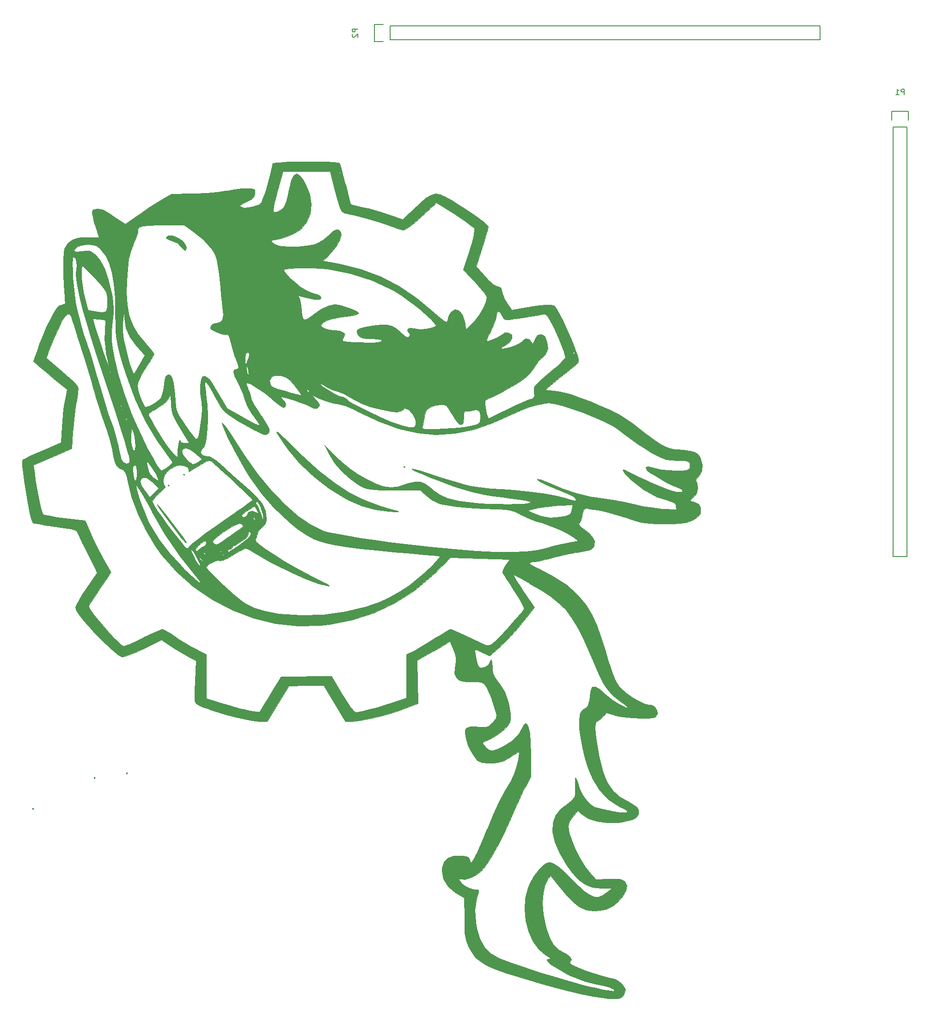
<source format=gbo>
G04 #@! TF.FileFunction,Legend,Bot*
%FSLAX46Y46*%
G04 Gerber Fmt 4.6, Leading zero omitted, Abs format (unit mm)*
G04 Created by KiCad (PCBNEW 4.0.2+dfsg1-stable) date dim. 24 sept. 2017 13:03:32 CEST*
%MOMM*%
G01*
G04 APERTURE LIST*
%ADD10C,0.100000*%
%ADD11C,0.150000*%
%ADD12C,0.010000*%
G04 APERTURE END LIST*
D10*
D11*
X273570000Y-54870000D02*
X273570000Y-133610000D01*
X273570000Y-133610000D02*
X271030000Y-133610000D01*
X271030000Y-133610000D02*
X271030000Y-54870000D01*
X270750000Y-52050000D02*
X270750000Y-53600000D01*
X271030000Y-54870000D02*
X273570000Y-54870000D01*
X273850000Y-53600000D02*
X273850000Y-52050000D01*
X273850000Y-52050000D02*
X270750000Y-52050000D01*
X178870000Y-36380000D02*
X257610000Y-36380000D01*
X257610000Y-36380000D02*
X257610000Y-38920000D01*
X257610000Y-38920000D02*
X178870000Y-38920000D01*
X176050000Y-39200000D02*
X177600000Y-39200000D01*
X178870000Y-38920000D02*
X178870000Y-36380000D01*
X177600000Y-36100000D02*
X176050000Y-36100000D01*
X176050000Y-36100000D02*
X176050000Y-39200000D01*
D12*
G36*
X161575336Y-61216859D02*
X160387480Y-61245452D01*
X159534318Y-61295867D01*
X157397887Y-61496067D01*
X156928467Y-63379700D01*
X156426164Y-65340201D01*
X156010392Y-66815382D01*
X155653877Y-67872775D01*
X155329347Y-68579912D01*
X155009527Y-69004327D01*
X154667144Y-69213551D01*
X154560344Y-69243483D01*
X153713641Y-69440705D01*
X152938778Y-69630331D01*
X152175718Y-69708221D01*
X151595624Y-69587463D01*
X151414628Y-69396759D01*
X151584141Y-69151943D01*
X152171860Y-68783741D01*
X152610179Y-68549210D01*
X153460791Y-68065871D01*
X153910189Y-67669356D01*
X154078335Y-67229760D01*
X154094444Y-66941910D01*
X154063303Y-66449871D01*
X153872859Y-66206712D01*
X153377581Y-66128499D01*
X152683333Y-66128037D01*
X151734374Y-66191619D01*
X150468566Y-66344429D01*
X149120856Y-66556872D01*
X148774513Y-66620408D01*
X147204891Y-66848219D01*
X145295088Y-67016381D01*
X143267817Y-67107039D01*
X142579165Y-67117110D01*
X138881525Y-67139477D01*
X137033540Y-68219392D01*
X135955158Y-68882650D01*
X134643586Y-69737527D01*
X133318867Y-70639215D01*
X132797638Y-71006957D01*
X130409720Y-72714608D01*
X129410971Y-72110444D01*
X128512081Y-71517338D01*
X127581028Y-70832542D01*
X127430697Y-70713140D01*
X126356983Y-70081217D01*
X125384586Y-69920000D01*
X124687003Y-69960742D01*
X124388935Y-70162930D01*
X124326983Y-70646508D01*
X124327286Y-70696111D01*
X124421927Y-71362670D01*
X124661699Y-72336037D01*
X124962286Y-73306667D01*
X125590000Y-75141111D01*
X123423473Y-75141111D01*
X122202532Y-75172840D01*
X121375034Y-75290467D01*
X120772399Y-75527648D01*
X120460140Y-75732762D01*
X119906205Y-76184096D01*
X119505681Y-76654247D01*
X119237414Y-77237948D01*
X119080250Y-78029935D01*
X119013032Y-79124940D01*
X119014607Y-80617698D01*
X119048215Y-82055556D01*
X119102586Y-83601246D01*
X119172376Y-84970688D01*
X119250310Y-86053608D01*
X119329114Y-86739732D01*
X119367982Y-86903003D01*
X119389822Y-87262250D01*
X118981740Y-87437399D01*
X118768291Y-87467447D01*
X118366069Y-87572556D01*
X118001003Y-87848185D01*
X117597742Y-88388021D01*
X117080937Y-89285751D01*
X116651902Y-90098889D01*
X115935801Y-91579648D01*
X115199093Y-93267200D01*
X114573174Y-94856517D01*
X114433267Y-95249325D01*
X113532730Y-97859762D01*
X114116903Y-98353770D01*
X114566150Y-98730318D01*
X115335392Y-99371727D01*
X116310098Y-100182601D01*
X117202853Y-100924088D01*
X119704630Y-103000398D01*
X119341964Y-104875199D01*
X119164133Y-105997312D01*
X118988697Y-107448127D01*
X118842428Y-108992428D01*
X118786978Y-109751264D01*
X118594658Y-112752527D01*
X115177885Y-114223132D01*
X113892410Y-114783843D01*
X112797771Y-115275320D01*
X111997170Y-115650202D01*
X111593807Y-115861126D01*
X111570820Y-115878535D01*
X111504225Y-116255797D01*
X111537215Y-117081018D01*
X111652865Y-118249868D01*
X111834250Y-119658015D01*
X112064446Y-121201129D01*
X112326528Y-122774881D01*
X112603571Y-124274940D01*
X112878651Y-125596975D01*
X113134843Y-126636657D01*
X113355223Y-127289654D01*
X113445988Y-127437841D01*
X113764027Y-127525601D01*
X114536348Y-127666081D01*
X115657148Y-127841970D01*
X117020626Y-128035958D01*
X117471895Y-128096514D01*
X119225963Y-128353741D01*
X120496279Y-128595616D01*
X121254171Y-128815885D01*
X121471222Y-128968873D01*
X121634935Y-129339731D01*
X122003777Y-130113756D01*
X122528825Y-131190077D01*
X123161159Y-132467822D01*
X123409487Y-132965383D01*
X125229111Y-136602988D01*
X123222333Y-139538642D01*
X122455688Y-140698459D01*
X121824168Y-141726812D01*
X121390240Y-142516683D01*
X121216373Y-142961051D01*
X121215555Y-142976629D01*
X121413590Y-143506731D01*
X121957557Y-144329984D01*
X122772253Y-145367579D01*
X123782471Y-146540710D01*
X124913009Y-147770568D01*
X126088661Y-148978347D01*
X127234222Y-150085237D01*
X128274488Y-151012433D01*
X129134255Y-151681125D01*
X129738318Y-152012506D01*
X129859189Y-152034380D01*
X130333515Y-151920614D01*
X131194049Y-151601178D01*
X132322589Y-151123715D01*
X133600931Y-150535865D01*
X133727165Y-150475386D01*
X136994841Y-148904105D01*
X138630198Y-150012983D01*
X139757971Y-150735724D01*
X140981812Y-151457034D01*
X141789468Y-151892648D01*
X143313381Y-152663435D01*
X143145586Y-156586783D01*
X143070777Y-158170558D01*
X143043772Y-159293344D01*
X143123499Y-160058485D01*
X143368887Y-160569326D01*
X143838866Y-160929213D01*
X144592366Y-161241490D01*
X145688314Y-161609503D01*
X146086362Y-161744061D01*
X147655150Y-162243507D01*
X149370956Y-162727732D01*
X151102508Y-163165801D01*
X152718531Y-163526782D01*
X154087753Y-163779740D01*
X155078901Y-163893742D01*
X155223333Y-163897141D01*
X156352222Y-163895013D01*
X158344583Y-160612716D01*
X160336943Y-157330420D01*
X163524222Y-157299099D01*
X166711500Y-157267778D01*
X170677076Y-163900000D01*
X171820376Y-163900000D01*
X172811647Y-163811077D01*
X174201301Y-163566141D01*
X175855777Y-163197940D01*
X177641512Y-162739221D01*
X179424943Y-162222732D01*
X181072509Y-161681222D01*
X181497428Y-161527297D01*
X184010000Y-160594318D01*
X183799562Y-152700178D01*
X185880337Y-151537552D01*
X186980998Y-150911614D01*
X188009163Y-150308151D01*
X188772793Y-149840253D01*
X188876878Y-149772892D01*
X189792645Y-149170858D01*
X190386352Y-150538207D01*
X190741357Y-151430815D01*
X190910355Y-152162049D01*
X190916938Y-152961730D01*
X190784698Y-154059678D01*
X190762944Y-154206827D01*
X190703960Y-155055575D01*
X190886800Y-155620620D01*
X191179604Y-155970715D01*
X191599496Y-156292218D01*
X192158871Y-156474053D01*
X193017156Y-156552091D01*
X193817222Y-156564151D01*
X194883199Y-156577646D01*
X195543166Y-156652199D01*
X195955521Y-156842645D01*
X196278664Y-157203821D01*
X196466705Y-157481373D01*
X196875232Y-158265583D01*
X197344283Y-159414936D01*
X197807088Y-160744672D01*
X198196875Y-162070032D01*
X198344291Y-162676818D01*
X198257329Y-163301412D01*
X197701602Y-164038651D01*
X197578961Y-164160614D01*
X196960414Y-164696181D01*
X196417448Y-164911867D01*
X195678042Y-164893243D01*
X195373824Y-164854289D01*
X194410048Y-164782929D01*
X193559471Y-164818583D01*
X193343345Y-164857537D01*
X192854473Y-165069453D01*
X192651264Y-165498016D01*
X192618000Y-166092599D01*
X192763805Y-167020902D01*
X193144059Y-168161340D01*
X193673504Y-169329056D01*
X194266881Y-170339193D01*
X194838931Y-171006892D01*
X194909114Y-171060185D01*
X195707720Y-171370466D01*
X196831375Y-171509551D01*
X198067228Y-171477302D01*
X199202429Y-171273578D01*
X199757904Y-171063349D01*
X200616505Y-170569639D01*
X201501601Y-169976827D01*
X201578333Y-169920098D01*
X202159961Y-169512489D01*
X202424790Y-169441238D01*
X202491192Y-169683222D01*
X202491384Y-169741749D01*
X202348759Y-170880254D01*
X201984642Y-172276734D01*
X201471646Y-173707396D01*
X200882388Y-174948450D01*
X200706443Y-175242758D01*
X199724313Y-176886707D01*
X198771108Y-178715571D01*
X197792027Y-180842784D01*
X196732271Y-183381777D01*
X196530697Y-183886299D01*
X195936894Y-185337202D01*
X195341136Y-186717189D01*
X194808789Y-187879428D01*
X194405219Y-188677090D01*
X194371910Y-188735556D01*
X193940031Y-189455191D01*
X193698098Y-189735442D01*
X193560692Y-189629646D01*
X193467941Y-189300000D01*
X193274231Y-188843427D01*
X192862455Y-188611114D01*
X192064725Y-188505320D01*
X190514994Y-188545215D01*
X189401828Y-188931149D01*
X188704295Y-189678571D01*
X188401460Y-190802928D01*
X188384444Y-191221036D01*
X188654171Y-192727969D01*
X189452758Y-194062841D01*
X190764311Y-195201383D01*
X191146399Y-195438500D01*
X192476666Y-196214445D01*
X192488132Y-199883334D01*
X192505042Y-201468928D01*
X192555593Y-202623426D01*
X192656820Y-203479931D01*
X192825757Y-204171545D01*
X193079438Y-204831372D01*
X193138263Y-204963334D01*
X193760441Y-206143742D01*
X194502250Y-207112900D01*
X195450149Y-207931291D01*
X196690597Y-208659395D01*
X198310051Y-209357697D01*
X200394968Y-210086678D01*
X200520000Y-210127290D01*
X203254009Y-210981392D01*
X206042573Y-211795096D01*
X208799271Y-212547188D01*
X211437681Y-213216453D01*
X213871383Y-213781676D01*
X216013955Y-214221644D01*
X217778975Y-214515141D01*
X218864444Y-214630436D01*
X219987837Y-214680901D01*
X220698652Y-214644137D01*
X221145153Y-214496563D01*
X221475000Y-214215273D01*
X221858742Y-213571097D01*
X221968889Y-213080088D01*
X221752494Y-212535384D01*
X221225456Y-211895567D01*
X220570995Y-211338831D01*
X219972329Y-211043373D01*
X219862140Y-211031111D01*
X219296338Y-210940007D01*
X218343538Y-210696316D01*
X217145683Y-210344472D01*
X215844717Y-209928908D01*
X214582586Y-209494056D01*
X213501232Y-209084350D01*
X213095253Y-208912862D01*
X212163685Y-208454907D01*
X211747162Y-208131581D01*
X211795822Y-207934743D01*
X212048594Y-207535617D01*
X211840384Y-207033724D01*
X211233560Y-206537725D01*
X210895634Y-206366392D01*
X209712323Y-205695669D01*
X208796818Y-204797668D01*
X208077359Y-203570827D01*
X207482185Y-201913586D01*
X207310661Y-201292616D01*
X206892597Y-199162631D01*
X206753048Y-197117559D01*
X206885657Y-195267059D01*
X207284069Y-193720795D01*
X207805547Y-192755608D01*
X208285974Y-192118994D01*
X209962783Y-194259697D01*
X211325678Y-195900496D01*
X212524515Y-197095736D01*
X213649473Y-197903803D01*
X214790727Y-198383083D01*
X216038456Y-198591963D01*
X216686893Y-198613334D01*
X218340512Y-198339109D01*
X219865964Y-197542667D01*
X221192039Y-196263350D01*
X221376912Y-196021973D01*
X222047368Y-194888222D01*
X222218515Y-193968989D01*
X221895880Y-193226322D01*
X221799214Y-193121754D01*
X221439749Y-192891584D01*
X220855047Y-192766161D01*
X219921845Y-192729314D01*
X218956814Y-192748818D01*
X216566311Y-192827778D01*
X215642955Y-191821867D01*
X214650705Y-190565195D01*
X213691992Y-189039328D01*
X212833539Y-187385485D01*
X212142070Y-185744885D01*
X211684309Y-184258747D01*
X211526666Y-183109834D01*
X211783874Y-182163739D01*
X212413024Y-181254580D01*
X213299382Y-180245074D01*
X213898542Y-180807956D01*
X215121830Y-181612720D01*
X216738513Y-182157650D01*
X218630037Y-182420617D01*
X220677848Y-182379494D01*
X221638373Y-182252590D01*
X223064668Y-181920693D01*
X223972548Y-181477425D01*
X224402298Y-180891741D01*
X224394202Y-180132594D01*
X224393391Y-180129354D01*
X224134011Y-179637446D01*
X223551136Y-179156893D01*
X222542636Y-178606511D01*
X222377115Y-178526636D01*
X220878594Y-177649251D01*
X219702792Y-176553896D01*
X218729383Y-175109653D01*
X218151394Y-173929012D01*
X217812847Y-172993764D01*
X217480145Y-171776903D01*
X217168612Y-170380031D01*
X216893570Y-168904752D01*
X216670343Y-167452668D01*
X216514254Y-166125382D01*
X216440626Y-165024495D01*
X216464782Y-164251611D01*
X216602045Y-163908332D01*
X216638874Y-163900000D01*
X217010924Y-163709577D01*
X217558911Y-163235725D01*
X217721534Y-163068343D01*
X218498418Y-162236686D01*
X219880876Y-162659038D01*
X220895238Y-162895516D01*
X222158213Y-163083865D01*
X223534653Y-163216922D01*
X224889410Y-163287528D01*
X226087336Y-163288521D01*
X226993282Y-163212741D01*
X227463237Y-163060791D01*
X227822864Y-162468080D01*
X227753653Y-161794072D01*
X227406827Y-161297021D01*
X222408165Y-161297021D01*
X222040890Y-161299667D01*
X221360713Y-161016582D01*
X220490285Y-160521046D01*
X219552257Y-159886340D01*
X218669281Y-159185745D01*
X218289265Y-158836088D01*
X217236512Y-157915334D01*
X216449172Y-157483086D01*
X215912644Y-157537756D01*
X215612329Y-158077758D01*
X215545548Y-158537778D01*
X215388841Y-160007212D01*
X215174756Y-160934104D01*
X214898172Y-161337934D01*
X214803175Y-161360000D01*
X214351990Y-161552983D01*
X213929878Y-161919668D01*
X213622114Y-162616033D01*
X213501459Y-163741639D01*
X213552192Y-165198988D01*
X213758590Y-166890579D01*
X214104931Y-168718912D01*
X214575491Y-170586489D01*
X215154550Y-172395809D01*
X215826383Y-174049372D01*
X215916931Y-174241993D01*
X217231940Y-176439567D01*
X218853222Y-178167401D01*
X220791350Y-179436540D01*
X220971526Y-179523849D01*
X221883298Y-179992893D01*
X222302565Y-180315109D01*
X222271559Y-180524371D01*
X222241526Y-180542461D01*
X221815154Y-180576252D01*
X220984661Y-180503700D01*
X219895169Y-180348574D01*
X218691803Y-180134644D01*
X217519683Y-179885679D01*
X216523933Y-179625449D01*
X216389417Y-179583955D01*
X215662387Y-179143195D01*
X214866724Y-178343956D01*
X214137595Y-177354126D01*
X213610171Y-176341594D01*
X213489874Y-175982545D01*
X213161434Y-174840586D01*
X212932799Y-174248252D01*
X212793319Y-174201640D01*
X212732341Y-174696843D01*
X212738566Y-175707110D01*
X212769289Y-176571529D01*
X212758664Y-177180993D01*
X212639109Y-177646041D01*
X212343042Y-178077209D01*
X211802878Y-178585034D01*
X210951035Y-179280054D01*
X210171054Y-179906473D01*
X209189087Y-181038529D01*
X208672048Y-182445073D01*
X208613511Y-184090078D01*
X209007046Y-185937517D01*
X209846225Y-187951362D01*
X211124621Y-190095586D01*
X212264223Y-191638293D01*
X213447455Y-192940204D01*
X214617871Y-193780588D01*
X215928340Y-194237500D01*
X217531731Y-194388993D01*
X217653757Y-194390150D01*
X219570000Y-194400299D01*
X218723333Y-195101724D01*
X217867223Y-195717191D01*
X217079400Y-196030096D01*
X216284683Y-196015081D01*
X215407891Y-195646792D01*
X214373843Y-194899872D01*
X213107357Y-193748965D01*
X212277827Y-192927878D01*
X210959546Y-191625834D01*
X209943301Y-190700806D01*
X209157238Y-190106957D01*
X208529502Y-189798451D01*
X207988240Y-189729451D01*
X207461597Y-189854122D01*
X207460175Y-189854662D01*
X206764834Y-190330122D01*
X205971129Y-191201015D01*
X205177421Y-192333719D01*
X204482070Y-193594614D01*
X204160696Y-194336950D01*
X203650914Y-196262881D01*
X203508108Y-198309869D01*
X203703660Y-200372163D01*
X204208954Y-202344011D01*
X204995374Y-204119663D01*
X206034305Y-205593367D01*
X207297130Y-206659372D01*
X207530973Y-206791888D01*
X208084626Y-207135999D01*
X208179699Y-207326378D01*
X208069444Y-207349749D01*
X207631553Y-207477392D01*
X207710394Y-207822138D01*
X208303559Y-208379526D01*
X208833404Y-208764973D01*
X211611252Y-210358112D01*
X214637244Y-211520207D01*
X216752740Y-212027023D01*
X218032548Y-212295910D01*
X219044970Y-212583499D01*
X219666529Y-212852464D01*
X219772844Y-212939940D01*
X219922863Y-213185552D01*
X219760195Y-213276328D01*
X219187652Y-213233503D01*
X218722621Y-213169397D01*
X217876773Y-213017139D01*
X216657099Y-212759981D01*
X215235899Y-212435663D01*
X213971162Y-212128634D01*
X212514600Y-211740585D01*
X210743148Y-211231809D01*
X208765084Y-210636997D01*
X206688684Y-209990837D01*
X204622226Y-209328020D01*
X202673986Y-208683236D01*
X200952240Y-208091174D01*
X199565267Y-207586524D01*
X198675770Y-207228284D01*
X197240976Y-206389482D01*
X196137736Y-205254949D01*
X195323300Y-203756652D01*
X194754917Y-201826558D01*
X194546424Y-200656798D01*
X194413842Y-198381550D01*
X194687956Y-196252655D01*
X195025809Y-195156111D01*
X195061006Y-194804669D01*
X194707307Y-194673212D01*
X194383041Y-194662222D01*
X193605888Y-194498694D01*
X192736092Y-194089945D01*
X191982721Y-193558733D01*
X191554842Y-193027815D01*
X191542692Y-192994473D01*
X191585807Y-192721562D01*
X191852660Y-192765870D01*
X192623888Y-192809223D01*
X193621634Y-192523870D01*
X194669600Y-191976507D01*
X195389420Y-191427896D01*
X196368554Y-190327945D01*
X197460056Y-188706333D01*
X198647896Y-186591045D01*
X199916044Y-184010065D01*
X200903192Y-181801848D01*
X201603151Y-180203093D01*
X202311187Y-178628872D01*
X202961380Y-177222906D01*
X203487810Y-176128917D01*
X203666170Y-175777832D01*
X204612222Y-173967887D01*
X204596927Y-169851166D01*
X204552186Y-167692460D01*
X204433462Y-166070310D01*
X204236863Y-164961195D01*
X203958498Y-164341596D01*
X203659038Y-164182222D01*
X203389520Y-164418528D01*
X203125561Y-164962131D01*
X202376188Y-166283641D01*
X201103534Y-167495229D01*
X199718887Y-168368505D01*
X198519271Y-168951170D01*
X197657660Y-169202413D01*
X197018662Y-169127011D01*
X196486886Y-168729737D01*
X196300363Y-168509978D01*
X195708647Y-167757733D01*
X197338212Y-166974801D01*
X198405034Y-166370901D01*
X199422232Y-165647071D01*
X199950820Y-165176256D01*
X200518239Y-164535715D01*
X200805373Y-163975695D01*
X200898129Y-163256832D01*
X200893848Y-162548655D01*
X200596012Y-160494280D01*
X199856476Y-158482067D01*
X198756974Y-156726845D01*
X198612742Y-156553044D01*
X197990856Y-155760084D01*
X197677730Y-155101739D01*
X197574928Y-154321746D01*
X197571255Y-153841705D01*
X197541122Y-153046410D01*
X197448079Y-152570870D01*
X197359588Y-152504590D01*
X197150833Y-152877771D01*
X197133333Y-153041171D01*
X196886409Y-153496931D01*
X196284093Y-153865932D01*
X195534069Y-154022133D01*
X195516814Y-154022222D01*
X195179829Y-153895184D01*
X194921697Y-153439943D01*
X194682706Y-152545313D01*
X194655755Y-152418801D01*
X194491164Y-151540463D01*
X194411119Y-150916368D01*
X194422258Y-150712557D01*
X194711182Y-150765554D01*
X195336441Y-151014035D01*
X195797287Y-151227818D01*
X197069492Y-151845903D01*
X198381655Y-150749070D01*
X199504985Y-149715469D01*
X200837846Y-148336232D01*
X202270498Y-146731197D01*
X203693204Y-145020200D01*
X204109497Y-144494140D01*
X205221578Y-143070899D01*
X203343865Y-143070899D01*
X203329055Y-143297778D01*
X202989968Y-143784239D01*
X202360260Y-144553263D01*
X201528249Y-145509238D01*
X200582250Y-146556549D01*
X199610578Y-147599582D01*
X198701551Y-148542724D01*
X197943483Y-149290360D01*
X197424690Y-149746878D01*
X197294331Y-149831179D01*
X196943921Y-149916858D01*
X196474985Y-149857840D01*
X195791927Y-149621569D01*
X194799149Y-149175487D01*
X193514011Y-148543748D01*
X192280313Y-147939542D01*
X191209972Y-147442335D01*
X190413636Y-147101674D01*
X190001951Y-146967106D01*
X189992148Y-146966667D01*
X189605701Y-147114292D01*
X188875366Y-147511101D01*
X187923404Y-148087993D01*
X187315193Y-148479653D01*
X186097006Y-149257828D01*
X184841444Y-150021815D01*
X183761706Y-150643018D01*
X183455083Y-150807986D01*
X181894674Y-151623334D01*
X181894004Y-155595259D01*
X181893333Y-159567185D01*
X179423889Y-160375499D01*
X177941926Y-160839916D01*
X176413391Y-161283747D01*
X174967160Y-161673071D01*
X173732107Y-161973967D01*
X172837107Y-162152514D01*
X172545760Y-162185891D01*
X172191792Y-161947584D01*
X171611841Y-161230552D01*
X170827156Y-160063491D01*
X170105364Y-158890556D01*
X168122542Y-155574445D01*
X158952580Y-155642803D01*
X157141836Y-158571957D01*
X156420715Y-159740272D01*
X155796124Y-160755521D01*
X155334964Y-161508738D01*
X155104214Y-161890822D01*
X154907112Y-162070145D01*
X154521165Y-162118113D01*
X153829428Y-162029724D01*
X152714953Y-161799973D01*
X152651446Y-161785887D01*
X151311048Y-161457351D01*
X149727037Y-161023895D01*
X148189032Y-160565707D01*
X147815000Y-160446790D01*
X145204444Y-159602338D01*
X145203774Y-155612836D01*
X145203103Y-151623334D01*
X143580996Y-150781405D01*
X142575766Y-150222112D01*
X141332061Y-149476758D01*
X140074939Y-148681359D01*
X139728466Y-148453071D01*
X138722412Y-147806861D01*
X137868120Y-147302607D01*
X137288826Y-147010928D01*
X137134456Y-146966667D01*
X136753141Y-147085515D01*
X135978132Y-147409655D01*
X134919849Y-147890482D01*
X133688716Y-148479391D01*
X133608119Y-148518889D01*
X132374627Y-149112276D01*
X131312263Y-149600960D01*
X130529670Y-149936518D01*
X130135491Y-150070529D01*
X130125517Y-150071111D01*
X129732116Y-149868394D01*
X129084525Y-149317227D01*
X128257243Y-148503089D01*
X127324766Y-147511458D01*
X126361594Y-146427812D01*
X125442223Y-145337629D01*
X124641151Y-144326387D01*
X124032876Y-143479564D01*
X123691894Y-142882638D01*
X123657042Y-142649221D01*
X123884517Y-142293358D01*
X124357739Y-141572052D01*
X125008406Y-140588871D01*
X125768219Y-139447381D01*
X125798186Y-139402485D01*
X127739066Y-136494970D01*
X126491900Y-134322485D01*
X125777673Y-133009150D01*
X124993230Y-131459030D01*
X124281973Y-129957797D01*
X124126975Y-129611292D01*
X123009217Y-127072584D01*
X119265175Y-126608859D01*
X117863078Y-126419974D01*
X116662787Y-126229626D01*
X115776037Y-126057641D01*
X115314564Y-125923846D01*
X115281701Y-125902012D01*
X115125129Y-125525248D01*
X114905592Y-124713753D01*
X114648334Y-123590305D01*
X114378599Y-122277682D01*
X114121632Y-120898662D01*
X113902676Y-119576023D01*
X113748311Y-118444210D01*
X113568070Y-116873975D01*
X117070683Y-115369190D01*
X120573297Y-113864405D01*
X120763754Y-110918503D01*
X120892887Y-109349536D01*
X121075104Y-107675454D01*
X121278821Y-106173489D01*
X121361905Y-105667967D01*
X121553516Y-104520827D01*
X121698210Y-103533065D01*
X121770837Y-102880083D01*
X121774800Y-102788331D01*
X121554202Y-102325098D01*
X120881450Y-101573613D01*
X119748829Y-100525891D01*
X118827680Y-99736949D01*
X115875360Y-97260568D01*
X116448066Y-95796395D01*
X117375930Y-93484187D01*
X118154718Y-91687947D01*
X118802274Y-90384447D01*
X119336442Y-89550455D01*
X119775067Y-89162743D01*
X120135991Y-89198080D01*
X120437059Y-89633236D01*
X120661979Y-90310556D01*
X120864081Y-91006093D01*
X121206292Y-92105245D01*
X121646945Y-93477254D01*
X122144375Y-94991359D01*
X122348143Y-95602222D01*
X122932851Y-97399054D01*
X123542881Y-99361436D01*
X124110230Y-101265487D01*
X124566894Y-102887321D01*
X124610530Y-103050477D01*
X125072315Y-104683272D01*
X125611901Y-106428287D01*
X126151613Y-108041036D01*
X126489436Y-108964344D01*
X126999057Y-110417822D01*
X127476078Y-112008646D01*
X127835962Y-113448839D01*
X127903083Y-113779817D01*
X128190379Y-115221582D01*
X128441320Y-116210582D01*
X128703251Y-116852255D01*
X129023519Y-117252042D01*
X129449468Y-117515380D01*
X129612497Y-117586675D01*
X130075394Y-117838392D01*
X130376355Y-118221694D01*
X130596320Y-118888156D01*
X130775208Y-119764107D01*
X131511649Y-122671201D01*
X132647572Y-125726405D01*
X134109448Y-128769844D01*
X135823743Y-131641643D01*
X136991026Y-133278761D01*
X139754751Y-136433499D01*
X142880557Y-139197552D01*
X146312782Y-141547664D01*
X149995762Y-143460580D01*
X153873834Y-144913045D01*
X157891334Y-145881804D01*
X161992598Y-146343602D01*
X166121963Y-146275183D01*
X167691245Y-146104740D01*
X171950367Y-145280575D01*
X175940397Y-143983126D01*
X179698177Y-142193841D01*
X183260547Y-139894169D01*
X186664347Y-137065558D01*
X187786668Y-135985417D01*
X189936666Y-133843334D01*
X195373386Y-133984445D01*
X200810105Y-134125556D01*
X200077639Y-135202718D01*
X199668799Y-135914079D01*
X199481542Y-136467847D01*
X199492297Y-136613829D01*
X199697378Y-136966936D01*
X200149940Y-137687546D01*
X200784698Y-138673297D01*
X201536366Y-139821825D01*
X201595264Y-139911111D01*
X202521286Y-141369131D01*
X203100204Y-142414681D01*
X203343865Y-143070899D01*
X205221578Y-143070899D01*
X205300106Y-142970400D01*
X203310722Y-140005272D01*
X202567754Y-138881095D01*
X201966030Y-137938339D01*
X201562068Y-137267993D01*
X201412385Y-136961045D01*
X201414558Y-136952572D01*
X201679387Y-137051815D01*
X202333773Y-137386298D01*
X203281107Y-137904485D01*
X204424778Y-138554841D01*
X204502335Y-138599722D01*
X206589037Y-139850803D01*
X208328712Y-141013946D01*
X209787028Y-142170013D01*
X211029652Y-143399867D01*
X212122252Y-144784371D01*
X213130496Y-146404388D01*
X214120052Y-148340780D01*
X215156587Y-150674410D01*
X216027670Y-152791936D01*
X216971271Y-154987494D01*
X217865653Y-156722102D01*
X218773361Y-158088078D01*
X219756941Y-159177741D01*
X220878937Y-160083410D01*
X221044154Y-160196433D01*
X221788581Y-160723154D01*
X222279430Y-161122273D01*
X222408165Y-161297021D01*
X227406827Y-161297021D01*
X227337532Y-161197713D01*
X226656429Y-160837947D01*
X226295632Y-160795556D01*
X225498607Y-160620827D01*
X224442445Y-160157957D01*
X223285273Y-159498921D01*
X222185219Y-158735692D01*
X221300411Y-157960245D01*
X221160495Y-157808721D01*
X220815752Y-157402907D01*
X220518174Y-156996958D01*
X220241069Y-156522465D01*
X219957742Y-155911018D01*
X219641501Y-155094208D01*
X219265652Y-154003627D01*
X218803502Y-152570864D01*
X218228356Y-150727509D01*
X217595984Y-148673703D01*
X216758534Y-146248556D01*
X215845297Y-144247737D01*
X214782028Y-142531133D01*
X213526121Y-140993073D01*
X211295992Y-138926863D01*
X208649467Y-137156411D01*
X206240247Y-135946942D01*
X205102584Y-135391491D01*
X204508066Y-134974864D01*
X204457510Y-134698347D01*
X204951734Y-134563224D01*
X205349719Y-134548889D01*
X206000077Y-134473062D01*
X207011810Y-134270612D01*
X208206252Y-133979085D01*
X208696199Y-133845652D01*
X210115186Y-133479414D01*
X211618768Y-133143371D01*
X212925625Y-132899406D01*
X213155643Y-132864683D01*
X214458467Y-132662723D01*
X215308526Y-132470244D01*
X215814765Y-132241255D01*
X216086132Y-131929767D01*
X216211252Y-131574795D01*
X216280731Y-130818251D01*
X216022701Y-130146561D01*
X215368531Y-129442287D01*
X214621749Y-128854990D01*
X213928874Y-128296627D01*
X213515817Y-127861295D01*
X213466672Y-127656416D01*
X213676786Y-127309031D01*
X213927984Y-126597540D01*
X214068706Y-126073722D01*
X214320357Y-125214485D01*
X214576709Y-124819192D01*
X214873175Y-124782437D01*
X215404955Y-124888710D01*
X216267943Y-125020717D01*
X216888889Y-125101997D01*
X217764693Y-125266826D01*
X219008153Y-125576392D01*
X220454975Y-125986679D01*
X221940866Y-126453671D01*
X221968889Y-126462966D01*
X223445633Y-126944825D01*
X224571242Y-127272431D01*
X225528207Y-127475489D01*
X226499020Y-127583707D01*
X227666172Y-127626789D01*
X229165555Y-127634445D01*
X230752182Y-127622397D01*
X231904938Y-127575580D01*
X232754085Y-127477982D01*
X233429887Y-127313591D01*
X234062606Y-127066394D01*
X234164471Y-127019971D01*
X235146100Y-126443494D01*
X235628540Y-125833843D01*
X235671621Y-125699784D01*
X235729016Y-124686359D01*
X235347547Y-123973058D01*
X234646190Y-123636460D01*
X234017738Y-123471176D01*
X233887330Y-123254418D01*
X234241771Y-122875707D01*
X234527778Y-122645134D01*
X235049043Y-122044246D01*
X235228887Y-121220150D01*
X235233333Y-121005257D01*
X235156862Y-120283118D01*
X234967180Y-119849858D01*
X234907815Y-119811865D01*
X234861162Y-119568843D01*
X235207239Y-119083557D01*
X235331149Y-118954508D01*
X235932995Y-117980255D01*
X236072199Y-116829601D01*
X233769463Y-116829601D01*
X233727358Y-117432542D01*
X233323538Y-117724808D01*
X233169757Y-117768560D01*
X232361834Y-117863502D01*
X231200643Y-117871696D01*
X229874445Y-117806274D01*
X228571504Y-117680368D01*
X227480081Y-117507110D01*
X226847993Y-117327594D01*
X226107791Y-117102414D01*
X225726136Y-117183370D01*
X225767458Y-117539882D01*
X225926795Y-117764854D01*
X226429168Y-118193806D01*
X227298307Y-118773928D01*
X228387672Y-119421627D01*
X229550722Y-120053311D01*
X230640916Y-120585386D01*
X231442790Y-120911401D01*
X232231373Y-121272246D01*
X232490139Y-121587004D01*
X232229867Y-121784562D01*
X231461340Y-121793809D01*
X231311741Y-121775753D01*
X230652823Y-121605200D01*
X229611509Y-121242967D01*
X228314116Y-120741930D01*
X226886961Y-120154965D01*
X225456363Y-119534948D01*
X224148638Y-118934755D01*
X223090104Y-118407263D01*
X222589044Y-118124449D01*
X221858442Y-117740230D01*
X221526075Y-117711842D01*
X221582717Y-118004510D01*
X222019143Y-118583458D01*
X222826127Y-119413912D01*
X222966328Y-119546558D01*
X225273152Y-121379569D01*
X227720021Y-122676479D01*
X229447778Y-123252887D01*
X230413665Y-123540168D01*
X230951741Y-123816052D01*
X231191153Y-124160779D01*
X231236505Y-124364235D01*
X231331899Y-125032842D01*
X228696505Y-124880692D01*
X226967924Y-124702270D01*
X225061523Y-124381830D01*
X224129009Y-124165885D01*
X212369224Y-124165885D01*
X212193730Y-124912387D01*
X211992660Y-125556107D01*
X211669640Y-125945720D01*
X211077675Y-126181958D01*
X210074171Y-126364892D01*
X208296202Y-126492789D01*
X206718112Y-126260475D01*
X205317778Y-125744756D01*
X204047778Y-125169674D01*
X205741111Y-124767380D01*
X206860715Y-124561678D01*
X208268569Y-124386538D01*
X209688482Y-124275275D01*
X209901834Y-124265486D01*
X212369224Y-124165885D01*
X224129009Y-124165885D01*
X223380000Y-123992435D01*
X221838816Y-123629760D01*
X220042626Y-123297872D01*
X218300362Y-123051406D01*
X217723732Y-122992133D01*
X215424949Y-122665771D01*
X213038880Y-122070842D01*
X210443621Y-121171991D01*
X208140000Y-120212592D01*
X207226922Y-119835196D01*
X206410534Y-119540081D01*
X206164444Y-119466571D01*
X205780040Y-119408273D01*
X205831953Y-119534981D01*
X206239901Y-119804272D01*
X206923604Y-120173723D01*
X207802779Y-120600909D01*
X208797146Y-121043408D01*
X209826424Y-121458795D01*
X210188143Y-121592841D01*
X211669983Y-122186243D01*
X212596280Y-122698044D01*
X212969736Y-123130076D01*
X212877838Y-123414014D01*
X212564362Y-123398120D01*
X211880466Y-123225980D01*
X211131129Y-122987341D01*
X209508473Y-122542208D01*
X207357660Y-122136934D01*
X204713901Y-121776566D01*
X201612409Y-121466153D01*
X199264863Y-121286518D01*
X197393877Y-121152714D01*
X195892126Y-121019624D01*
X194621315Y-120859838D01*
X193443146Y-120645944D01*
X192219324Y-120350533D01*
X190811552Y-119946191D01*
X189081534Y-119405510D01*
X187961111Y-119046063D01*
X185906918Y-118394610D01*
X184371042Y-117929727D01*
X183355546Y-117651414D01*
X182862491Y-117559670D01*
X182893940Y-117654495D01*
X183451956Y-117935886D01*
X184538599Y-118403845D01*
X186126666Y-119046745D01*
X188416726Y-119946173D01*
X190306263Y-120656281D01*
X191913688Y-121209805D01*
X193357410Y-121639481D01*
X194755838Y-121978043D01*
X196227380Y-122258226D01*
X197890446Y-122512768D01*
X199391111Y-122713837D01*
X201005875Y-122932155D01*
X202427263Y-123142760D01*
X203559996Y-123330048D01*
X204308791Y-123478414D01*
X204572361Y-123562380D01*
X204531863Y-123739017D01*
X204010338Y-123874612D01*
X203089638Y-123970129D01*
X201851616Y-124026534D01*
X200378122Y-124044792D01*
X198751011Y-124025866D01*
X197052132Y-123970721D01*
X195363339Y-123880321D01*
X193766485Y-123755632D01*
X192343420Y-123597618D01*
X191175997Y-123407244D01*
X191161825Y-123404347D01*
X189473241Y-122970810D01*
X188112412Y-122385697D01*
X186843834Y-121534016D01*
X186157488Y-120960828D01*
X185267783Y-120286220D01*
X184426037Y-119944587D01*
X183479810Y-119919901D01*
X182276664Y-120196136D01*
X181460218Y-120466988D01*
X180148373Y-120831909D01*
X178923754Y-120925975D01*
X177653491Y-120728876D01*
X176204715Y-120220304D01*
X174485025Y-119400840D01*
X172920071Y-118519139D01*
X171520477Y-117543586D01*
X170084304Y-116326327D01*
X169359520Y-115648095D01*
X166844597Y-113241111D01*
X167780766Y-115013824D01*
X168766924Y-116515993D01*
X170095095Y-118035605D01*
X171599977Y-119409966D01*
X173116266Y-120476382D01*
X173592305Y-120733649D01*
X174144637Y-120987975D01*
X174679213Y-121171038D01*
X175302061Y-121295193D01*
X176119209Y-121372795D01*
X177236684Y-121416198D01*
X178760513Y-121437756D01*
X179689528Y-121444100D01*
X184400168Y-121471024D01*
X185528823Y-122490696D01*
X186630168Y-123273514D01*
X187903710Y-123877164D01*
X188155961Y-123960553D01*
X189144378Y-124179600D01*
X190569423Y-124391761D01*
X192303299Y-124585255D01*
X194218209Y-124748302D01*
X196186358Y-124869119D01*
X198079950Y-124935927D01*
X198835902Y-124945101D01*
X200057625Y-124984470D01*
X200982148Y-125134699D01*
X201874859Y-125460917D01*
X202787013Y-125914750D01*
X204043093Y-126504538D01*
X205509062Y-127089400D01*
X206728889Y-127499280D01*
X208494131Y-128098905D01*
X210193414Y-128819931D01*
X211658438Y-129584151D01*
X212639822Y-130246065D01*
X213327930Y-130803262D01*
X211510076Y-131121666D01*
X210234243Y-131381277D01*
X208780048Y-131729726D01*
X207716666Y-132019124D01*
X205937637Y-132416231D01*
X203767766Y-132674151D01*
X201182319Y-132792551D01*
X198156559Y-132771095D01*
X194665752Y-132609447D01*
X190685161Y-132307273D01*
X186190053Y-131864237D01*
X184777452Y-131708318D01*
X181717989Y-131348964D01*
X178762575Y-130974518D01*
X175973935Y-130594681D01*
X173414791Y-130219151D01*
X171147869Y-129857629D01*
X169235890Y-129519813D01*
X167741581Y-129215403D01*
X166727663Y-128954098D01*
X166528807Y-128886411D01*
X164301498Y-127803670D01*
X161973181Y-126194674D01*
X159567337Y-124083713D01*
X157107450Y-121495077D01*
X154617003Y-118453057D01*
X152119480Y-114981941D01*
X150156719Y-111952087D01*
X149428529Y-110813736D01*
X148805440Y-109908473D01*
X148344222Y-109313658D01*
X148101643Y-109106652D01*
X148081821Y-109124536D01*
X148153375Y-109549240D01*
X148469360Y-110371641D01*
X148984893Y-111504776D01*
X149655090Y-112861680D01*
X150435068Y-114355392D01*
X151279945Y-115898949D01*
X152144835Y-117405387D01*
X152984857Y-118787744D01*
X153411002Y-119450000D01*
X155370309Y-122131517D01*
X157677099Y-124730938D01*
X158455300Y-125517778D01*
X160283703Y-127246362D01*
X161900152Y-128585071D01*
X163412576Y-129609081D01*
X164928906Y-130393567D01*
X166145409Y-130874107D01*
X167287709Y-131188557D01*
X168937272Y-131515431D01*
X171037278Y-131847066D01*
X173530902Y-132175800D01*
X176361323Y-132493973D01*
X179471718Y-132793922D01*
X181893333Y-132997519D01*
X183651078Y-133139163D01*
X185221570Y-133270707D01*
X186516239Y-133384325D01*
X187446511Y-133472193D01*
X187923815Y-133526483D01*
X187961111Y-133533643D01*
X187933672Y-133750238D01*
X187547504Y-134252268D01*
X186879648Y-134966418D01*
X186007146Y-135819371D01*
X185007038Y-136737811D01*
X183956366Y-137648423D01*
X182932170Y-138477890D01*
X182175555Y-139039459D01*
X180335861Y-140266723D01*
X178681559Y-141204537D01*
X176996642Y-141960285D01*
X175065101Y-142641350D01*
X174696666Y-142757431D01*
X170803423Y-143716985D01*
X166683643Y-144273199D01*
X162520649Y-144410819D01*
X158497764Y-144114594D01*
X158454253Y-144108769D01*
X155972325Y-143653380D01*
X153911779Y-142995696D01*
X152153258Y-142095271D01*
X151770887Y-141844045D01*
X151054235Y-141298453D01*
X150137817Y-140523390D01*
X149107046Y-139600604D01*
X148047333Y-138611840D01*
X147725653Y-138299859D01*
X144108259Y-138299859D01*
X144106789Y-138469442D01*
X143782331Y-138300089D01*
X143163578Y-137808463D01*
X142279220Y-137011229D01*
X141157949Y-135925052D01*
X140840912Y-135607222D01*
X138491105Y-133049764D01*
X136575123Y-130533933D01*
X134991312Y-127922855D01*
X134655007Y-127278024D01*
X134271867Y-126443030D01*
X133834003Y-125367371D01*
X133383390Y-124171549D01*
X132962005Y-122976065D01*
X132611822Y-121901422D01*
X132374817Y-121068121D01*
X132292965Y-120596666D01*
X132307964Y-120540185D01*
X132523019Y-120681960D01*
X132940020Y-121250777D01*
X133511029Y-122167559D01*
X134188111Y-123353226D01*
X134923333Y-124728702D01*
X135325266Y-125517778D01*
X137579270Y-129524066D01*
X140331433Y-133520824D01*
X143027474Y-136877222D01*
X143758051Y-137774673D01*
X144108259Y-138299859D01*
X147725653Y-138299859D01*
X147044091Y-137638847D01*
X146182732Y-136763371D01*
X145548668Y-136067160D01*
X145227311Y-135631960D01*
X145204444Y-135559368D01*
X145430007Y-135214868D01*
X144075555Y-135214868D01*
X143966981Y-135357328D01*
X143659305Y-135016284D01*
X143179594Y-134225382D01*
X142975533Y-133847513D01*
X142550089Y-132946385D01*
X142393288Y-132421993D01*
X142481794Y-132315233D01*
X142792273Y-132667003D01*
X143234001Y-133394535D01*
X143678732Y-134246014D01*
X143983745Y-134915365D01*
X144075555Y-135214868D01*
X145430007Y-135214868D01*
X145446065Y-135190344D01*
X146033902Y-134800830D01*
X146762422Y-134489360D01*
X146993787Y-134442335D01*
X144640000Y-134442335D01*
X144502718Y-134526811D01*
X144127539Y-134164267D01*
X144039556Y-134055000D01*
X143795477Y-133720709D01*
X143941624Y-133790790D01*
X144146111Y-133948446D01*
X144536978Y-134296594D01*
X144640000Y-134442335D01*
X146993787Y-134442335D01*
X147426089Y-134354470D01*
X147661490Y-134381449D01*
X148239693Y-134316395D01*
X149203730Y-133870546D01*
X150264407Y-133233861D01*
X150267626Y-133231852D01*
X148497037Y-133231852D01*
X148458296Y-133399633D01*
X148308889Y-133420000D01*
X148267552Y-133401625D01*
X145135249Y-133401625D01*
X145096645Y-133420000D01*
X144839093Y-133221321D01*
X144781111Y-133137778D01*
X144709195Y-132873931D01*
X144747799Y-132855556D01*
X145005351Y-133054235D01*
X145063333Y-133137778D01*
X145135249Y-133401625D01*
X148267552Y-133401625D01*
X148076588Y-133316739D01*
X148120741Y-133231852D01*
X148455672Y-133198076D01*
X148497037Y-133231852D01*
X150267626Y-133231852D01*
X151278708Y-132600924D01*
X151947674Y-132244230D01*
X152391970Y-132121519D01*
X152732258Y-132190530D01*
X152928213Y-132300915D01*
X154753500Y-133409304D01*
X156815352Y-134555772D01*
X158988138Y-135679052D01*
X161146229Y-136717881D01*
X163163994Y-137610992D01*
X164915803Y-138297121D01*
X165850103Y-138602439D01*
X167001866Y-138914430D01*
X167627799Y-139029685D01*
X167728018Y-138945973D01*
X167302634Y-138661064D01*
X166351765Y-138172728D01*
X165883629Y-137948023D01*
X163918903Y-136955877D01*
X161683338Y-135726494D01*
X159356058Y-134363415D01*
X157116191Y-132970181D01*
X155970877Y-132218122D01*
X154926743Y-131480292D01*
X154335923Y-130965640D01*
X154153969Y-130631209D01*
X154206988Y-130513456D01*
X154458336Y-129997130D01*
X154517778Y-129562005D01*
X154574908Y-129408764D01*
X153386858Y-129408764D01*
X153184801Y-129886382D01*
X152524917Y-130542069D01*
X151381973Y-131408796D01*
X151358698Y-131425210D01*
X150339876Y-132140697D01*
X149696498Y-132576494D01*
X149342276Y-132777570D01*
X149190922Y-132788892D01*
X149171527Y-132714445D01*
X148026666Y-132714445D01*
X147885555Y-132855556D01*
X147744444Y-132714445D01*
X147885555Y-132573334D01*
X148026666Y-132714445D01*
X149171527Y-132714445D01*
X149156150Y-132655425D01*
X149155555Y-132573334D01*
X149384143Y-132322952D01*
X149578889Y-132291111D01*
X149949079Y-132063899D01*
X150002222Y-131851122D01*
X150128889Y-131551833D01*
X150261692Y-131571494D01*
X150657615Y-131542308D01*
X150905281Y-131376483D01*
X151415899Y-130988656D01*
X152113172Y-130547507D01*
X152127478Y-130539262D01*
X152751583Y-130008779D01*
X152944654Y-129494961D01*
X153020795Y-129103498D01*
X153156321Y-129076244D01*
X153386858Y-129408764D01*
X154574908Y-129408764D01*
X154760805Y-128910137D01*
X155364444Y-128295375D01*
X155592664Y-128074971D01*
X151962176Y-128074971D01*
X151677356Y-128342300D01*
X151260306Y-128613694D01*
X150518828Y-129128358D01*
X149583237Y-129795191D01*
X149137356Y-130117917D01*
X148126885Y-130834863D01*
X147458686Y-131247883D01*
X147031471Y-131402126D01*
X146743952Y-131342739D01*
X146615555Y-131241971D01*
X146551741Y-131152293D01*
X145204444Y-131152293D01*
X145048618Y-131615514D01*
X144824852Y-131726667D01*
X144368412Y-131920227D01*
X143914848Y-132312765D01*
X143490073Y-132654614D01*
X143277700Y-132578657D01*
X143369545Y-132153165D01*
X143690658Y-131684196D01*
X144273960Y-131143390D01*
X144707398Y-130843930D01*
X145095341Y-130739564D01*
X145203851Y-131093461D01*
X145204444Y-131152293D01*
X146551741Y-131152293D01*
X146415087Y-130960256D01*
X146511084Y-130651423D01*
X146968051Y-130187365D01*
X147283825Y-129914771D01*
X148180631Y-129238383D01*
X149272463Y-128526696D01*
X149883347Y-128174070D01*
X150766817Y-127729519D01*
X151311628Y-127561751D01*
X151651581Y-127638712D01*
X151755077Y-127725654D01*
X151962176Y-128074971D01*
X155592664Y-128074971D01*
X155967736Y-127712746D01*
X156193520Y-127012300D01*
X156197855Y-126910514D01*
X154166360Y-126910514D01*
X154127756Y-126928889D01*
X153870204Y-126730210D01*
X153812222Y-126646667D01*
X153740306Y-126382820D01*
X153778910Y-126364445D01*
X154036462Y-126563123D01*
X154094444Y-126646667D01*
X154166360Y-126910514D01*
X156197855Y-126910514D01*
X156211111Y-126599304D01*
X156208743Y-126581822D01*
X155627618Y-126581822D01*
X155582530Y-126904192D01*
X155463273Y-126728053D01*
X155252126Y-126026305D01*
X155243552Y-125994489D01*
X155124155Y-125622930D01*
X154701269Y-125622930D01*
X154576044Y-125653872D01*
X154289777Y-125486144D01*
X153561076Y-125290169D01*
X152933726Y-125550034D01*
X152628730Y-126064118D01*
X152352381Y-126396678D01*
X151953619Y-126435782D01*
X151703792Y-126174040D01*
X151695555Y-126089531D01*
X151900596Y-125841302D01*
X152403728Y-125435217D01*
X153036970Y-124987502D01*
X153632336Y-124614382D01*
X154021845Y-124432085D01*
X154082112Y-124438303D01*
X154256136Y-124730269D01*
X154496386Y-125177907D01*
X154701269Y-125622930D01*
X155124155Y-125622930D01*
X154967547Y-125135577D01*
X154679635Y-124490623D01*
X154557044Y-124315267D01*
X154261640Y-123862901D01*
X154341720Y-123574191D01*
X154487134Y-123542222D01*
X154758757Y-123788524D01*
X155075872Y-124406763D01*
X155370569Y-125215943D01*
X155574935Y-126035066D01*
X155627618Y-126581822D01*
X156208743Y-126581822D01*
X156024026Y-125218691D01*
X155427857Y-123925860D01*
X154869330Y-123240291D01*
X153671111Y-123240291D01*
X153449950Y-123459036D01*
X152842382Y-123928297D01*
X151932274Y-124586438D01*
X150803495Y-125371825D01*
X150358227Y-125674880D01*
X148476192Y-126966077D01*
X146720945Y-128203864D01*
X145153396Y-129342660D01*
X143834455Y-130336886D01*
X142825031Y-131140960D01*
X142186034Y-131709302D01*
X141997949Y-131931123D01*
X141873741Y-132100993D01*
X141718497Y-132146713D01*
X141486115Y-132018990D01*
X141130494Y-131668531D01*
X140605533Y-131046042D01*
X139865130Y-130102231D01*
X138863184Y-128787806D01*
X138043369Y-127702777D01*
X137116574Y-126442613D01*
X136325656Y-125306457D01*
X135729352Y-124383576D01*
X135386398Y-123763236D01*
X135326666Y-123573996D01*
X135533422Y-123121109D01*
X136068985Y-122490530D01*
X136641482Y-121968380D01*
X137278342Y-121390926D01*
X137502331Y-121114684D01*
X136453413Y-121114684D01*
X135696128Y-121905120D01*
X135193185Y-122409193D01*
X134883518Y-122680506D01*
X134852302Y-122695556D01*
X134652923Y-122488010D01*
X134236565Y-121956542D01*
X133917326Y-121524323D01*
X133282100Y-120488203D01*
X133105129Y-119751288D01*
X133383579Y-119287215D01*
X133662902Y-119158393D01*
X134151110Y-119152536D01*
X134734637Y-119486524D01*
X135355164Y-120042272D01*
X136453413Y-121114684D01*
X137502331Y-121114684D01*
X137628312Y-120959314D01*
X137629259Y-120781976D01*
X137410107Y-120455348D01*
X137304049Y-119799178D01*
X137302222Y-119695228D01*
X137331039Y-119584437D01*
X136455555Y-119584437D01*
X136285158Y-119655841D01*
X135872592Y-119435134D01*
X135365798Y-119038141D01*
X135107524Y-118777375D01*
X132493218Y-118777375D01*
X132411061Y-119443677D01*
X132292778Y-119711927D01*
X132113703Y-119627483D01*
X131930856Y-119159979D01*
X131782222Y-118489250D01*
X131705784Y-117795135D01*
X131739529Y-117257470D01*
X131760310Y-117190989D01*
X132039512Y-116886674D01*
X132220229Y-116908768D01*
X132391834Y-117279335D01*
X132484820Y-117979066D01*
X132493218Y-118777375D01*
X135107524Y-118777375D01*
X134912716Y-118580689D01*
X134661712Y-118180000D01*
X134406531Y-117204945D01*
X134308367Y-116510673D01*
X134382706Y-116215442D01*
X134404067Y-116212449D01*
X134657766Y-116442217D01*
X135074369Y-117016200D01*
X135558081Y-117776946D01*
X136013110Y-118566999D01*
X136343661Y-119228906D01*
X136455555Y-119584437D01*
X137331039Y-119584437D01*
X137573438Y-118652534D01*
X138354502Y-117747107D01*
X139567713Y-117047916D01*
X140325398Y-116893049D01*
X141091118Y-116971898D01*
X141701096Y-117230938D01*
X141991554Y-117616646D01*
X141968799Y-117832610D01*
X141954972Y-118054810D01*
X142261263Y-117941945D01*
X142589082Y-117736116D01*
X143325874Y-117275395D01*
X144248473Y-116730322D01*
X144586174Y-116538140D01*
X145321714Y-116142669D01*
X145760093Y-116011595D01*
X146094675Y-116130062D01*
X146420618Y-116397213D01*
X147357770Y-117231860D01*
X148436035Y-118213176D01*
X149579891Y-119269883D01*
X150713816Y-120330704D01*
X151762290Y-121324361D01*
X152649790Y-122179575D01*
X153300795Y-122825070D01*
X153639784Y-123189567D01*
X153671111Y-123240291D01*
X154869330Y-123240291D01*
X154370236Y-122627675D01*
X153540012Y-121848889D01*
X152607754Y-121023871D01*
X151421691Y-119958092D01*
X150141137Y-118795409D01*
X149039359Y-117784889D01*
X147827142Y-116692339D01*
X146925321Y-115949520D01*
X146603916Y-115734323D01*
X144416588Y-115734323D01*
X143752183Y-116245330D01*
X143147482Y-116640588D01*
X142665439Y-116691707D01*
X142208723Y-116410053D01*
X138991856Y-116410053D01*
X138778797Y-116678161D01*
X138272352Y-117095699D01*
X137664131Y-117523346D01*
X137145744Y-117821784D01*
X136969878Y-117880237D01*
X136739163Y-117666089D01*
X136318521Y-117087919D01*
X135801553Y-116275000D01*
X135677769Y-116051653D01*
X131138633Y-116051653D01*
X131104550Y-116286262D01*
X131024433Y-116446949D01*
X130915115Y-116570811D01*
X130532791Y-116620425D01*
X130047265Y-116328652D01*
X129649339Y-115835934D01*
X129543586Y-115561298D01*
X129416393Y-114980785D01*
X129218275Y-114042442D01*
X128990446Y-112941634D01*
X128973553Y-112859158D01*
X128638917Y-111509682D01*
X128172994Y-109981139D01*
X127686306Y-108629841D01*
X127288348Y-107544798D01*
X126804599Y-106086949D01*
X126290308Y-104430024D01*
X125800729Y-102747755D01*
X125698545Y-102379572D01*
X125166790Y-100512701D01*
X124544816Y-98436198D01*
X123909078Y-96399942D01*
X123336032Y-94653809D01*
X123322629Y-94614445D01*
X122785116Y-92959046D01*
X122257360Y-91197141D01*
X121801521Y-89544153D01*
X121490302Y-88264445D01*
X121254758Y-86992209D01*
X121050438Y-85538885D01*
X120883718Y-84005859D01*
X120760973Y-82494514D01*
X120688578Y-81106236D01*
X120672910Y-79942411D01*
X120720343Y-79104421D01*
X120837254Y-78693654D01*
X120886897Y-78668889D01*
X121205579Y-78919987D01*
X121406194Y-79560842D01*
X121452965Y-80422799D01*
X121384908Y-81016495D01*
X121321593Y-81836126D01*
X121397271Y-82929629D01*
X121620126Y-84329123D01*
X121998342Y-86066723D01*
X122540104Y-88174546D01*
X123253597Y-90684708D01*
X124147005Y-93629327D01*
X125228513Y-97040518D01*
X126324590Y-100400000D01*
X127406596Y-103683790D01*
X128323342Y-106473666D01*
X129086749Y-108811626D01*
X129708741Y-110739670D01*
X130201240Y-112299798D01*
X130576168Y-113534007D01*
X130845450Y-114484298D01*
X131021006Y-115192670D01*
X131114759Y-115701122D01*
X131138633Y-116051653D01*
X135677769Y-116051653D01*
X134283261Y-113535505D01*
X134179032Y-113318470D01*
X132211259Y-113318470D01*
X132136704Y-113958854D01*
X131963210Y-114228305D01*
X131952788Y-114228889D01*
X131724635Y-113983092D01*
X131525742Y-113382931D01*
X131508953Y-113299248D01*
X131417637Y-112366882D01*
X131428952Y-111341608D01*
X131436249Y-111253137D01*
X131537947Y-110136667D01*
X131880085Y-110931151D01*
X132079071Y-111628675D01*
X132190755Y-112483096D01*
X132211259Y-113318470D01*
X134179032Y-113318470D01*
X132811956Y-110471842D01*
X131935531Y-108396296D01*
X130717037Y-108396296D01*
X130678296Y-108564077D01*
X130528889Y-108584445D01*
X130296588Y-108481184D01*
X130340741Y-108396296D01*
X130675672Y-108362520D01*
X130717037Y-108396296D01*
X131935531Y-108396296D01*
X131437922Y-107217864D01*
X131264585Y-106750000D01*
X129964444Y-106750000D01*
X129823333Y-106891111D01*
X129682222Y-106750000D01*
X129823333Y-106608889D01*
X129964444Y-106750000D01*
X131264585Y-106750000D01*
X131003186Y-106044445D01*
X129682222Y-106044445D01*
X129578961Y-106276745D01*
X129494074Y-106232593D01*
X129460297Y-105897661D01*
X129494074Y-105856296D01*
X129661855Y-105895037D01*
X129682222Y-106044445D01*
X131003186Y-106044445D01*
X130211446Y-103907426D01*
X129182814Y-100674381D01*
X128966153Y-99835556D01*
X127706666Y-99835556D01*
X127603406Y-100067857D01*
X127518518Y-100023704D01*
X127484742Y-99688772D01*
X127518518Y-99647408D01*
X127686299Y-99686148D01*
X127706666Y-99835556D01*
X128966153Y-99835556D01*
X128674571Y-98706667D01*
X127298326Y-98706667D01*
X127253365Y-98687178D01*
X127057780Y-98201032D01*
X126736939Y-97317877D01*
X126316215Y-96107362D01*
X125867448Y-94778543D01*
X125369198Y-93263006D01*
X124949653Y-91943328D01*
X124635769Y-90907960D01*
X124454502Y-90245353D01*
X124423965Y-90041961D01*
X124740570Y-90016873D01*
X125401641Y-90081427D01*
X125627077Y-90114989D01*
X126727286Y-90290919D01*
X126620486Y-92405876D01*
X126614229Y-93766243D01*
X126704396Y-95201370D01*
X126848252Y-96260972D01*
X127046828Y-97310423D01*
X127215714Y-98231845D01*
X127298326Y-98706667D01*
X128674571Y-98706667D01*
X128402310Y-97652583D01*
X127991727Y-95486299D01*
X127825911Y-94034050D01*
X127804196Y-92647512D01*
X127926418Y-91059575D01*
X127988647Y-90524197D01*
X128141574Y-89064905D01*
X128180979Y-87909324D01*
X128120657Y-87082399D01*
X127115890Y-87082399D01*
X127059027Y-87948996D01*
X127021021Y-88144484D01*
X126880691Y-88574054D01*
X126637127Y-88781325D01*
X126136153Y-88818794D01*
X125263165Y-88743049D01*
X124385551Y-88636094D01*
X123769274Y-88530255D01*
X123585382Y-88470568D01*
X123468615Y-88163900D01*
X123256481Y-87447231D01*
X122989154Y-86458488D01*
X122909539Y-86150320D01*
X122674758Y-85040675D01*
X122495952Y-83828862D01*
X122380677Y-82637872D01*
X122336489Y-81590696D01*
X122370946Y-80810324D01*
X122491604Y-80419746D01*
X122556111Y-80397979D01*
X122825331Y-80606222D01*
X123389073Y-81141839D01*
X124158462Y-81917953D01*
X124846416Y-82636766D01*
X125799907Y-83672583D01*
X126424141Y-84435682D01*
X126795622Y-85045717D01*
X126990856Y-85622339D01*
X127068448Y-86111991D01*
X127115890Y-87082399D01*
X128120657Y-87082399D01*
X128100567Y-86806999D01*
X127894047Y-85507476D01*
X127857666Y-85311303D01*
X127287996Y-82871400D01*
X126579224Y-80849356D01*
X125751880Y-79294331D01*
X124956305Y-78363723D01*
X124323849Y-77854465D01*
X123790846Y-77623012D01*
X123112710Y-77602206D01*
X122444536Y-77674025D01*
X121449523Y-77735754D01*
X120980064Y-77608942D01*
X121039428Y-77296638D01*
X121560574Y-76850448D01*
X122267745Y-76567744D01*
X123265552Y-76420255D01*
X123579828Y-76411111D01*
X124469599Y-76460140D01*
X125093580Y-76683745D01*
X125709762Y-77196707D01*
X125986476Y-77481816D01*
X126810999Y-78563546D01*
X127460251Y-79912687D01*
X127946578Y-81585886D01*
X128282327Y-83639792D01*
X128479845Y-86131053D01*
X128551479Y-89116320D01*
X128551914Y-89252222D01*
X128573554Y-90971781D01*
X128645203Y-92429385D01*
X128791007Y-93758052D01*
X129035106Y-95090800D01*
X129401644Y-96560644D01*
X129914764Y-98300603D01*
X130563701Y-100336333D01*
X132191563Y-104770875D01*
X134050045Y-108780060D01*
X136118312Y-112322305D01*
X137627235Y-114434497D01*
X138271022Y-115287918D01*
X138750980Y-115974434D01*
X138982601Y-116371701D01*
X138991856Y-116410053D01*
X142208723Y-116410053D01*
X142135326Y-116364790D01*
X141564478Y-115810951D01*
X140902733Y-114945814D01*
X140711199Y-114284643D01*
X140916986Y-113877650D01*
X141447204Y-113775050D01*
X142228965Y-114027056D01*
X143189379Y-114683882D01*
X143194352Y-114688134D01*
X144416588Y-115734323D01*
X146603916Y-115734323D01*
X146252995Y-115499364D01*
X145729265Y-115284803D01*
X145438613Y-115244889D01*
X144608768Y-115062628D01*
X144215292Y-114640682D01*
X144308841Y-114066892D01*
X144568475Y-113735969D01*
X144842870Y-113372244D01*
X145039394Y-112846844D01*
X145044605Y-112817778D01*
X142064448Y-112817778D01*
X141235557Y-112817778D01*
X140589210Y-112700447D01*
X140375745Y-112323889D01*
X140311629Y-112271305D01*
X140181832Y-112680331D01*
X140088541Y-113100000D01*
X139961604Y-114043668D01*
X139953042Y-114873611D01*
X139980796Y-115075556D01*
X139944118Y-115358286D01*
X139654246Y-115228572D01*
X139163344Y-114748686D01*
X138523577Y-113980899D01*
X137787109Y-112987482D01*
X137006105Y-111830706D01*
X136288358Y-110667694D01*
X135645497Y-109563366D01*
X135106557Y-108614098D01*
X134739594Y-107941130D01*
X134620080Y-107695749D01*
X134753722Y-107331477D01*
X135408205Y-106858724D01*
X136029051Y-106531191D01*
X137110030Y-105883686D01*
X137912172Y-105174804D01*
X138118077Y-104898376D01*
X138645203Y-104031587D01*
X138759807Y-105831407D01*
X138845121Y-106710033D01*
X139014890Y-107459871D01*
X139329949Y-108237246D01*
X139851134Y-109198480D01*
X140469429Y-110224502D01*
X142064448Y-112817778D01*
X145044605Y-112817778D01*
X145183543Y-112042942D01*
X145300815Y-110843713D01*
X145351250Y-110149270D01*
X145420529Y-108738724D01*
X145440471Y-107385728D01*
X145410371Y-106283522D01*
X145367043Y-105816236D01*
X145222214Y-104714298D01*
X145074598Y-103456886D01*
X145019470Y-102940000D01*
X144946297Y-102076535D01*
X144970630Y-101681542D01*
X145113212Y-101664296D01*
X145277592Y-101811111D01*
X145613097Y-102263680D01*
X146101566Y-103053362D01*
X146640505Y-104013942D01*
X146669819Y-104068889D01*
X147369196Y-105361845D01*
X147927492Y-106282050D01*
X148463896Y-106957607D01*
X149097595Y-107516623D01*
X149947777Y-108087202D01*
X150990683Y-108713027D01*
X152686205Y-109703593D01*
X153970865Y-110424122D01*
X154910945Y-110906126D01*
X155572726Y-111181115D01*
X156022492Y-111280602D01*
X156310947Y-111242342D01*
X156694507Y-110901730D01*
X156695385Y-110295307D01*
X156395177Y-109602003D01*
X154996474Y-109602003D01*
X154988148Y-109619259D01*
X154697432Y-109548480D01*
X154021701Y-109240044D01*
X153061808Y-108743570D01*
X151923077Y-108111236D01*
X149014444Y-106446775D01*
X147603333Y-103993777D01*
X146931610Y-102871572D01*
X146289404Y-101877328D01*
X145771592Y-101154515D01*
X145572610Y-100923062D01*
X144979193Y-100532861D01*
X144526685Y-100650996D01*
X144226490Y-101236416D01*
X144090013Y-102248071D01*
X144128656Y-103644909D01*
X144345897Y-105338889D01*
X144432302Y-106513464D01*
X144338809Y-108026552D01*
X144117407Y-109634409D01*
X143919368Y-110856951D01*
X143745974Y-111670607D01*
X143539253Y-112066953D01*
X143241231Y-112037563D01*
X142793937Y-111574013D01*
X142139398Y-110667880D01*
X141219642Y-109310737D01*
X141146574Y-109202687D01*
X140414213Y-108096582D01*
X139948293Y-107293643D01*
X139687225Y-106637697D01*
X139569420Y-105972567D01*
X139533291Y-105142079D01*
X139532786Y-105110464D01*
X139458279Y-103829924D01*
X139297833Y-102479629D01*
X139180009Y-101811111D01*
X138948802Y-100894665D01*
X138702675Y-100418850D01*
X138372177Y-100262490D01*
X138290357Y-100258889D01*
X137972920Y-100335888D01*
X137762776Y-100647232D01*
X137608009Y-101313445D01*
X137500137Y-102093334D01*
X137318631Y-103154854D01*
X137074466Y-104067269D01*
X136860653Y-104559148D01*
X136400393Y-105034143D01*
X135700226Y-105532302D01*
X134935541Y-105954869D01*
X134281731Y-106203087D01*
X133942529Y-106202226D01*
X133727218Y-105879031D01*
X133400941Y-105181990D01*
X133078682Y-104377299D01*
X132730748Y-103288927D01*
X132619427Y-102369452D01*
X132774316Y-101476322D01*
X133225013Y-100466983D01*
X134001112Y-99198884D01*
X134223434Y-98863587D01*
X134844666Y-97905158D01*
X135321792Y-97112687D01*
X135538283Y-96694107D01*
X133958182Y-96694107D01*
X133019646Y-98402594D01*
X132529829Y-99253804D01*
X132134644Y-99866951D01*
X131916870Y-100113976D01*
X131913095Y-100114429D01*
X131764959Y-99864375D01*
X131508094Y-99191351D01*
X131186418Y-98215803D01*
X131013850Y-97648334D01*
X130432221Y-95537208D01*
X130063997Y-93806898D01*
X129890101Y-92323878D01*
X129891457Y-90954618D01*
X129955466Y-90240000D01*
X130169437Y-88405556D01*
X130214250Y-89957778D01*
X130479442Y-91741612D01*
X131198065Y-93401460D01*
X132417561Y-95041270D01*
X132650785Y-95296394D01*
X133958182Y-96694107D01*
X135538283Y-96694107D01*
X135581898Y-96609780D01*
X135608889Y-96515019D01*
X135432171Y-96190352D01*
X134961372Y-95566467D01*
X134285518Y-94758663D01*
X134019380Y-94456483D01*
X132701324Y-92813694D01*
X131732260Y-91180408D01*
X131077739Y-89442430D01*
X130703309Y-87485569D01*
X130574518Y-85195633D01*
X130618699Y-83184445D01*
X130769533Y-80951902D01*
X131011829Y-79144793D01*
X131373840Y-77627659D01*
X131883815Y-76265041D01*
X132198874Y-75607638D01*
X132539819Y-74816774D01*
X132696410Y-74195635D01*
X132684283Y-74011377D01*
X132643965Y-73581101D01*
X132934194Y-73264227D01*
X133606252Y-73048034D01*
X134711419Y-72919801D01*
X136300977Y-72866810D01*
X137307463Y-72864623D01*
X141122705Y-72883334D01*
X142669686Y-73916526D01*
X144636653Y-75464995D01*
X146142166Y-77197165D01*
X146608454Y-77915757D01*
X146908373Y-78528230D01*
X147145958Y-79306301D01*
X147345355Y-80363980D01*
X147530712Y-81815277D01*
X147624614Y-82713535D01*
X147782104Y-84257103D01*
X147940045Y-85740293D01*
X148080450Y-86998024D01*
X148185335Y-87865218D01*
X148188355Y-87888073D01*
X148294267Y-89264493D01*
X148167498Y-90173027D01*
X147789842Y-90667896D01*
X147209180Y-90804445D01*
X146459749Y-90950546D01*
X146004245Y-91315148D01*
X145967984Y-91787696D01*
X146008219Y-91863933D01*
X146424403Y-92186203D01*
X147164685Y-92523214D01*
X148001398Y-92795499D01*
X148706878Y-92923587D01*
X148971834Y-92898410D01*
X149247547Y-93022244D01*
X149514287Y-93640959D01*
X149706496Y-94390842D01*
X150016717Y-95591768D01*
X150400358Y-96824412D01*
X150600743Y-97376559D01*
X150965114Y-98361998D01*
X151101059Y-98937464D01*
X151015315Y-99206107D01*
X150724434Y-99271111D01*
X150285476Y-99392129D01*
X150177140Y-99792725D01*
X150404638Y-100529211D01*
X150939724Y-101597029D01*
X151499269Y-102738277D01*
X151981314Y-103930273D01*
X152243531Y-104774445D01*
X152772778Y-106141067D01*
X153701642Y-107614483D01*
X153862048Y-107824188D01*
X154461039Y-108633952D01*
X154864380Y-109266725D01*
X154996474Y-109602003D01*
X156395177Y-109602003D01*
X156302737Y-109388522D01*
X155505721Y-108146825D01*
X155211075Y-107737778D01*
X154476580Y-106655895D01*
X153856233Y-105594926D01*
X153450063Y-104731472D01*
X153372768Y-104492222D01*
X153118508Y-103592388D01*
X152857684Y-102821849D01*
X152814808Y-102715054D01*
X152603616Y-102118784D01*
X152542222Y-101812417D01*
X152748206Y-101764225D01*
X153299231Y-101999258D01*
X154094903Y-102454059D01*
X155034832Y-103065171D01*
X156018625Y-103769138D01*
X156945891Y-104502503D01*
X157339951Y-104845000D01*
X158155645Y-105547053D01*
X158835043Y-106069290D01*
X159254250Y-106317970D01*
X159298246Y-106326667D01*
X159698590Y-106133155D01*
X159757013Y-105672290D01*
X159476431Y-105123579D01*
X159275448Y-104924283D01*
X158909618Y-104544712D01*
X158910082Y-104362875D01*
X158933050Y-104360501D01*
X159458649Y-104447218D01*
X160347014Y-104688713D01*
X161436212Y-105031696D01*
X162564315Y-105422875D01*
X163569391Y-105808960D01*
X164220137Y-106100469D01*
X164939067Y-106428984D01*
X165366337Y-106482361D01*
X165692351Y-106279082D01*
X165725486Y-106246577D01*
X165932338Y-105938862D01*
X165847390Y-105583004D01*
X165420334Y-105021988D01*
X165282217Y-104863115D01*
X164577197Y-104060141D01*
X162605238Y-104060141D01*
X162597972Y-104068889D01*
X162283262Y-104000474D01*
X161549958Y-103816624D01*
X160524291Y-103549433D01*
X159850859Y-103370441D01*
X158488698Y-102981237D01*
X157593061Y-102642169D01*
X157077137Y-102291930D01*
X156854116Y-101869215D01*
X156837186Y-101312718D01*
X156843557Y-101246667D01*
X157105281Y-100674795D01*
X157764096Y-100419663D01*
X158858690Y-100469490D01*
X159203636Y-100527967D01*
X159840472Y-100758433D01*
X160482706Y-101263382D01*
X161250382Y-102142554D01*
X161440940Y-102386885D01*
X162039886Y-103186866D01*
X162452696Y-103780540D01*
X162605238Y-104060141D01*
X164577197Y-104060141D01*
X164428180Y-103890420D01*
X165963440Y-104664821D01*
X167144611Y-105145569D01*
X168459315Y-105515145D01*
X169122127Y-105630758D01*
X170622132Y-105974213D01*
X172341176Y-106694259D01*
X173003333Y-107036392D01*
X176783840Y-108868167D01*
X180391627Y-110185306D01*
X183883138Y-110989006D01*
X187314820Y-111280462D01*
X190743115Y-111060870D01*
X194224468Y-110331425D01*
X197815326Y-109093324D01*
X201019809Y-107629830D01*
X202678291Y-106876741D01*
X204389823Y-106240546D01*
X205999667Y-105769787D01*
X207353084Y-105513005D01*
X207872937Y-105480000D01*
X208911541Y-105603442D01*
X210370251Y-105956699D01*
X212165826Y-106514168D01*
X214215023Y-107250248D01*
X216199382Y-108040954D01*
X217414874Y-108552643D01*
X218362106Y-108979308D01*
X219168234Y-109396358D01*
X219960417Y-109879204D01*
X220865811Y-110503256D01*
X222011575Y-111343924D01*
X222941896Y-112039574D01*
X224221621Y-112956150D01*
X225588672Y-113866197D01*
X226838550Y-114636364D01*
X227435273Y-114969611D01*
X228554017Y-115520228D01*
X229455592Y-115835996D01*
X230399679Y-115984074D01*
X231535508Y-116030037D01*
X232622160Y-116055423D01*
X233267517Y-116119110D01*
X233594699Y-116265164D01*
X233726826Y-116537652D01*
X233769463Y-116829601D01*
X236072199Y-116829601D01*
X236074084Y-116814023D01*
X235743286Y-115605054D01*
X235600784Y-115339175D01*
X235139866Y-114783860D01*
X234446849Y-114427361D01*
X233665848Y-114225720D01*
X232605415Y-114058917D01*
X231593148Y-113983797D01*
X231228970Y-113989592D01*
X230512701Y-113934916D01*
X229665298Y-113659170D01*
X228631676Y-113129957D01*
X227356750Y-112314875D01*
X225785434Y-111181527D01*
X223862642Y-109697514D01*
X223662222Y-109539117D01*
X222337033Y-108565195D01*
X220910396Y-107681956D01*
X219263044Y-106825973D01*
X217275711Y-105933821D01*
X215561464Y-105231119D01*
X213647306Y-104494241D01*
X212096504Y-103963882D01*
X210765486Y-103598320D01*
X209510682Y-103355831D01*
X208762417Y-103255275D01*
X207268168Y-103081111D01*
X209891306Y-100902162D01*
X210964472Y-100015319D01*
X211921636Y-99232741D01*
X212655356Y-98641739D01*
X213047877Y-98337033D01*
X213283565Y-98134635D01*
X213388517Y-97880810D01*
X213347764Y-97462604D01*
X213248758Y-97120731D01*
X210962222Y-97120731D01*
X210755452Y-97430835D01*
X210188971Y-98016559D01*
X209343517Y-98800537D01*
X208299832Y-99705402D01*
X208025503Y-99934716D01*
X206848629Y-100916153D01*
X206041328Y-101619106D01*
X205538803Y-102125535D01*
X205276258Y-102517400D01*
X205188896Y-102876661D01*
X205211921Y-103285278D01*
X205235261Y-103464028D01*
X205293206Y-104181803D01*
X205142975Y-104539160D01*
X204685734Y-104729433D01*
X204573646Y-104758249D01*
X204020404Y-104958214D01*
X203088624Y-105359516D01*
X201902273Y-105906419D01*
X200585317Y-106543186D01*
X200407658Y-106631315D01*
X199152891Y-107249317D01*
X198083363Y-107764061D01*
X197298247Y-108128704D01*
X196896717Y-108296407D01*
X196870019Y-108302222D01*
X196834058Y-108238652D01*
X195435678Y-108238652D01*
X195335689Y-108948949D01*
X194937177Y-109340579D01*
X194703898Y-109442725D01*
X193704067Y-109708141D01*
X192261155Y-109934335D01*
X190495928Y-110108027D01*
X188529153Y-110215940D01*
X187434306Y-110242078D01*
X186165410Y-110253926D01*
X185364407Y-110235242D01*
X184934806Y-110163721D01*
X184780116Y-110017056D01*
X184803845Y-109772944D01*
X184841752Y-109642778D01*
X184921220Y-109303280D01*
X183586666Y-109303280D01*
X183472595Y-109756106D01*
X183088191Y-109969444D01*
X182370166Y-109943088D01*
X181255234Y-109676829D01*
X180037002Y-109291628D01*
X178965910Y-108890328D01*
X177660694Y-108338111D01*
X176228542Y-107687712D01*
X174776641Y-106991866D01*
X173412177Y-106303306D01*
X172242338Y-105674768D01*
X171374311Y-105158986D01*
X170915283Y-104808695D01*
X170908194Y-104800383D01*
X170413882Y-104426909D01*
X170121856Y-104351111D01*
X169658689Y-104219516D01*
X168918667Y-103880500D01*
X168176927Y-103486069D01*
X164044138Y-103486069D01*
X164005534Y-103504445D01*
X163747982Y-103305766D01*
X163690000Y-103222222D01*
X163618084Y-102958375D01*
X163656688Y-102940000D01*
X163914240Y-103138679D01*
X163972222Y-103222222D01*
X164044138Y-103486069D01*
X168176927Y-103486069D01*
X168048398Y-103417722D01*
X167194488Y-102914838D01*
X166503546Y-102455504D01*
X166122179Y-102123379D01*
X166088889Y-102049826D01*
X166283879Y-102005334D01*
X166763328Y-102254868D01*
X166865000Y-102324814D01*
X167587696Y-102723664D01*
X168578617Y-103134143D01*
X169171676Y-103331119D01*
X170305835Y-103768697D01*
X171521775Y-104387705D01*
X172135010Y-104769275D01*
X173542723Y-105526595D01*
X175382706Y-106193949D01*
X177524895Y-106730142D01*
X179241775Y-107020104D01*
X180195598Y-107100710D01*
X180786335Y-107002555D01*
X181138527Y-106758934D01*
X181522603Y-106464212D01*
X181907474Y-106526625D01*
X182264921Y-106742047D01*
X183059949Y-107568878D01*
X183519746Y-108685644D01*
X183586666Y-109303280D01*
X184921220Y-109303280D01*
X185004512Y-108947454D01*
X185162350Y-108037403D01*
X185189452Y-107845077D01*
X185376811Y-107027991D01*
X185765779Y-106534353D01*
X186309915Y-106222299D01*
X187247996Y-105903772D01*
X188198116Y-105762619D01*
X188239096Y-105762222D01*
X188758233Y-105801507D01*
X189152712Y-105990085D01*
X189537631Y-106434038D01*
X190028082Y-107239453D01*
X190229366Y-107596667D01*
X190913526Y-108699214D01*
X191456348Y-109295884D01*
X191795401Y-109431111D01*
X192132001Y-109341415D01*
X192292520Y-108978957D01*
X192335442Y-108203684D01*
X192335555Y-108137593D01*
X192389614Y-107299310D01*
X192562316Y-106963506D01*
X192688333Y-106964108D01*
X193184027Y-106975579D01*
X193920147Y-106842919D01*
X193997372Y-106822471D01*
X194771540Y-106720129D01*
X195219342Y-106986119D01*
X195412332Y-107690894D01*
X195435678Y-108238652D01*
X196834058Y-108238652D01*
X196726976Y-108049359D01*
X196539940Y-107393813D01*
X196388724Y-106679445D01*
X196258632Y-105745405D01*
X196260147Y-105128588D01*
X196341337Y-104958157D01*
X196675685Y-104798892D01*
X197409714Y-104433216D01*
X198441015Y-103912602D01*
X199667179Y-103288520D01*
X199898306Y-103170383D01*
X202003836Y-101998211D01*
X203604873Y-100882477D01*
X204313765Y-100201795D01*
X153005275Y-100201795D01*
X152835756Y-100265880D01*
X152613989Y-99873704D01*
X152542222Y-99348529D01*
X152580211Y-98812356D01*
X152692947Y-98834009D01*
X152878585Y-99412090D01*
X152937165Y-99647536D01*
X153005275Y-100201795D01*
X204313765Y-100201795D01*
X204752588Y-99780435D01*
X205498152Y-98649338D01*
X205610890Y-98398153D01*
X206081866Y-97704765D01*
X206587778Y-97295556D01*
X207383403Y-96578743D01*
X207385927Y-96571628D01*
X153106666Y-96571628D01*
X153001302Y-97113851D01*
X152769997Y-97771072D01*
X152433327Y-98565556D01*
X152325617Y-97765605D01*
X152296702Y-97035602D01*
X152371207Y-96566160D01*
X152672265Y-96209583D01*
X152993180Y-96248619D01*
X153106666Y-96571628D01*
X207385927Y-96571628D01*
X207742659Y-95566284D01*
X207637116Y-94352638D01*
X207554314Y-94084161D01*
X207221401Y-93319919D01*
X206845499Y-92979461D01*
X206477425Y-92921111D01*
X205925177Y-93038823D01*
X205525066Y-93473430D01*
X205168762Y-94332222D01*
X205011248Y-94713225D01*
X204871126Y-94597722D01*
X204734160Y-94261667D01*
X204301654Y-93749052D01*
X203706864Y-93659921D01*
X203171681Y-94009183D01*
X203081666Y-94150628D01*
X202635599Y-94535876D01*
X201771509Y-94933553D01*
X201070852Y-95160115D01*
X199997112Y-95425586D01*
X199366483Y-95504139D01*
X199206351Y-95401624D01*
X199544107Y-95123888D01*
X199920962Y-94914556D01*
X200742992Y-94332222D01*
X196004444Y-94332222D01*
X195863333Y-94473334D01*
X195722222Y-94332222D01*
X195863333Y-94191111D01*
X196004444Y-94332222D01*
X200742992Y-94332222D01*
X200754717Y-94323916D01*
X201190973Y-93669511D01*
X201169385Y-93057030D01*
X201069472Y-92903071D01*
X200526822Y-92560529D01*
X199908174Y-92541038D01*
X199514060Y-92809387D01*
X199142777Y-93112539D01*
X198449823Y-93501105D01*
X197646217Y-93873846D01*
X196942975Y-94129522D01*
X196646969Y-94184913D01*
X196569818Y-93963060D01*
X196779158Y-93333219D01*
X197145236Y-92568334D01*
X197657986Y-91470773D01*
X198094295Y-90344799D01*
X198294559Y-89682679D01*
X198493005Y-88934577D01*
X198653061Y-88658523D01*
X198855982Y-88774948D01*
X199015059Y-88977123D01*
X199443336Y-89590640D01*
X199666286Y-89946130D01*
X199833594Y-90115572D01*
X200156070Y-90194729D01*
X200732891Y-90180978D01*
X201663237Y-90071692D01*
X203046286Y-89864250D01*
X203104185Y-89855168D01*
X204444047Y-89640549D01*
X205626452Y-89443384D01*
X206510921Y-89287570D01*
X206923727Y-89205444D01*
X207265343Y-89196402D01*
X207582207Y-89411032D01*
X207953068Y-89940568D01*
X208456675Y-90876243D01*
X208585649Y-91130851D01*
X209207988Y-92428715D01*
X209803667Y-93780233D01*
X210323063Y-95060338D01*
X210716554Y-96143963D01*
X210934517Y-96906042D01*
X210962222Y-97120731D01*
X213248758Y-97120731D01*
X213146334Y-96767060D01*
X212986840Y-96307778D01*
X212655555Y-96307778D01*
X212514444Y-96448889D01*
X212373333Y-96307778D01*
X212514444Y-96166667D01*
X212655555Y-96307778D01*
X212986840Y-96307778D01*
X212769256Y-95681223D01*
X212652603Y-95354595D01*
X212077813Y-93864205D01*
X211363207Y-92176382D01*
X210637045Y-90590412D01*
X210425838Y-90158613D01*
X209830437Y-88986418D01*
X209399279Y-88228450D01*
X209051732Y-87790377D01*
X208707163Y-87577863D01*
X208284940Y-87496577D01*
X208140000Y-87484347D01*
X207446851Y-87501218D01*
X206368295Y-87606321D01*
X205073124Y-87780840D01*
X204169155Y-87927068D01*
X201186087Y-88444331D01*
X200377650Y-87319648D01*
X199846716Y-86414602D01*
X199738886Y-86143439D01*
X196566132Y-86143439D01*
X196385709Y-86999577D01*
X195914837Y-88094258D01*
X195249231Y-89254355D01*
X194484610Y-90306738D01*
X193945923Y-90882724D01*
X192758889Y-91980275D01*
X192649494Y-91225717D01*
X187255555Y-91225717D01*
X187000958Y-91508639D01*
X186346572Y-91741453D01*
X185456512Y-91898838D01*
X184494891Y-91955471D01*
X183625819Y-91886030D01*
X183368042Y-91825538D01*
X182576864Y-91707456D01*
X182106387Y-91859388D01*
X182042752Y-92221607D01*
X182290656Y-92572561D01*
X182572166Y-92959594D01*
X182406004Y-93267589D01*
X182327683Y-93335302D01*
X182014117Y-93447345D01*
X181593372Y-93250242D01*
X180953087Y-92684678D01*
X180790507Y-92523841D01*
X179984952Y-91801437D01*
X179215286Y-91356012D01*
X178335328Y-91153565D01*
X177198897Y-91160095D01*
X175689417Y-91337346D01*
X174241659Y-91582815D01*
X173308771Y-91847286D01*
X172841351Y-92163675D01*
X172789995Y-92564900D01*
X173092233Y-93067828D01*
X173458972Y-93432189D01*
X173922581Y-93630845D01*
X174651051Y-93708875D01*
X175504192Y-93715064D01*
X176609760Y-93749369D01*
X177244937Y-93869304D01*
X177378388Y-94062853D01*
X177025000Y-94298282D01*
X176584624Y-94365783D01*
X175745513Y-94400598D01*
X174647307Y-94406204D01*
X173429643Y-94386081D01*
X172232163Y-94343706D01*
X171194505Y-94282558D01*
X170456309Y-94206114D01*
X170163646Y-94127376D01*
X170148377Y-93776055D01*
X170313579Y-93495970D01*
X170585508Y-92939711D01*
X170339233Y-92534681D01*
X169562893Y-92271239D01*
X168675134Y-92164257D01*
X167685182Y-92037369D01*
X166882057Y-91836362D01*
X166528849Y-91664910D01*
X166228533Y-91336153D01*
X166336899Y-91011232D01*
X166536665Y-90777435D01*
X167179372Y-90375856D01*
X168346995Y-90019602D01*
X170053883Y-89705039D01*
X171521666Y-89514037D01*
X172473764Y-89349814D01*
X173037422Y-89134621D01*
X173144444Y-88988953D01*
X172895687Y-88748500D01*
X172250842Y-88427534D01*
X171362053Y-88079860D01*
X170381460Y-87759288D01*
X169461207Y-87519624D01*
X168753435Y-87414677D01*
X168690380Y-87413689D01*
X167583417Y-87635740D01*
X166284604Y-88244330D01*
X164936752Y-89171468D01*
X164849188Y-89242497D01*
X163916736Y-89944612D01*
X163297281Y-90213613D01*
X162918975Y-90029295D01*
X162709974Y-89371452D01*
X162625843Y-88617222D01*
X162519844Y-87607877D01*
X162382830Y-86750556D01*
X162292139Y-86384305D01*
X162084948Y-85774165D01*
X163797557Y-86205572D01*
X165016857Y-86449587D01*
X165841696Y-86479618D01*
X166228653Y-86302181D01*
X166134304Y-85923789D01*
X166086117Y-85862216D01*
X165529205Y-85512091D01*
X165137110Y-85439574D01*
X164567634Y-85300516D01*
X163738859Y-84945387D01*
X163125555Y-84618598D01*
X162312351Y-84076894D01*
X161441685Y-83386820D01*
X160613295Y-82643990D01*
X159926920Y-81944014D01*
X159482300Y-81382506D01*
X159379173Y-81055075D01*
X159391407Y-81038964D01*
X159815905Y-80894889D01*
X160682498Y-80790049D01*
X161870074Y-80726274D01*
X163257524Y-80705392D01*
X164723738Y-80729234D01*
X166147606Y-80799630D01*
X167404045Y-80917908D01*
X171599962Y-81717433D01*
X175605575Y-83027279D01*
X179366419Y-84827855D01*
X180974014Y-85799191D01*
X182045085Y-86538299D01*
X183205154Y-87414676D01*
X184365904Y-88352025D01*
X185439015Y-89274048D01*
X186336168Y-90104448D01*
X186969044Y-90766927D01*
X187249324Y-91185188D01*
X187255555Y-91225717D01*
X192649494Y-91225717D01*
X192602049Y-90898471D01*
X192389350Y-90001515D01*
X192077500Y-89243723D01*
X192038303Y-89178513D01*
X191401918Y-88508147D01*
X190726244Y-88361350D01*
X190086882Y-88751422D01*
X190024741Y-88824303D01*
X189643974Y-89467157D01*
X189513333Y-89972388D01*
X189416848Y-90478991D01*
X189101997Y-90602280D01*
X188530683Y-90327489D01*
X187664811Y-89639856D01*
X186935204Y-88973207D01*
X183807177Y-86293225D01*
X180589015Y-84097021D01*
X177192089Y-82341676D01*
X173527774Y-80984273D01*
X169507442Y-79981897D01*
X167697470Y-79657418D01*
X166624939Y-79484652D01*
X168027738Y-77949767D01*
X169044208Y-76691961D01*
X169689076Y-75572040D01*
X169934165Y-74654649D01*
X169751299Y-74004434D01*
X169748713Y-74001300D01*
X169403624Y-73688427D01*
X169027229Y-73657491D01*
X168511234Y-73948694D01*
X167747347Y-74602239D01*
X167492021Y-74839042D01*
X166537995Y-75606402D01*
X165572218Y-76181208D01*
X165063864Y-76377967D01*
X163600004Y-76668102D01*
X161983501Y-76833724D01*
X160409336Y-76867218D01*
X159072489Y-76760972D01*
X158490341Y-76634643D01*
X157656754Y-76307779D01*
X157190601Y-75976750D01*
X157139626Y-75708692D01*
X157551574Y-75570738D01*
X157729228Y-75564445D01*
X158636223Y-75421582D01*
X159798728Y-75050150D01*
X161003412Y-74535882D01*
X162036945Y-73964512D01*
X162436777Y-73672575D01*
X163577326Y-72365476D01*
X164254272Y-70801386D01*
X164455562Y-69061989D01*
X164169143Y-67228967D01*
X163600141Y-65788196D01*
X162855693Y-64459613D01*
X162224642Y-63676259D01*
X161687433Y-63441815D01*
X161224515Y-63759964D01*
X160816334Y-64634387D01*
X160443337Y-66068764D01*
X160376764Y-66395110D01*
X160106631Y-67596112D01*
X159810785Y-68649241D01*
X159539766Y-69382033D01*
X159455972Y-69537335D01*
X158971836Y-70010781D01*
X158323570Y-70360714D01*
X157726159Y-70494334D01*
X157447853Y-70404149D01*
X157461290Y-70091772D01*
X157602269Y-69340572D01*
X157848180Y-68255831D01*
X158176412Y-66942832D01*
X158258214Y-66630811D01*
X159216659Y-63005556D01*
X167873512Y-63005556D01*
X168857635Y-66750162D01*
X169271429Y-68282186D01*
X169593188Y-69348049D01*
X169857212Y-70031714D01*
X170097798Y-70417145D01*
X170349247Y-70588305D01*
X170434768Y-70610985D01*
X172465071Y-71058814D01*
X174640285Y-71622134D01*
X176715201Y-72233721D01*
X178249619Y-72753363D01*
X179383114Y-73164055D01*
X180366827Y-73507239D01*
X181042291Y-73728124D01*
X181187778Y-73769246D01*
X181563074Y-73716704D01*
X182142911Y-73387246D01*
X182983310Y-72740851D01*
X184140296Y-71737498D01*
X184551470Y-71366384D01*
X187350718Y-68823087D01*
X188643692Y-69563544D01*
X189560838Y-70115846D01*
X190639948Y-70806286D01*
X191761717Y-71553401D01*
X192806843Y-72275727D01*
X193656021Y-72891801D01*
X194189947Y-73320159D01*
X194283560Y-73414581D01*
X194337673Y-73820080D01*
X194192453Y-74685132D01*
X193843038Y-76032583D01*
X193432898Y-77409598D01*
X192302685Y-81067778D01*
X194435787Y-83321217D01*
X195345243Y-84332915D01*
X196049660Y-85216573D01*
X196474667Y-85873666D01*
X196566132Y-86143439D01*
X199738886Y-86143439D01*
X199474727Y-85479152D01*
X199406264Y-85183593D01*
X199214917Y-84476749D01*
X198855405Y-84160278D01*
X198507231Y-84086461D01*
X197816121Y-83769106D01*
X196879923Y-82952948D01*
X196217533Y-82242042D01*
X194663920Y-80483385D01*
X195752815Y-76965582D01*
X196160926Y-75625751D01*
X196500097Y-74471561D01*
X196738417Y-73614634D01*
X196843975Y-73166590D01*
X196846411Y-73140364D01*
X196623064Y-72832209D01*
X196004714Y-72289349D01*
X195076707Y-71573496D01*
X193924389Y-70746360D01*
X192633106Y-69869654D01*
X191288202Y-69005090D01*
X190281316Y-68393280D01*
X189011659Y-67674903D01*
X188022614Y-67245516D01*
X187191525Y-67125243D01*
X186395735Y-67334209D01*
X185512588Y-67892538D01*
X184419427Y-68820356D01*
X183710109Y-69471433D01*
X181152441Y-71843527D01*
X178461737Y-70906052D01*
X177201158Y-70483614D01*
X176034194Y-70122036D01*
X175132105Y-69873066D01*
X174810516Y-69802812D01*
X173821130Y-69613393D01*
X172859991Y-69399156D01*
X172087867Y-69199318D01*
X171665526Y-69053096D01*
X171632052Y-69027456D01*
X171545421Y-68734058D01*
X171347705Y-67996961D01*
X171066169Y-66919693D01*
X170728080Y-65605779D01*
X170640687Y-65263334D01*
X170289244Y-63905753D01*
X170123610Y-63287778D01*
X169757778Y-63287778D01*
X169616666Y-63428889D01*
X169475555Y-63287778D01*
X169616666Y-63146667D01*
X169757778Y-63287778D01*
X170123610Y-63287778D01*
X169981739Y-62758462D01*
X169746869Y-61925591D01*
X169613334Y-61511270D01*
X169599584Y-61485716D01*
X169260050Y-61411686D01*
X168466912Y-61346048D01*
X167330974Y-61290889D01*
X165963043Y-61248301D01*
X164473923Y-61220373D01*
X162974419Y-61209196D01*
X161575336Y-61216859D01*
X161575336Y-61216859D01*
G37*
X161575336Y-61216859D02*
X160387480Y-61245452D01*
X159534318Y-61295867D01*
X157397887Y-61496067D01*
X156928467Y-63379700D01*
X156426164Y-65340201D01*
X156010392Y-66815382D01*
X155653877Y-67872775D01*
X155329347Y-68579912D01*
X155009527Y-69004327D01*
X154667144Y-69213551D01*
X154560344Y-69243483D01*
X153713641Y-69440705D01*
X152938778Y-69630331D01*
X152175718Y-69708221D01*
X151595624Y-69587463D01*
X151414628Y-69396759D01*
X151584141Y-69151943D01*
X152171860Y-68783741D01*
X152610179Y-68549210D01*
X153460791Y-68065871D01*
X153910189Y-67669356D01*
X154078335Y-67229760D01*
X154094444Y-66941910D01*
X154063303Y-66449871D01*
X153872859Y-66206712D01*
X153377581Y-66128499D01*
X152683333Y-66128037D01*
X151734374Y-66191619D01*
X150468566Y-66344429D01*
X149120856Y-66556872D01*
X148774513Y-66620408D01*
X147204891Y-66848219D01*
X145295088Y-67016381D01*
X143267817Y-67107039D01*
X142579165Y-67117110D01*
X138881525Y-67139477D01*
X137033540Y-68219392D01*
X135955158Y-68882650D01*
X134643586Y-69737527D01*
X133318867Y-70639215D01*
X132797638Y-71006957D01*
X130409720Y-72714608D01*
X129410971Y-72110444D01*
X128512081Y-71517338D01*
X127581028Y-70832542D01*
X127430697Y-70713140D01*
X126356983Y-70081217D01*
X125384586Y-69920000D01*
X124687003Y-69960742D01*
X124388935Y-70162930D01*
X124326983Y-70646508D01*
X124327286Y-70696111D01*
X124421927Y-71362670D01*
X124661699Y-72336037D01*
X124962286Y-73306667D01*
X125590000Y-75141111D01*
X123423473Y-75141111D01*
X122202532Y-75172840D01*
X121375034Y-75290467D01*
X120772399Y-75527648D01*
X120460140Y-75732762D01*
X119906205Y-76184096D01*
X119505681Y-76654247D01*
X119237414Y-77237948D01*
X119080250Y-78029935D01*
X119013032Y-79124940D01*
X119014607Y-80617698D01*
X119048215Y-82055556D01*
X119102586Y-83601246D01*
X119172376Y-84970688D01*
X119250310Y-86053608D01*
X119329114Y-86739732D01*
X119367982Y-86903003D01*
X119389822Y-87262250D01*
X118981740Y-87437399D01*
X118768291Y-87467447D01*
X118366069Y-87572556D01*
X118001003Y-87848185D01*
X117597742Y-88388021D01*
X117080937Y-89285751D01*
X116651902Y-90098889D01*
X115935801Y-91579648D01*
X115199093Y-93267200D01*
X114573174Y-94856517D01*
X114433267Y-95249325D01*
X113532730Y-97859762D01*
X114116903Y-98353770D01*
X114566150Y-98730318D01*
X115335392Y-99371727D01*
X116310098Y-100182601D01*
X117202853Y-100924088D01*
X119704630Y-103000398D01*
X119341964Y-104875199D01*
X119164133Y-105997312D01*
X118988697Y-107448127D01*
X118842428Y-108992428D01*
X118786978Y-109751264D01*
X118594658Y-112752527D01*
X115177885Y-114223132D01*
X113892410Y-114783843D01*
X112797771Y-115275320D01*
X111997170Y-115650202D01*
X111593807Y-115861126D01*
X111570820Y-115878535D01*
X111504225Y-116255797D01*
X111537215Y-117081018D01*
X111652865Y-118249868D01*
X111834250Y-119658015D01*
X112064446Y-121201129D01*
X112326528Y-122774881D01*
X112603571Y-124274940D01*
X112878651Y-125596975D01*
X113134843Y-126636657D01*
X113355223Y-127289654D01*
X113445988Y-127437841D01*
X113764027Y-127525601D01*
X114536348Y-127666081D01*
X115657148Y-127841970D01*
X117020626Y-128035958D01*
X117471895Y-128096514D01*
X119225963Y-128353741D01*
X120496279Y-128595616D01*
X121254171Y-128815885D01*
X121471222Y-128968873D01*
X121634935Y-129339731D01*
X122003777Y-130113756D01*
X122528825Y-131190077D01*
X123161159Y-132467822D01*
X123409487Y-132965383D01*
X125229111Y-136602988D01*
X123222333Y-139538642D01*
X122455688Y-140698459D01*
X121824168Y-141726812D01*
X121390240Y-142516683D01*
X121216373Y-142961051D01*
X121215555Y-142976629D01*
X121413590Y-143506731D01*
X121957557Y-144329984D01*
X122772253Y-145367579D01*
X123782471Y-146540710D01*
X124913009Y-147770568D01*
X126088661Y-148978347D01*
X127234222Y-150085237D01*
X128274488Y-151012433D01*
X129134255Y-151681125D01*
X129738318Y-152012506D01*
X129859189Y-152034380D01*
X130333515Y-151920614D01*
X131194049Y-151601178D01*
X132322589Y-151123715D01*
X133600931Y-150535865D01*
X133727165Y-150475386D01*
X136994841Y-148904105D01*
X138630198Y-150012983D01*
X139757971Y-150735724D01*
X140981812Y-151457034D01*
X141789468Y-151892648D01*
X143313381Y-152663435D01*
X143145586Y-156586783D01*
X143070777Y-158170558D01*
X143043772Y-159293344D01*
X143123499Y-160058485D01*
X143368887Y-160569326D01*
X143838866Y-160929213D01*
X144592366Y-161241490D01*
X145688314Y-161609503D01*
X146086362Y-161744061D01*
X147655150Y-162243507D01*
X149370956Y-162727732D01*
X151102508Y-163165801D01*
X152718531Y-163526782D01*
X154087753Y-163779740D01*
X155078901Y-163893742D01*
X155223333Y-163897141D01*
X156352222Y-163895013D01*
X158344583Y-160612716D01*
X160336943Y-157330420D01*
X163524222Y-157299099D01*
X166711500Y-157267778D01*
X170677076Y-163900000D01*
X171820376Y-163900000D01*
X172811647Y-163811077D01*
X174201301Y-163566141D01*
X175855777Y-163197940D01*
X177641512Y-162739221D01*
X179424943Y-162222732D01*
X181072509Y-161681222D01*
X181497428Y-161527297D01*
X184010000Y-160594318D01*
X183799562Y-152700178D01*
X185880337Y-151537552D01*
X186980998Y-150911614D01*
X188009163Y-150308151D01*
X188772793Y-149840253D01*
X188876878Y-149772892D01*
X189792645Y-149170858D01*
X190386352Y-150538207D01*
X190741357Y-151430815D01*
X190910355Y-152162049D01*
X190916938Y-152961730D01*
X190784698Y-154059678D01*
X190762944Y-154206827D01*
X190703960Y-155055575D01*
X190886800Y-155620620D01*
X191179604Y-155970715D01*
X191599496Y-156292218D01*
X192158871Y-156474053D01*
X193017156Y-156552091D01*
X193817222Y-156564151D01*
X194883199Y-156577646D01*
X195543166Y-156652199D01*
X195955521Y-156842645D01*
X196278664Y-157203821D01*
X196466705Y-157481373D01*
X196875232Y-158265583D01*
X197344283Y-159414936D01*
X197807088Y-160744672D01*
X198196875Y-162070032D01*
X198344291Y-162676818D01*
X198257329Y-163301412D01*
X197701602Y-164038651D01*
X197578961Y-164160614D01*
X196960414Y-164696181D01*
X196417448Y-164911867D01*
X195678042Y-164893243D01*
X195373824Y-164854289D01*
X194410048Y-164782929D01*
X193559471Y-164818583D01*
X193343345Y-164857537D01*
X192854473Y-165069453D01*
X192651264Y-165498016D01*
X192618000Y-166092599D01*
X192763805Y-167020902D01*
X193144059Y-168161340D01*
X193673504Y-169329056D01*
X194266881Y-170339193D01*
X194838931Y-171006892D01*
X194909114Y-171060185D01*
X195707720Y-171370466D01*
X196831375Y-171509551D01*
X198067228Y-171477302D01*
X199202429Y-171273578D01*
X199757904Y-171063349D01*
X200616505Y-170569639D01*
X201501601Y-169976827D01*
X201578333Y-169920098D01*
X202159961Y-169512489D01*
X202424790Y-169441238D01*
X202491192Y-169683222D01*
X202491384Y-169741749D01*
X202348759Y-170880254D01*
X201984642Y-172276734D01*
X201471646Y-173707396D01*
X200882388Y-174948450D01*
X200706443Y-175242758D01*
X199724313Y-176886707D01*
X198771108Y-178715571D01*
X197792027Y-180842784D01*
X196732271Y-183381777D01*
X196530697Y-183886299D01*
X195936894Y-185337202D01*
X195341136Y-186717189D01*
X194808789Y-187879428D01*
X194405219Y-188677090D01*
X194371910Y-188735556D01*
X193940031Y-189455191D01*
X193698098Y-189735442D01*
X193560692Y-189629646D01*
X193467941Y-189300000D01*
X193274231Y-188843427D01*
X192862455Y-188611114D01*
X192064725Y-188505320D01*
X190514994Y-188545215D01*
X189401828Y-188931149D01*
X188704295Y-189678571D01*
X188401460Y-190802928D01*
X188384444Y-191221036D01*
X188654171Y-192727969D01*
X189452758Y-194062841D01*
X190764311Y-195201383D01*
X191146399Y-195438500D01*
X192476666Y-196214445D01*
X192488132Y-199883334D01*
X192505042Y-201468928D01*
X192555593Y-202623426D01*
X192656820Y-203479931D01*
X192825757Y-204171545D01*
X193079438Y-204831372D01*
X193138263Y-204963334D01*
X193760441Y-206143742D01*
X194502250Y-207112900D01*
X195450149Y-207931291D01*
X196690597Y-208659395D01*
X198310051Y-209357697D01*
X200394968Y-210086678D01*
X200520000Y-210127290D01*
X203254009Y-210981392D01*
X206042573Y-211795096D01*
X208799271Y-212547188D01*
X211437681Y-213216453D01*
X213871383Y-213781676D01*
X216013955Y-214221644D01*
X217778975Y-214515141D01*
X218864444Y-214630436D01*
X219987837Y-214680901D01*
X220698652Y-214644137D01*
X221145153Y-214496563D01*
X221475000Y-214215273D01*
X221858742Y-213571097D01*
X221968889Y-213080088D01*
X221752494Y-212535384D01*
X221225456Y-211895567D01*
X220570995Y-211338831D01*
X219972329Y-211043373D01*
X219862140Y-211031111D01*
X219296338Y-210940007D01*
X218343538Y-210696316D01*
X217145683Y-210344472D01*
X215844717Y-209928908D01*
X214582586Y-209494056D01*
X213501232Y-209084350D01*
X213095253Y-208912862D01*
X212163685Y-208454907D01*
X211747162Y-208131581D01*
X211795822Y-207934743D01*
X212048594Y-207535617D01*
X211840384Y-207033724D01*
X211233560Y-206537725D01*
X210895634Y-206366392D01*
X209712323Y-205695669D01*
X208796818Y-204797668D01*
X208077359Y-203570827D01*
X207482185Y-201913586D01*
X207310661Y-201292616D01*
X206892597Y-199162631D01*
X206753048Y-197117559D01*
X206885657Y-195267059D01*
X207284069Y-193720795D01*
X207805547Y-192755608D01*
X208285974Y-192118994D01*
X209962783Y-194259697D01*
X211325678Y-195900496D01*
X212524515Y-197095736D01*
X213649473Y-197903803D01*
X214790727Y-198383083D01*
X216038456Y-198591963D01*
X216686893Y-198613334D01*
X218340512Y-198339109D01*
X219865964Y-197542667D01*
X221192039Y-196263350D01*
X221376912Y-196021973D01*
X222047368Y-194888222D01*
X222218515Y-193968989D01*
X221895880Y-193226322D01*
X221799214Y-193121754D01*
X221439749Y-192891584D01*
X220855047Y-192766161D01*
X219921845Y-192729314D01*
X218956814Y-192748818D01*
X216566311Y-192827778D01*
X215642955Y-191821867D01*
X214650705Y-190565195D01*
X213691992Y-189039328D01*
X212833539Y-187385485D01*
X212142070Y-185744885D01*
X211684309Y-184258747D01*
X211526666Y-183109834D01*
X211783874Y-182163739D01*
X212413024Y-181254580D01*
X213299382Y-180245074D01*
X213898542Y-180807956D01*
X215121830Y-181612720D01*
X216738513Y-182157650D01*
X218630037Y-182420617D01*
X220677848Y-182379494D01*
X221638373Y-182252590D01*
X223064668Y-181920693D01*
X223972548Y-181477425D01*
X224402298Y-180891741D01*
X224394202Y-180132594D01*
X224393391Y-180129354D01*
X224134011Y-179637446D01*
X223551136Y-179156893D01*
X222542636Y-178606511D01*
X222377115Y-178526636D01*
X220878594Y-177649251D01*
X219702792Y-176553896D01*
X218729383Y-175109653D01*
X218151394Y-173929012D01*
X217812847Y-172993764D01*
X217480145Y-171776903D01*
X217168612Y-170380031D01*
X216893570Y-168904752D01*
X216670343Y-167452668D01*
X216514254Y-166125382D01*
X216440626Y-165024495D01*
X216464782Y-164251611D01*
X216602045Y-163908332D01*
X216638874Y-163900000D01*
X217010924Y-163709577D01*
X217558911Y-163235725D01*
X217721534Y-163068343D01*
X218498418Y-162236686D01*
X219880876Y-162659038D01*
X220895238Y-162895516D01*
X222158213Y-163083865D01*
X223534653Y-163216922D01*
X224889410Y-163287528D01*
X226087336Y-163288521D01*
X226993282Y-163212741D01*
X227463237Y-163060791D01*
X227822864Y-162468080D01*
X227753653Y-161794072D01*
X227406827Y-161297021D01*
X222408165Y-161297021D01*
X222040890Y-161299667D01*
X221360713Y-161016582D01*
X220490285Y-160521046D01*
X219552257Y-159886340D01*
X218669281Y-159185745D01*
X218289265Y-158836088D01*
X217236512Y-157915334D01*
X216449172Y-157483086D01*
X215912644Y-157537756D01*
X215612329Y-158077758D01*
X215545548Y-158537778D01*
X215388841Y-160007212D01*
X215174756Y-160934104D01*
X214898172Y-161337934D01*
X214803175Y-161360000D01*
X214351990Y-161552983D01*
X213929878Y-161919668D01*
X213622114Y-162616033D01*
X213501459Y-163741639D01*
X213552192Y-165198988D01*
X213758590Y-166890579D01*
X214104931Y-168718912D01*
X214575491Y-170586489D01*
X215154550Y-172395809D01*
X215826383Y-174049372D01*
X215916931Y-174241993D01*
X217231940Y-176439567D01*
X218853222Y-178167401D01*
X220791350Y-179436540D01*
X220971526Y-179523849D01*
X221883298Y-179992893D01*
X222302565Y-180315109D01*
X222271559Y-180524371D01*
X222241526Y-180542461D01*
X221815154Y-180576252D01*
X220984661Y-180503700D01*
X219895169Y-180348574D01*
X218691803Y-180134644D01*
X217519683Y-179885679D01*
X216523933Y-179625449D01*
X216389417Y-179583955D01*
X215662387Y-179143195D01*
X214866724Y-178343956D01*
X214137595Y-177354126D01*
X213610171Y-176341594D01*
X213489874Y-175982545D01*
X213161434Y-174840586D01*
X212932799Y-174248252D01*
X212793319Y-174201640D01*
X212732341Y-174696843D01*
X212738566Y-175707110D01*
X212769289Y-176571529D01*
X212758664Y-177180993D01*
X212639109Y-177646041D01*
X212343042Y-178077209D01*
X211802878Y-178585034D01*
X210951035Y-179280054D01*
X210171054Y-179906473D01*
X209189087Y-181038529D01*
X208672048Y-182445073D01*
X208613511Y-184090078D01*
X209007046Y-185937517D01*
X209846225Y-187951362D01*
X211124621Y-190095586D01*
X212264223Y-191638293D01*
X213447455Y-192940204D01*
X214617871Y-193780588D01*
X215928340Y-194237500D01*
X217531731Y-194388993D01*
X217653757Y-194390150D01*
X219570000Y-194400299D01*
X218723333Y-195101724D01*
X217867223Y-195717191D01*
X217079400Y-196030096D01*
X216284683Y-196015081D01*
X215407891Y-195646792D01*
X214373843Y-194899872D01*
X213107357Y-193748965D01*
X212277827Y-192927878D01*
X210959546Y-191625834D01*
X209943301Y-190700806D01*
X209157238Y-190106957D01*
X208529502Y-189798451D01*
X207988240Y-189729451D01*
X207461597Y-189854122D01*
X207460175Y-189854662D01*
X206764834Y-190330122D01*
X205971129Y-191201015D01*
X205177421Y-192333719D01*
X204482070Y-193594614D01*
X204160696Y-194336950D01*
X203650914Y-196262881D01*
X203508108Y-198309869D01*
X203703660Y-200372163D01*
X204208954Y-202344011D01*
X204995374Y-204119663D01*
X206034305Y-205593367D01*
X207297130Y-206659372D01*
X207530973Y-206791888D01*
X208084626Y-207135999D01*
X208179699Y-207326378D01*
X208069444Y-207349749D01*
X207631553Y-207477392D01*
X207710394Y-207822138D01*
X208303559Y-208379526D01*
X208833404Y-208764973D01*
X211611252Y-210358112D01*
X214637244Y-211520207D01*
X216752740Y-212027023D01*
X218032548Y-212295910D01*
X219044970Y-212583499D01*
X219666529Y-212852464D01*
X219772844Y-212939940D01*
X219922863Y-213185552D01*
X219760195Y-213276328D01*
X219187652Y-213233503D01*
X218722621Y-213169397D01*
X217876773Y-213017139D01*
X216657099Y-212759981D01*
X215235899Y-212435663D01*
X213971162Y-212128634D01*
X212514600Y-211740585D01*
X210743148Y-211231809D01*
X208765084Y-210636997D01*
X206688684Y-209990837D01*
X204622226Y-209328020D01*
X202673986Y-208683236D01*
X200952240Y-208091174D01*
X199565267Y-207586524D01*
X198675770Y-207228284D01*
X197240976Y-206389482D01*
X196137736Y-205254949D01*
X195323300Y-203756652D01*
X194754917Y-201826558D01*
X194546424Y-200656798D01*
X194413842Y-198381550D01*
X194687956Y-196252655D01*
X195025809Y-195156111D01*
X195061006Y-194804669D01*
X194707307Y-194673212D01*
X194383041Y-194662222D01*
X193605888Y-194498694D01*
X192736092Y-194089945D01*
X191982721Y-193558733D01*
X191554842Y-193027815D01*
X191542692Y-192994473D01*
X191585807Y-192721562D01*
X191852660Y-192765870D01*
X192623888Y-192809223D01*
X193621634Y-192523870D01*
X194669600Y-191976507D01*
X195389420Y-191427896D01*
X196368554Y-190327945D01*
X197460056Y-188706333D01*
X198647896Y-186591045D01*
X199916044Y-184010065D01*
X200903192Y-181801848D01*
X201603151Y-180203093D01*
X202311187Y-178628872D01*
X202961380Y-177222906D01*
X203487810Y-176128917D01*
X203666170Y-175777832D01*
X204612222Y-173967887D01*
X204596927Y-169851166D01*
X204552186Y-167692460D01*
X204433462Y-166070310D01*
X204236863Y-164961195D01*
X203958498Y-164341596D01*
X203659038Y-164182222D01*
X203389520Y-164418528D01*
X203125561Y-164962131D01*
X202376188Y-166283641D01*
X201103534Y-167495229D01*
X199718887Y-168368505D01*
X198519271Y-168951170D01*
X197657660Y-169202413D01*
X197018662Y-169127011D01*
X196486886Y-168729737D01*
X196300363Y-168509978D01*
X195708647Y-167757733D01*
X197338212Y-166974801D01*
X198405034Y-166370901D01*
X199422232Y-165647071D01*
X199950820Y-165176256D01*
X200518239Y-164535715D01*
X200805373Y-163975695D01*
X200898129Y-163256832D01*
X200893848Y-162548655D01*
X200596012Y-160494280D01*
X199856476Y-158482067D01*
X198756974Y-156726845D01*
X198612742Y-156553044D01*
X197990856Y-155760084D01*
X197677730Y-155101739D01*
X197574928Y-154321746D01*
X197571255Y-153841705D01*
X197541122Y-153046410D01*
X197448079Y-152570870D01*
X197359588Y-152504590D01*
X197150833Y-152877771D01*
X197133333Y-153041171D01*
X196886409Y-153496931D01*
X196284093Y-153865932D01*
X195534069Y-154022133D01*
X195516814Y-154022222D01*
X195179829Y-153895184D01*
X194921697Y-153439943D01*
X194682706Y-152545313D01*
X194655755Y-152418801D01*
X194491164Y-151540463D01*
X194411119Y-150916368D01*
X194422258Y-150712557D01*
X194711182Y-150765554D01*
X195336441Y-151014035D01*
X195797287Y-151227818D01*
X197069492Y-151845903D01*
X198381655Y-150749070D01*
X199504985Y-149715469D01*
X200837846Y-148336232D01*
X202270498Y-146731197D01*
X203693204Y-145020200D01*
X204109497Y-144494140D01*
X205221578Y-143070899D01*
X203343865Y-143070899D01*
X203329055Y-143297778D01*
X202989968Y-143784239D01*
X202360260Y-144553263D01*
X201528249Y-145509238D01*
X200582250Y-146556549D01*
X199610578Y-147599582D01*
X198701551Y-148542724D01*
X197943483Y-149290360D01*
X197424690Y-149746878D01*
X197294331Y-149831179D01*
X196943921Y-149916858D01*
X196474985Y-149857840D01*
X195791927Y-149621569D01*
X194799149Y-149175487D01*
X193514011Y-148543748D01*
X192280313Y-147939542D01*
X191209972Y-147442335D01*
X190413636Y-147101674D01*
X190001951Y-146967106D01*
X189992148Y-146966667D01*
X189605701Y-147114292D01*
X188875366Y-147511101D01*
X187923404Y-148087993D01*
X187315193Y-148479653D01*
X186097006Y-149257828D01*
X184841444Y-150021815D01*
X183761706Y-150643018D01*
X183455083Y-150807986D01*
X181894674Y-151623334D01*
X181894004Y-155595259D01*
X181893333Y-159567185D01*
X179423889Y-160375499D01*
X177941926Y-160839916D01*
X176413391Y-161283747D01*
X174967160Y-161673071D01*
X173732107Y-161973967D01*
X172837107Y-162152514D01*
X172545760Y-162185891D01*
X172191792Y-161947584D01*
X171611841Y-161230552D01*
X170827156Y-160063491D01*
X170105364Y-158890556D01*
X168122542Y-155574445D01*
X158952580Y-155642803D01*
X157141836Y-158571957D01*
X156420715Y-159740272D01*
X155796124Y-160755521D01*
X155334964Y-161508738D01*
X155104214Y-161890822D01*
X154907112Y-162070145D01*
X154521165Y-162118113D01*
X153829428Y-162029724D01*
X152714953Y-161799973D01*
X152651446Y-161785887D01*
X151311048Y-161457351D01*
X149727037Y-161023895D01*
X148189032Y-160565707D01*
X147815000Y-160446790D01*
X145204444Y-159602338D01*
X145203774Y-155612836D01*
X145203103Y-151623334D01*
X143580996Y-150781405D01*
X142575766Y-150222112D01*
X141332061Y-149476758D01*
X140074939Y-148681359D01*
X139728466Y-148453071D01*
X138722412Y-147806861D01*
X137868120Y-147302607D01*
X137288826Y-147010928D01*
X137134456Y-146966667D01*
X136753141Y-147085515D01*
X135978132Y-147409655D01*
X134919849Y-147890482D01*
X133688716Y-148479391D01*
X133608119Y-148518889D01*
X132374627Y-149112276D01*
X131312263Y-149600960D01*
X130529670Y-149936518D01*
X130135491Y-150070529D01*
X130125517Y-150071111D01*
X129732116Y-149868394D01*
X129084525Y-149317227D01*
X128257243Y-148503089D01*
X127324766Y-147511458D01*
X126361594Y-146427812D01*
X125442223Y-145337629D01*
X124641151Y-144326387D01*
X124032876Y-143479564D01*
X123691894Y-142882638D01*
X123657042Y-142649221D01*
X123884517Y-142293358D01*
X124357739Y-141572052D01*
X125008406Y-140588871D01*
X125768219Y-139447381D01*
X125798186Y-139402485D01*
X127739066Y-136494970D01*
X126491900Y-134322485D01*
X125777673Y-133009150D01*
X124993230Y-131459030D01*
X124281973Y-129957797D01*
X124126975Y-129611292D01*
X123009217Y-127072584D01*
X119265175Y-126608859D01*
X117863078Y-126419974D01*
X116662787Y-126229626D01*
X115776037Y-126057641D01*
X115314564Y-125923846D01*
X115281701Y-125902012D01*
X115125129Y-125525248D01*
X114905592Y-124713753D01*
X114648334Y-123590305D01*
X114378599Y-122277682D01*
X114121632Y-120898662D01*
X113902676Y-119576023D01*
X113748311Y-118444210D01*
X113568070Y-116873975D01*
X117070683Y-115369190D01*
X120573297Y-113864405D01*
X120763754Y-110918503D01*
X120892887Y-109349536D01*
X121075104Y-107675454D01*
X121278821Y-106173489D01*
X121361905Y-105667967D01*
X121553516Y-104520827D01*
X121698210Y-103533065D01*
X121770837Y-102880083D01*
X121774800Y-102788331D01*
X121554202Y-102325098D01*
X120881450Y-101573613D01*
X119748829Y-100525891D01*
X118827680Y-99736949D01*
X115875360Y-97260568D01*
X116448066Y-95796395D01*
X117375930Y-93484187D01*
X118154718Y-91687947D01*
X118802274Y-90384447D01*
X119336442Y-89550455D01*
X119775067Y-89162743D01*
X120135991Y-89198080D01*
X120437059Y-89633236D01*
X120661979Y-90310556D01*
X120864081Y-91006093D01*
X121206292Y-92105245D01*
X121646945Y-93477254D01*
X122144375Y-94991359D01*
X122348143Y-95602222D01*
X122932851Y-97399054D01*
X123542881Y-99361436D01*
X124110230Y-101265487D01*
X124566894Y-102887321D01*
X124610530Y-103050477D01*
X125072315Y-104683272D01*
X125611901Y-106428287D01*
X126151613Y-108041036D01*
X126489436Y-108964344D01*
X126999057Y-110417822D01*
X127476078Y-112008646D01*
X127835962Y-113448839D01*
X127903083Y-113779817D01*
X128190379Y-115221582D01*
X128441320Y-116210582D01*
X128703251Y-116852255D01*
X129023519Y-117252042D01*
X129449468Y-117515380D01*
X129612497Y-117586675D01*
X130075394Y-117838392D01*
X130376355Y-118221694D01*
X130596320Y-118888156D01*
X130775208Y-119764107D01*
X131511649Y-122671201D01*
X132647572Y-125726405D01*
X134109448Y-128769844D01*
X135823743Y-131641643D01*
X136991026Y-133278761D01*
X139754751Y-136433499D01*
X142880557Y-139197552D01*
X146312782Y-141547664D01*
X149995762Y-143460580D01*
X153873834Y-144913045D01*
X157891334Y-145881804D01*
X161992598Y-146343602D01*
X166121963Y-146275183D01*
X167691245Y-146104740D01*
X171950367Y-145280575D01*
X175940397Y-143983126D01*
X179698177Y-142193841D01*
X183260547Y-139894169D01*
X186664347Y-137065558D01*
X187786668Y-135985417D01*
X189936666Y-133843334D01*
X195373386Y-133984445D01*
X200810105Y-134125556D01*
X200077639Y-135202718D01*
X199668799Y-135914079D01*
X199481542Y-136467847D01*
X199492297Y-136613829D01*
X199697378Y-136966936D01*
X200149940Y-137687546D01*
X200784698Y-138673297D01*
X201536366Y-139821825D01*
X201595264Y-139911111D01*
X202521286Y-141369131D01*
X203100204Y-142414681D01*
X203343865Y-143070899D01*
X205221578Y-143070899D01*
X205300106Y-142970400D01*
X203310722Y-140005272D01*
X202567754Y-138881095D01*
X201966030Y-137938339D01*
X201562068Y-137267993D01*
X201412385Y-136961045D01*
X201414558Y-136952572D01*
X201679387Y-137051815D01*
X202333773Y-137386298D01*
X203281107Y-137904485D01*
X204424778Y-138554841D01*
X204502335Y-138599722D01*
X206589037Y-139850803D01*
X208328712Y-141013946D01*
X209787028Y-142170013D01*
X211029652Y-143399867D01*
X212122252Y-144784371D01*
X213130496Y-146404388D01*
X214120052Y-148340780D01*
X215156587Y-150674410D01*
X216027670Y-152791936D01*
X216971271Y-154987494D01*
X217865653Y-156722102D01*
X218773361Y-158088078D01*
X219756941Y-159177741D01*
X220878937Y-160083410D01*
X221044154Y-160196433D01*
X221788581Y-160723154D01*
X222279430Y-161122273D01*
X222408165Y-161297021D01*
X227406827Y-161297021D01*
X227337532Y-161197713D01*
X226656429Y-160837947D01*
X226295632Y-160795556D01*
X225498607Y-160620827D01*
X224442445Y-160157957D01*
X223285273Y-159498921D01*
X222185219Y-158735692D01*
X221300411Y-157960245D01*
X221160495Y-157808721D01*
X220815752Y-157402907D01*
X220518174Y-156996958D01*
X220241069Y-156522465D01*
X219957742Y-155911018D01*
X219641501Y-155094208D01*
X219265652Y-154003627D01*
X218803502Y-152570864D01*
X218228356Y-150727509D01*
X217595984Y-148673703D01*
X216758534Y-146248556D01*
X215845297Y-144247737D01*
X214782028Y-142531133D01*
X213526121Y-140993073D01*
X211295992Y-138926863D01*
X208649467Y-137156411D01*
X206240247Y-135946942D01*
X205102584Y-135391491D01*
X204508066Y-134974864D01*
X204457510Y-134698347D01*
X204951734Y-134563224D01*
X205349719Y-134548889D01*
X206000077Y-134473062D01*
X207011810Y-134270612D01*
X208206252Y-133979085D01*
X208696199Y-133845652D01*
X210115186Y-133479414D01*
X211618768Y-133143371D01*
X212925625Y-132899406D01*
X213155643Y-132864683D01*
X214458467Y-132662723D01*
X215308526Y-132470244D01*
X215814765Y-132241255D01*
X216086132Y-131929767D01*
X216211252Y-131574795D01*
X216280731Y-130818251D01*
X216022701Y-130146561D01*
X215368531Y-129442287D01*
X214621749Y-128854990D01*
X213928874Y-128296627D01*
X213515817Y-127861295D01*
X213466672Y-127656416D01*
X213676786Y-127309031D01*
X213927984Y-126597540D01*
X214068706Y-126073722D01*
X214320357Y-125214485D01*
X214576709Y-124819192D01*
X214873175Y-124782437D01*
X215404955Y-124888710D01*
X216267943Y-125020717D01*
X216888889Y-125101997D01*
X217764693Y-125266826D01*
X219008153Y-125576392D01*
X220454975Y-125986679D01*
X221940866Y-126453671D01*
X221968889Y-126462966D01*
X223445633Y-126944825D01*
X224571242Y-127272431D01*
X225528207Y-127475489D01*
X226499020Y-127583707D01*
X227666172Y-127626789D01*
X229165555Y-127634445D01*
X230752182Y-127622397D01*
X231904938Y-127575580D01*
X232754085Y-127477982D01*
X233429887Y-127313591D01*
X234062606Y-127066394D01*
X234164471Y-127019971D01*
X235146100Y-126443494D01*
X235628540Y-125833843D01*
X235671621Y-125699784D01*
X235729016Y-124686359D01*
X235347547Y-123973058D01*
X234646190Y-123636460D01*
X234017738Y-123471176D01*
X233887330Y-123254418D01*
X234241771Y-122875707D01*
X234527778Y-122645134D01*
X235049043Y-122044246D01*
X235228887Y-121220150D01*
X235233333Y-121005257D01*
X235156862Y-120283118D01*
X234967180Y-119849858D01*
X234907815Y-119811865D01*
X234861162Y-119568843D01*
X235207239Y-119083557D01*
X235331149Y-118954508D01*
X235932995Y-117980255D01*
X236072199Y-116829601D01*
X233769463Y-116829601D01*
X233727358Y-117432542D01*
X233323538Y-117724808D01*
X233169757Y-117768560D01*
X232361834Y-117863502D01*
X231200643Y-117871696D01*
X229874445Y-117806274D01*
X228571504Y-117680368D01*
X227480081Y-117507110D01*
X226847993Y-117327594D01*
X226107791Y-117102414D01*
X225726136Y-117183370D01*
X225767458Y-117539882D01*
X225926795Y-117764854D01*
X226429168Y-118193806D01*
X227298307Y-118773928D01*
X228387672Y-119421627D01*
X229550722Y-120053311D01*
X230640916Y-120585386D01*
X231442790Y-120911401D01*
X232231373Y-121272246D01*
X232490139Y-121587004D01*
X232229867Y-121784562D01*
X231461340Y-121793809D01*
X231311741Y-121775753D01*
X230652823Y-121605200D01*
X229611509Y-121242967D01*
X228314116Y-120741930D01*
X226886961Y-120154965D01*
X225456363Y-119534948D01*
X224148638Y-118934755D01*
X223090104Y-118407263D01*
X222589044Y-118124449D01*
X221858442Y-117740230D01*
X221526075Y-117711842D01*
X221582717Y-118004510D01*
X222019143Y-118583458D01*
X222826127Y-119413912D01*
X222966328Y-119546558D01*
X225273152Y-121379569D01*
X227720021Y-122676479D01*
X229447778Y-123252887D01*
X230413665Y-123540168D01*
X230951741Y-123816052D01*
X231191153Y-124160779D01*
X231236505Y-124364235D01*
X231331899Y-125032842D01*
X228696505Y-124880692D01*
X226967924Y-124702270D01*
X225061523Y-124381830D01*
X224129009Y-124165885D01*
X212369224Y-124165885D01*
X212193730Y-124912387D01*
X211992660Y-125556107D01*
X211669640Y-125945720D01*
X211077675Y-126181958D01*
X210074171Y-126364892D01*
X208296202Y-126492789D01*
X206718112Y-126260475D01*
X205317778Y-125744756D01*
X204047778Y-125169674D01*
X205741111Y-124767380D01*
X206860715Y-124561678D01*
X208268569Y-124386538D01*
X209688482Y-124275275D01*
X209901834Y-124265486D01*
X212369224Y-124165885D01*
X224129009Y-124165885D01*
X223380000Y-123992435D01*
X221838816Y-123629760D01*
X220042626Y-123297872D01*
X218300362Y-123051406D01*
X217723732Y-122992133D01*
X215424949Y-122665771D01*
X213038880Y-122070842D01*
X210443621Y-121171991D01*
X208140000Y-120212592D01*
X207226922Y-119835196D01*
X206410534Y-119540081D01*
X206164444Y-119466571D01*
X205780040Y-119408273D01*
X205831953Y-119534981D01*
X206239901Y-119804272D01*
X206923604Y-120173723D01*
X207802779Y-120600909D01*
X208797146Y-121043408D01*
X209826424Y-121458795D01*
X210188143Y-121592841D01*
X211669983Y-122186243D01*
X212596280Y-122698044D01*
X212969736Y-123130076D01*
X212877838Y-123414014D01*
X212564362Y-123398120D01*
X211880466Y-123225980D01*
X211131129Y-122987341D01*
X209508473Y-122542208D01*
X207357660Y-122136934D01*
X204713901Y-121776566D01*
X201612409Y-121466153D01*
X199264863Y-121286518D01*
X197393877Y-121152714D01*
X195892126Y-121019624D01*
X194621315Y-120859838D01*
X193443146Y-120645944D01*
X192219324Y-120350533D01*
X190811552Y-119946191D01*
X189081534Y-119405510D01*
X187961111Y-119046063D01*
X185906918Y-118394610D01*
X184371042Y-117929727D01*
X183355546Y-117651414D01*
X182862491Y-117559670D01*
X182893940Y-117654495D01*
X183451956Y-117935886D01*
X184538599Y-118403845D01*
X186126666Y-119046745D01*
X188416726Y-119946173D01*
X190306263Y-120656281D01*
X191913688Y-121209805D01*
X193357410Y-121639481D01*
X194755838Y-121978043D01*
X196227380Y-122258226D01*
X197890446Y-122512768D01*
X199391111Y-122713837D01*
X201005875Y-122932155D01*
X202427263Y-123142760D01*
X203559996Y-123330048D01*
X204308791Y-123478414D01*
X204572361Y-123562380D01*
X204531863Y-123739017D01*
X204010338Y-123874612D01*
X203089638Y-123970129D01*
X201851616Y-124026534D01*
X200378122Y-124044792D01*
X198751011Y-124025866D01*
X197052132Y-123970721D01*
X195363339Y-123880321D01*
X193766485Y-123755632D01*
X192343420Y-123597618D01*
X191175997Y-123407244D01*
X191161825Y-123404347D01*
X189473241Y-122970810D01*
X188112412Y-122385697D01*
X186843834Y-121534016D01*
X186157488Y-120960828D01*
X185267783Y-120286220D01*
X184426037Y-119944587D01*
X183479810Y-119919901D01*
X182276664Y-120196136D01*
X181460218Y-120466988D01*
X180148373Y-120831909D01*
X178923754Y-120925975D01*
X177653491Y-120728876D01*
X176204715Y-120220304D01*
X174485025Y-119400840D01*
X172920071Y-118519139D01*
X171520477Y-117543586D01*
X170084304Y-116326327D01*
X169359520Y-115648095D01*
X166844597Y-113241111D01*
X167780766Y-115013824D01*
X168766924Y-116515993D01*
X170095095Y-118035605D01*
X171599977Y-119409966D01*
X173116266Y-120476382D01*
X173592305Y-120733649D01*
X174144637Y-120987975D01*
X174679213Y-121171038D01*
X175302061Y-121295193D01*
X176119209Y-121372795D01*
X177236684Y-121416198D01*
X178760513Y-121437756D01*
X179689528Y-121444100D01*
X184400168Y-121471024D01*
X185528823Y-122490696D01*
X186630168Y-123273514D01*
X187903710Y-123877164D01*
X188155961Y-123960553D01*
X189144378Y-124179600D01*
X190569423Y-124391761D01*
X192303299Y-124585255D01*
X194218209Y-124748302D01*
X196186358Y-124869119D01*
X198079950Y-124935927D01*
X198835902Y-124945101D01*
X200057625Y-124984470D01*
X200982148Y-125134699D01*
X201874859Y-125460917D01*
X202787013Y-125914750D01*
X204043093Y-126504538D01*
X205509062Y-127089400D01*
X206728889Y-127499280D01*
X208494131Y-128098905D01*
X210193414Y-128819931D01*
X211658438Y-129584151D01*
X212639822Y-130246065D01*
X213327930Y-130803262D01*
X211510076Y-131121666D01*
X210234243Y-131381277D01*
X208780048Y-131729726D01*
X207716666Y-132019124D01*
X205937637Y-132416231D01*
X203767766Y-132674151D01*
X201182319Y-132792551D01*
X198156559Y-132771095D01*
X194665752Y-132609447D01*
X190685161Y-132307273D01*
X186190053Y-131864237D01*
X184777452Y-131708318D01*
X181717989Y-131348964D01*
X178762575Y-130974518D01*
X175973935Y-130594681D01*
X173414791Y-130219151D01*
X171147869Y-129857629D01*
X169235890Y-129519813D01*
X167741581Y-129215403D01*
X166727663Y-128954098D01*
X166528807Y-128886411D01*
X164301498Y-127803670D01*
X161973181Y-126194674D01*
X159567337Y-124083713D01*
X157107450Y-121495077D01*
X154617003Y-118453057D01*
X152119480Y-114981941D01*
X150156719Y-111952087D01*
X149428529Y-110813736D01*
X148805440Y-109908473D01*
X148344222Y-109313658D01*
X148101643Y-109106652D01*
X148081821Y-109124536D01*
X148153375Y-109549240D01*
X148469360Y-110371641D01*
X148984893Y-111504776D01*
X149655090Y-112861680D01*
X150435068Y-114355392D01*
X151279945Y-115898949D01*
X152144835Y-117405387D01*
X152984857Y-118787744D01*
X153411002Y-119450000D01*
X155370309Y-122131517D01*
X157677099Y-124730938D01*
X158455300Y-125517778D01*
X160283703Y-127246362D01*
X161900152Y-128585071D01*
X163412576Y-129609081D01*
X164928906Y-130393567D01*
X166145409Y-130874107D01*
X167287709Y-131188557D01*
X168937272Y-131515431D01*
X171037278Y-131847066D01*
X173530902Y-132175800D01*
X176361323Y-132493973D01*
X179471718Y-132793922D01*
X181893333Y-132997519D01*
X183651078Y-133139163D01*
X185221570Y-133270707D01*
X186516239Y-133384325D01*
X187446511Y-133472193D01*
X187923815Y-133526483D01*
X187961111Y-133533643D01*
X187933672Y-133750238D01*
X187547504Y-134252268D01*
X186879648Y-134966418D01*
X186007146Y-135819371D01*
X185007038Y-136737811D01*
X183956366Y-137648423D01*
X182932170Y-138477890D01*
X182175555Y-139039459D01*
X180335861Y-140266723D01*
X178681559Y-141204537D01*
X176996642Y-141960285D01*
X175065101Y-142641350D01*
X174696666Y-142757431D01*
X170803423Y-143716985D01*
X166683643Y-144273199D01*
X162520649Y-144410819D01*
X158497764Y-144114594D01*
X158454253Y-144108769D01*
X155972325Y-143653380D01*
X153911779Y-142995696D01*
X152153258Y-142095271D01*
X151770887Y-141844045D01*
X151054235Y-141298453D01*
X150137817Y-140523390D01*
X149107046Y-139600604D01*
X148047333Y-138611840D01*
X147725653Y-138299859D01*
X144108259Y-138299859D01*
X144106789Y-138469442D01*
X143782331Y-138300089D01*
X143163578Y-137808463D01*
X142279220Y-137011229D01*
X141157949Y-135925052D01*
X140840912Y-135607222D01*
X138491105Y-133049764D01*
X136575123Y-130533933D01*
X134991312Y-127922855D01*
X134655007Y-127278024D01*
X134271867Y-126443030D01*
X133834003Y-125367371D01*
X133383390Y-124171549D01*
X132962005Y-122976065D01*
X132611822Y-121901422D01*
X132374817Y-121068121D01*
X132292965Y-120596666D01*
X132307964Y-120540185D01*
X132523019Y-120681960D01*
X132940020Y-121250777D01*
X133511029Y-122167559D01*
X134188111Y-123353226D01*
X134923333Y-124728702D01*
X135325266Y-125517778D01*
X137579270Y-129524066D01*
X140331433Y-133520824D01*
X143027474Y-136877222D01*
X143758051Y-137774673D01*
X144108259Y-138299859D01*
X147725653Y-138299859D01*
X147044091Y-137638847D01*
X146182732Y-136763371D01*
X145548668Y-136067160D01*
X145227311Y-135631960D01*
X145204444Y-135559368D01*
X145430007Y-135214868D01*
X144075555Y-135214868D01*
X143966981Y-135357328D01*
X143659305Y-135016284D01*
X143179594Y-134225382D01*
X142975533Y-133847513D01*
X142550089Y-132946385D01*
X142393288Y-132421993D01*
X142481794Y-132315233D01*
X142792273Y-132667003D01*
X143234001Y-133394535D01*
X143678732Y-134246014D01*
X143983745Y-134915365D01*
X144075555Y-135214868D01*
X145430007Y-135214868D01*
X145446065Y-135190344D01*
X146033902Y-134800830D01*
X146762422Y-134489360D01*
X146993787Y-134442335D01*
X144640000Y-134442335D01*
X144502718Y-134526811D01*
X144127539Y-134164267D01*
X144039556Y-134055000D01*
X143795477Y-133720709D01*
X143941624Y-133790790D01*
X144146111Y-133948446D01*
X144536978Y-134296594D01*
X144640000Y-134442335D01*
X146993787Y-134442335D01*
X147426089Y-134354470D01*
X147661490Y-134381449D01*
X148239693Y-134316395D01*
X149203730Y-133870546D01*
X150264407Y-133233861D01*
X150267626Y-133231852D01*
X148497037Y-133231852D01*
X148458296Y-133399633D01*
X148308889Y-133420000D01*
X148267552Y-133401625D01*
X145135249Y-133401625D01*
X145096645Y-133420000D01*
X144839093Y-133221321D01*
X144781111Y-133137778D01*
X144709195Y-132873931D01*
X144747799Y-132855556D01*
X145005351Y-133054235D01*
X145063333Y-133137778D01*
X145135249Y-133401625D01*
X148267552Y-133401625D01*
X148076588Y-133316739D01*
X148120741Y-133231852D01*
X148455672Y-133198076D01*
X148497037Y-133231852D01*
X150267626Y-133231852D01*
X151278708Y-132600924D01*
X151947674Y-132244230D01*
X152391970Y-132121519D01*
X152732258Y-132190530D01*
X152928213Y-132300915D01*
X154753500Y-133409304D01*
X156815352Y-134555772D01*
X158988138Y-135679052D01*
X161146229Y-136717881D01*
X163163994Y-137610992D01*
X164915803Y-138297121D01*
X165850103Y-138602439D01*
X167001866Y-138914430D01*
X167627799Y-139029685D01*
X167728018Y-138945973D01*
X167302634Y-138661064D01*
X166351765Y-138172728D01*
X165883629Y-137948023D01*
X163918903Y-136955877D01*
X161683338Y-135726494D01*
X159356058Y-134363415D01*
X157116191Y-132970181D01*
X155970877Y-132218122D01*
X154926743Y-131480292D01*
X154335923Y-130965640D01*
X154153969Y-130631209D01*
X154206988Y-130513456D01*
X154458336Y-129997130D01*
X154517778Y-129562005D01*
X154574908Y-129408764D01*
X153386858Y-129408764D01*
X153184801Y-129886382D01*
X152524917Y-130542069D01*
X151381973Y-131408796D01*
X151358698Y-131425210D01*
X150339876Y-132140697D01*
X149696498Y-132576494D01*
X149342276Y-132777570D01*
X149190922Y-132788892D01*
X149171527Y-132714445D01*
X148026666Y-132714445D01*
X147885555Y-132855556D01*
X147744444Y-132714445D01*
X147885555Y-132573334D01*
X148026666Y-132714445D01*
X149171527Y-132714445D01*
X149156150Y-132655425D01*
X149155555Y-132573334D01*
X149384143Y-132322952D01*
X149578889Y-132291111D01*
X149949079Y-132063899D01*
X150002222Y-131851122D01*
X150128889Y-131551833D01*
X150261692Y-131571494D01*
X150657615Y-131542308D01*
X150905281Y-131376483D01*
X151415899Y-130988656D01*
X152113172Y-130547507D01*
X152127478Y-130539262D01*
X152751583Y-130008779D01*
X152944654Y-129494961D01*
X153020795Y-129103498D01*
X153156321Y-129076244D01*
X153386858Y-129408764D01*
X154574908Y-129408764D01*
X154760805Y-128910137D01*
X155364444Y-128295375D01*
X155592664Y-128074971D01*
X151962176Y-128074971D01*
X151677356Y-128342300D01*
X151260306Y-128613694D01*
X150518828Y-129128358D01*
X149583237Y-129795191D01*
X149137356Y-130117917D01*
X148126885Y-130834863D01*
X147458686Y-131247883D01*
X147031471Y-131402126D01*
X146743952Y-131342739D01*
X146615555Y-131241971D01*
X146551741Y-131152293D01*
X145204444Y-131152293D01*
X145048618Y-131615514D01*
X144824852Y-131726667D01*
X144368412Y-131920227D01*
X143914848Y-132312765D01*
X143490073Y-132654614D01*
X143277700Y-132578657D01*
X143369545Y-132153165D01*
X143690658Y-131684196D01*
X144273960Y-131143390D01*
X144707398Y-130843930D01*
X145095341Y-130739564D01*
X145203851Y-131093461D01*
X145204444Y-131152293D01*
X146551741Y-131152293D01*
X146415087Y-130960256D01*
X146511084Y-130651423D01*
X146968051Y-130187365D01*
X147283825Y-129914771D01*
X148180631Y-129238383D01*
X149272463Y-128526696D01*
X149883347Y-128174070D01*
X150766817Y-127729519D01*
X151311628Y-127561751D01*
X151651581Y-127638712D01*
X151755077Y-127725654D01*
X151962176Y-128074971D01*
X155592664Y-128074971D01*
X155967736Y-127712746D01*
X156193520Y-127012300D01*
X156197855Y-126910514D01*
X154166360Y-126910514D01*
X154127756Y-126928889D01*
X153870204Y-126730210D01*
X153812222Y-126646667D01*
X153740306Y-126382820D01*
X153778910Y-126364445D01*
X154036462Y-126563123D01*
X154094444Y-126646667D01*
X154166360Y-126910514D01*
X156197855Y-126910514D01*
X156211111Y-126599304D01*
X156208743Y-126581822D01*
X155627618Y-126581822D01*
X155582530Y-126904192D01*
X155463273Y-126728053D01*
X155252126Y-126026305D01*
X155243552Y-125994489D01*
X155124155Y-125622930D01*
X154701269Y-125622930D01*
X154576044Y-125653872D01*
X154289777Y-125486144D01*
X153561076Y-125290169D01*
X152933726Y-125550034D01*
X152628730Y-126064118D01*
X152352381Y-126396678D01*
X151953619Y-126435782D01*
X151703792Y-126174040D01*
X151695555Y-126089531D01*
X151900596Y-125841302D01*
X152403728Y-125435217D01*
X153036970Y-124987502D01*
X153632336Y-124614382D01*
X154021845Y-124432085D01*
X154082112Y-124438303D01*
X154256136Y-124730269D01*
X154496386Y-125177907D01*
X154701269Y-125622930D01*
X155124155Y-125622930D01*
X154967547Y-125135577D01*
X154679635Y-124490623D01*
X154557044Y-124315267D01*
X154261640Y-123862901D01*
X154341720Y-123574191D01*
X154487134Y-123542222D01*
X154758757Y-123788524D01*
X155075872Y-124406763D01*
X155370569Y-125215943D01*
X155574935Y-126035066D01*
X155627618Y-126581822D01*
X156208743Y-126581822D01*
X156024026Y-125218691D01*
X155427857Y-123925860D01*
X154869330Y-123240291D01*
X153671111Y-123240291D01*
X153449950Y-123459036D01*
X152842382Y-123928297D01*
X151932274Y-124586438D01*
X150803495Y-125371825D01*
X150358227Y-125674880D01*
X148476192Y-126966077D01*
X146720945Y-128203864D01*
X145153396Y-129342660D01*
X143834455Y-130336886D01*
X142825031Y-131140960D01*
X142186034Y-131709302D01*
X141997949Y-131931123D01*
X141873741Y-132100993D01*
X141718497Y-132146713D01*
X141486115Y-132018990D01*
X141130494Y-131668531D01*
X140605533Y-131046042D01*
X139865130Y-130102231D01*
X138863184Y-128787806D01*
X138043369Y-127702777D01*
X137116574Y-126442613D01*
X136325656Y-125306457D01*
X135729352Y-124383576D01*
X135386398Y-123763236D01*
X135326666Y-123573996D01*
X135533422Y-123121109D01*
X136068985Y-122490530D01*
X136641482Y-121968380D01*
X137278342Y-121390926D01*
X137502331Y-121114684D01*
X136453413Y-121114684D01*
X135696128Y-121905120D01*
X135193185Y-122409193D01*
X134883518Y-122680506D01*
X134852302Y-122695556D01*
X134652923Y-122488010D01*
X134236565Y-121956542D01*
X133917326Y-121524323D01*
X133282100Y-120488203D01*
X133105129Y-119751288D01*
X133383579Y-119287215D01*
X133662902Y-119158393D01*
X134151110Y-119152536D01*
X134734637Y-119486524D01*
X135355164Y-120042272D01*
X136453413Y-121114684D01*
X137502331Y-121114684D01*
X137628312Y-120959314D01*
X137629259Y-120781976D01*
X137410107Y-120455348D01*
X137304049Y-119799178D01*
X137302222Y-119695228D01*
X137331039Y-119584437D01*
X136455555Y-119584437D01*
X136285158Y-119655841D01*
X135872592Y-119435134D01*
X135365798Y-119038141D01*
X135107524Y-118777375D01*
X132493218Y-118777375D01*
X132411061Y-119443677D01*
X132292778Y-119711927D01*
X132113703Y-119627483D01*
X131930856Y-119159979D01*
X131782222Y-118489250D01*
X131705784Y-117795135D01*
X131739529Y-117257470D01*
X131760310Y-117190989D01*
X132039512Y-116886674D01*
X132220229Y-116908768D01*
X132391834Y-117279335D01*
X132484820Y-117979066D01*
X132493218Y-118777375D01*
X135107524Y-118777375D01*
X134912716Y-118580689D01*
X134661712Y-118180000D01*
X134406531Y-117204945D01*
X134308367Y-116510673D01*
X134382706Y-116215442D01*
X134404067Y-116212449D01*
X134657766Y-116442217D01*
X135074369Y-117016200D01*
X135558081Y-117776946D01*
X136013110Y-118566999D01*
X136343661Y-119228906D01*
X136455555Y-119584437D01*
X137331039Y-119584437D01*
X137573438Y-118652534D01*
X138354502Y-117747107D01*
X139567713Y-117047916D01*
X140325398Y-116893049D01*
X141091118Y-116971898D01*
X141701096Y-117230938D01*
X141991554Y-117616646D01*
X141968799Y-117832610D01*
X141954972Y-118054810D01*
X142261263Y-117941945D01*
X142589082Y-117736116D01*
X143325874Y-117275395D01*
X144248473Y-116730322D01*
X144586174Y-116538140D01*
X145321714Y-116142669D01*
X145760093Y-116011595D01*
X146094675Y-116130062D01*
X146420618Y-116397213D01*
X147357770Y-117231860D01*
X148436035Y-118213176D01*
X149579891Y-119269883D01*
X150713816Y-120330704D01*
X151762290Y-121324361D01*
X152649790Y-122179575D01*
X153300795Y-122825070D01*
X153639784Y-123189567D01*
X153671111Y-123240291D01*
X154869330Y-123240291D01*
X154370236Y-122627675D01*
X153540012Y-121848889D01*
X152607754Y-121023871D01*
X151421691Y-119958092D01*
X150141137Y-118795409D01*
X149039359Y-117784889D01*
X147827142Y-116692339D01*
X146925321Y-115949520D01*
X146603916Y-115734323D01*
X144416588Y-115734323D01*
X143752183Y-116245330D01*
X143147482Y-116640588D01*
X142665439Y-116691707D01*
X142208723Y-116410053D01*
X138991856Y-116410053D01*
X138778797Y-116678161D01*
X138272352Y-117095699D01*
X137664131Y-117523346D01*
X137145744Y-117821784D01*
X136969878Y-117880237D01*
X136739163Y-117666089D01*
X136318521Y-117087919D01*
X135801553Y-116275000D01*
X135677769Y-116051653D01*
X131138633Y-116051653D01*
X131104550Y-116286262D01*
X131024433Y-116446949D01*
X130915115Y-116570811D01*
X130532791Y-116620425D01*
X130047265Y-116328652D01*
X129649339Y-115835934D01*
X129543586Y-115561298D01*
X129416393Y-114980785D01*
X129218275Y-114042442D01*
X128990446Y-112941634D01*
X128973553Y-112859158D01*
X128638917Y-111509682D01*
X128172994Y-109981139D01*
X127686306Y-108629841D01*
X127288348Y-107544798D01*
X126804599Y-106086949D01*
X126290308Y-104430024D01*
X125800729Y-102747755D01*
X125698545Y-102379572D01*
X125166790Y-100512701D01*
X124544816Y-98436198D01*
X123909078Y-96399942D01*
X123336032Y-94653809D01*
X123322629Y-94614445D01*
X122785116Y-92959046D01*
X122257360Y-91197141D01*
X121801521Y-89544153D01*
X121490302Y-88264445D01*
X121254758Y-86992209D01*
X121050438Y-85538885D01*
X120883718Y-84005859D01*
X120760973Y-82494514D01*
X120688578Y-81106236D01*
X120672910Y-79942411D01*
X120720343Y-79104421D01*
X120837254Y-78693654D01*
X120886897Y-78668889D01*
X121205579Y-78919987D01*
X121406194Y-79560842D01*
X121452965Y-80422799D01*
X121384908Y-81016495D01*
X121321593Y-81836126D01*
X121397271Y-82929629D01*
X121620126Y-84329123D01*
X121998342Y-86066723D01*
X122540104Y-88174546D01*
X123253597Y-90684708D01*
X124147005Y-93629327D01*
X125228513Y-97040518D01*
X126324590Y-100400000D01*
X127406596Y-103683790D01*
X128323342Y-106473666D01*
X129086749Y-108811626D01*
X129708741Y-110739670D01*
X130201240Y-112299798D01*
X130576168Y-113534007D01*
X130845450Y-114484298D01*
X131021006Y-115192670D01*
X131114759Y-115701122D01*
X131138633Y-116051653D01*
X135677769Y-116051653D01*
X134283261Y-113535505D01*
X134179032Y-113318470D01*
X132211259Y-113318470D01*
X132136704Y-113958854D01*
X131963210Y-114228305D01*
X131952788Y-114228889D01*
X131724635Y-113983092D01*
X131525742Y-113382931D01*
X131508953Y-113299248D01*
X131417637Y-112366882D01*
X131428952Y-111341608D01*
X131436249Y-111253137D01*
X131537947Y-110136667D01*
X131880085Y-110931151D01*
X132079071Y-111628675D01*
X132190755Y-112483096D01*
X132211259Y-113318470D01*
X134179032Y-113318470D01*
X132811956Y-110471842D01*
X131935531Y-108396296D01*
X130717037Y-108396296D01*
X130678296Y-108564077D01*
X130528889Y-108584445D01*
X130296588Y-108481184D01*
X130340741Y-108396296D01*
X130675672Y-108362520D01*
X130717037Y-108396296D01*
X131935531Y-108396296D01*
X131437922Y-107217864D01*
X131264585Y-106750000D01*
X129964444Y-106750000D01*
X129823333Y-106891111D01*
X129682222Y-106750000D01*
X129823333Y-106608889D01*
X129964444Y-106750000D01*
X131264585Y-106750000D01*
X131003186Y-106044445D01*
X129682222Y-106044445D01*
X129578961Y-106276745D01*
X129494074Y-106232593D01*
X129460297Y-105897661D01*
X129494074Y-105856296D01*
X129661855Y-105895037D01*
X129682222Y-106044445D01*
X131003186Y-106044445D01*
X130211446Y-103907426D01*
X129182814Y-100674381D01*
X128966153Y-99835556D01*
X127706666Y-99835556D01*
X127603406Y-100067857D01*
X127518518Y-100023704D01*
X127484742Y-99688772D01*
X127518518Y-99647408D01*
X127686299Y-99686148D01*
X127706666Y-99835556D01*
X128966153Y-99835556D01*
X128674571Y-98706667D01*
X127298326Y-98706667D01*
X127253365Y-98687178D01*
X127057780Y-98201032D01*
X126736939Y-97317877D01*
X126316215Y-96107362D01*
X125867448Y-94778543D01*
X125369198Y-93263006D01*
X124949653Y-91943328D01*
X124635769Y-90907960D01*
X124454502Y-90245353D01*
X124423965Y-90041961D01*
X124740570Y-90016873D01*
X125401641Y-90081427D01*
X125627077Y-90114989D01*
X126727286Y-90290919D01*
X126620486Y-92405876D01*
X126614229Y-93766243D01*
X126704396Y-95201370D01*
X126848252Y-96260972D01*
X127046828Y-97310423D01*
X127215714Y-98231845D01*
X127298326Y-98706667D01*
X128674571Y-98706667D01*
X128402310Y-97652583D01*
X127991727Y-95486299D01*
X127825911Y-94034050D01*
X127804196Y-92647512D01*
X127926418Y-91059575D01*
X127988647Y-90524197D01*
X128141574Y-89064905D01*
X128180979Y-87909324D01*
X128120657Y-87082399D01*
X127115890Y-87082399D01*
X127059027Y-87948996D01*
X127021021Y-88144484D01*
X126880691Y-88574054D01*
X126637127Y-88781325D01*
X126136153Y-88818794D01*
X125263165Y-88743049D01*
X124385551Y-88636094D01*
X123769274Y-88530255D01*
X123585382Y-88470568D01*
X123468615Y-88163900D01*
X123256481Y-87447231D01*
X122989154Y-86458488D01*
X122909539Y-86150320D01*
X122674758Y-85040675D01*
X122495952Y-83828862D01*
X122380677Y-82637872D01*
X122336489Y-81590696D01*
X122370946Y-80810324D01*
X122491604Y-80419746D01*
X122556111Y-80397979D01*
X122825331Y-80606222D01*
X123389073Y-81141839D01*
X124158462Y-81917953D01*
X124846416Y-82636766D01*
X125799907Y-83672583D01*
X126424141Y-84435682D01*
X126795622Y-85045717D01*
X126990856Y-85622339D01*
X127068448Y-86111991D01*
X127115890Y-87082399D01*
X128120657Y-87082399D01*
X128100567Y-86806999D01*
X127894047Y-85507476D01*
X127857666Y-85311303D01*
X127287996Y-82871400D01*
X126579224Y-80849356D01*
X125751880Y-79294331D01*
X124956305Y-78363723D01*
X124323849Y-77854465D01*
X123790846Y-77623012D01*
X123112710Y-77602206D01*
X122444536Y-77674025D01*
X121449523Y-77735754D01*
X120980064Y-77608942D01*
X121039428Y-77296638D01*
X121560574Y-76850448D01*
X122267745Y-76567744D01*
X123265552Y-76420255D01*
X123579828Y-76411111D01*
X124469599Y-76460140D01*
X125093580Y-76683745D01*
X125709762Y-77196707D01*
X125986476Y-77481816D01*
X126810999Y-78563546D01*
X127460251Y-79912687D01*
X127946578Y-81585886D01*
X128282327Y-83639792D01*
X128479845Y-86131053D01*
X128551479Y-89116320D01*
X128551914Y-89252222D01*
X128573554Y-90971781D01*
X128645203Y-92429385D01*
X128791007Y-93758052D01*
X129035106Y-95090800D01*
X129401644Y-96560644D01*
X129914764Y-98300603D01*
X130563701Y-100336333D01*
X132191563Y-104770875D01*
X134050045Y-108780060D01*
X136118312Y-112322305D01*
X137627235Y-114434497D01*
X138271022Y-115287918D01*
X138750980Y-115974434D01*
X138982601Y-116371701D01*
X138991856Y-116410053D01*
X142208723Y-116410053D01*
X142135326Y-116364790D01*
X141564478Y-115810951D01*
X140902733Y-114945814D01*
X140711199Y-114284643D01*
X140916986Y-113877650D01*
X141447204Y-113775050D01*
X142228965Y-114027056D01*
X143189379Y-114683882D01*
X143194352Y-114688134D01*
X144416588Y-115734323D01*
X146603916Y-115734323D01*
X146252995Y-115499364D01*
X145729265Y-115284803D01*
X145438613Y-115244889D01*
X144608768Y-115062628D01*
X144215292Y-114640682D01*
X144308841Y-114066892D01*
X144568475Y-113735969D01*
X144842870Y-113372244D01*
X145039394Y-112846844D01*
X145044605Y-112817778D01*
X142064448Y-112817778D01*
X141235557Y-112817778D01*
X140589210Y-112700447D01*
X140375745Y-112323889D01*
X140311629Y-112271305D01*
X140181832Y-112680331D01*
X140088541Y-113100000D01*
X139961604Y-114043668D01*
X139953042Y-114873611D01*
X139980796Y-115075556D01*
X139944118Y-115358286D01*
X139654246Y-115228572D01*
X139163344Y-114748686D01*
X138523577Y-113980899D01*
X137787109Y-112987482D01*
X137006105Y-111830706D01*
X136288358Y-110667694D01*
X135645497Y-109563366D01*
X135106557Y-108614098D01*
X134739594Y-107941130D01*
X134620080Y-107695749D01*
X134753722Y-107331477D01*
X135408205Y-106858724D01*
X136029051Y-106531191D01*
X137110030Y-105883686D01*
X137912172Y-105174804D01*
X138118077Y-104898376D01*
X138645203Y-104031587D01*
X138759807Y-105831407D01*
X138845121Y-106710033D01*
X139014890Y-107459871D01*
X139329949Y-108237246D01*
X139851134Y-109198480D01*
X140469429Y-110224502D01*
X142064448Y-112817778D01*
X145044605Y-112817778D01*
X145183543Y-112042942D01*
X145300815Y-110843713D01*
X145351250Y-110149270D01*
X145420529Y-108738724D01*
X145440471Y-107385728D01*
X145410371Y-106283522D01*
X145367043Y-105816236D01*
X145222214Y-104714298D01*
X145074598Y-103456886D01*
X145019470Y-102940000D01*
X144946297Y-102076535D01*
X144970630Y-101681542D01*
X145113212Y-101664296D01*
X145277592Y-101811111D01*
X145613097Y-102263680D01*
X146101566Y-103053362D01*
X146640505Y-104013942D01*
X146669819Y-104068889D01*
X147369196Y-105361845D01*
X147927492Y-106282050D01*
X148463896Y-106957607D01*
X149097595Y-107516623D01*
X149947777Y-108087202D01*
X150990683Y-108713027D01*
X152686205Y-109703593D01*
X153970865Y-110424122D01*
X154910945Y-110906126D01*
X155572726Y-111181115D01*
X156022492Y-111280602D01*
X156310947Y-111242342D01*
X156694507Y-110901730D01*
X156695385Y-110295307D01*
X156395177Y-109602003D01*
X154996474Y-109602003D01*
X154988148Y-109619259D01*
X154697432Y-109548480D01*
X154021701Y-109240044D01*
X153061808Y-108743570D01*
X151923077Y-108111236D01*
X149014444Y-106446775D01*
X147603333Y-103993777D01*
X146931610Y-102871572D01*
X146289404Y-101877328D01*
X145771592Y-101154515D01*
X145572610Y-100923062D01*
X144979193Y-100532861D01*
X144526685Y-100650996D01*
X144226490Y-101236416D01*
X144090013Y-102248071D01*
X144128656Y-103644909D01*
X144345897Y-105338889D01*
X144432302Y-106513464D01*
X144338809Y-108026552D01*
X144117407Y-109634409D01*
X143919368Y-110856951D01*
X143745974Y-111670607D01*
X143539253Y-112066953D01*
X143241231Y-112037563D01*
X142793937Y-111574013D01*
X142139398Y-110667880D01*
X141219642Y-109310737D01*
X141146574Y-109202687D01*
X140414213Y-108096582D01*
X139948293Y-107293643D01*
X139687225Y-106637697D01*
X139569420Y-105972567D01*
X139533291Y-105142079D01*
X139532786Y-105110464D01*
X139458279Y-103829924D01*
X139297833Y-102479629D01*
X139180009Y-101811111D01*
X138948802Y-100894665D01*
X138702675Y-100418850D01*
X138372177Y-100262490D01*
X138290357Y-100258889D01*
X137972920Y-100335888D01*
X137762776Y-100647232D01*
X137608009Y-101313445D01*
X137500137Y-102093334D01*
X137318631Y-103154854D01*
X137074466Y-104067269D01*
X136860653Y-104559148D01*
X136400393Y-105034143D01*
X135700226Y-105532302D01*
X134935541Y-105954869D01*
X134281731Y-106203087D01*
X133942529Y-106202226D01*
X133727218Y-105879031D01*
X133400941Y-105181990D01*
X133078682Y-104377299D01*
X132730748Y-103288927D01*
X132619427Y-102369452D01*
X132774316Y-101476322D01*
X133225013Y-100466983D01*
X134001112Y-99198884D01*
X134223434Y-98863587D01*
X134844666Y-97905158D01*
X135321792Y-97112687D01*
X135538283Y-96694107D01*
X133958182Y-96694107D01*
X133019646Y-98402594D01*
X132529829Y-99253804D01*
X132134644Y-99866951D01*
X131916870Y-100113976D01*
X131913095Y-100114429D01*
X131764959Y-99864375D01*
X131508094Y-99191351D01*
X131186418Y-98215803D01*
X131013850Y-97648334D01*
X130432221Y-95537208D01*
X130063997Y-93806898D01*
X129890101Y-92323878D01*
X129891457Y-90954618D01*
X129955466Y-90240000D01*
X130169437Y-88405556D01*
X130214250Y-89957778D01*
X130479442Y-91741612D01*
X131198065Y-93401460D01*
X132417561Y-95041270D01*
X132650785Y-95296394D01*
X133958182Y-96694107D01*
X135538283Y-96694107D01*
X135581898Y-96609780D01*
X135608889Y-96515019D01*
X135432171Y-96190352D01*
X134961372Y-95566467D01*
X134285518Y-94758663D01*
X134019380Y-94456483D01*
X132701324Y-92813694D01*
X131732260Y-91180408D01*
X131077739Y-89442430D01*
X130703309Y-87485569D01*
X130574518Y-85195633D01*
X130618699Y-83184445D01*
X130769533Y-80951902D01*
X131011829Y-79144793D01*
X131373840Y-77627659D01*
X131883815Y-76265041D01*
X132198874Y-75607638D01*
X132539819Y-74816774D01*
X132696410Y-74195635D01*
X132684283Y-74011377D01*
X132643965Y-73581101D01*
X132934194Y-73264227D01*
X133606252Y-73048034D01*
X134711419Y-72919801D01*
X136300977Y-72866810D01*
X137307463Y-72864623D01*
X141122705Y-72883334D01*
X142669686Y-73916526D01*
X144636653Y-75464995D01*
X146142166Y-77197165D01*
X146608454Y-77915757D01*
X146908373Y-78528230D01*
X147145958Y-79306301D01*
X147345355Y-80363980D01*
X147530712Y-81815277D01*
X147624614Y-82713535D01*
X147782104Y-84257103D01*
X147940045Y-85740293D01*
X148080450Y-86998024D01*
X148185335Y-87865218D01*
X148188355Y-87888073D01*
X148294267Y-89264493D01*
X148167498Y-90173027D01*
X147789842Y-90667896D01*
X147209180Y-90804445D01*
X146459749Y-90950546D01*
X146004245Y-91315148D01*
X145967984Y-91787696D01*
X146008219Y-91863933D01*
X146424403Y-92186203D01*
X147164685Y-92523214D01*
X148001398Y-92795499D01*
X148706878Y-92923587D01*
X148971834Y-92898410D01*
X149247547Y-93022244D01*
X149514287Y-93640959D01*
X149706496Y-94390842D01*
X150016717Y-95591768D01*
X150400358Y-96824412D01*
X150600743Y-97376559D01*
X150965114Y-98361998D01*
X151101059Y-98937464D01*
X151015315Y-99206107D01*
X150724434Y-99271111D01*
X150285476Y-99392129D01*
X150177140Y-99792725D01*
X150404638Y-100529211D01*
X150939724Y-101597029D01*
X151499269Y-102738277D01*
X151981314Y-103930273D01*
X152243531Y-104774445D01*
X152772778Y-106141067D01*
X153701642Y-107614483D01*
X153862048Y-107824188D01*
X154461039Y-108633952D01*
X154864380Y-109266725D01*
X154996474Y-109602003D01*
X156395177Y-109602003D01*
X156302737Y-109388522D01*
X155505721Y-108146825D01*
X155211075Y-107737778D01*
X154476580Y-106655895D01*
X153856233Y-105594926D01*
X153450063Y-104731472D01*
X153372768Y-104492222D01*
X153118508Y-103592388D01*
X152857684Y-102821849D01*
X152814808Y-102715054D01*
X152603616Y-102118784D01*
X152542222Y-101812417D01*
X152748206Y-101764225D01*
X153299231Y-101999258D01*
X154094903Y-102454059D01*
X155034832Y-103065171D01*
X156018625Y-103769138D01*
X156945891Y-104502503D01*
X157339951Y-104845000D01*
X158155645Y-105547053D01*
X158835043Y-106069290D01*
X159254250Y-106317970D01*
X159298246Y-106326667D01*
X159698590Y-106133155D01*
X159757013Y-105672290D01*
X159476431Y-105123579D01*
X159275448Y-104924283D01*
X158909618Y-104544712D01*
X158910082Y-104362875D01*
X158933050Y-104360501D01*
X159458649Y-104447218D01*
X160347014Y-104688713D01*
X161436212Y-105031696D01*
X162564315Y-105422875D01*
X163569391Y-105808960D01*
X164220137Y-106100469D01*
X164939067Y-106428984D01*
X165366337Y-106482361D01*
X165692351Y-106279082D01*
X165725486Y-106246577D01*
X165932338Y-105938862D01*
X165847390Y-105583004D01*
X165420334Y-105021988D01*
X165282217Y-104863115D01*
X164577197Y-104060141D01*
X162605238Y-104060141D01*
X162597972Y-104068889D01*
X162283262Y-104000474D01*
X161549958Y-103816624D01*
X160524291Y-103549433D01*
X159850859Y-103370441D01*
X158488698Y-102981237D01*
X157593061Y-102642169D01*
X157077137Y-102291930D01*
X156854116Y-101869215D01*
X156837186Y-101312718D01*
X156843557Y-101246667D01*
X157105281Y-100674795D01*
X157764096Y-100419663D01*
X158858690Y-100469490D01*
X159203636Y-100527967D01*
X159840472Y-100758433D01*
X160482706Y-101263382D01*
X161250382Y-102142554D01*
X161440940Y-102386885D01*
X162039886Y-103186866D01*
X162452696Y-103780540D01*
X162605238Y-104060141D01*
X164577197Y-104060141D01*
X164428180Y-103890420D01*
X165963440Y-104664821D01*
X167144611Y-105145569D01*
X168459315Y-105515145D01*
X169122127Y-105630758D01*
X170622132Y-105974213D01*
X172341176Y-106694259D01*
X173003333Y-107036392D01*
X176783840Y-108868167D01*
X180391627Y-110185306D01*
X183883138Y-110989006D01*
X187314820Y-111280462D01*
X190743115Y-111060870D01*
X194224468Y-110331425D01*
X197815326Y-109093324D01*
X201019809Y-107629830D01*
X202678291Y-106876741D01*
X204389823Y-106240546D01*
X205999667Y-105769787D01*
X207353084Y-105513005D01*
X207872937Y-105480000D01*
X208911541Y-105603442D01*
X210370251Y-105956699D01*
X212165826Y-106514168D01*
X214215023Y-107250248D01*
X216199382Y-108040954D01*
X217414874Y-108552643D01*
X218362106Y-108979308D01*
X219168234Y-109396358D01*
X219960417Y-109879204D01*
X220865811Y-110503256D01*
X222011575Y-111343924D01*
X222941896Y-112039574D01*
X224221621Y-112956150D01*
X225588672Y-113866197D01*
X226838550Y-114636364D01*
X227435273Y-114969611D01*
X228554017Y-115520228D01*
X229455592Y-115835996D01*
X230399679Y-115984074D01*
X231535508Y-116030037D01*
X232622160Y-116055423D01*
X233267517Y-116119110D01*
X233594699Y-116265164D01*
X233726826Y-116537652D01*
X233769463Y-116829601D01*
X236072199Y-116829601D01*
X236074084Y-116814023D01*
X235743286Y-115605054D01*
X235600784Y-115339175D01*
X235139866Y-114783860D01*
X234446849Y-114427361D01*
X233665848Y-114225720D01*
X232605415Y-114058917D01*
X231593148Y-113983797D01*
X231228970Y-113989592D01*
X230512701Y-113934916D01*
X229665298Y-113659170D01*
X228631676Y-113129957D01*
X227356750Y-112314875D01*
X225785434Y-111181527D01*
X223862642Y-109697514D01*
X223662222Y-109539117D01*
X222337033Y-108565195D01*
X220910396Y-107681956D01*
X219263044Y-106825973D01*
X217275711Y-105933821D01*
X215561464Y-105231119D01*
X213647306Y-104494241D01*
X212096504Y-103963882D01*
X210765486Y-103598320D01*
X209510682Y-103355831D01*
X208762417Y-103255275D01*
X207268168Y-103081111D01*
X209891306Y-100902162D01*
X210964472Y-100015319D01*
X211921636Y-99232741D01*
X212655356Y-98641739D01*
X213047877Y-98337033D01*
X213283565Y-98134635D01*
X213388517Y-97880810D01*
X213347764Y-97462604D01*
X213248758Y-97120731D01*
X210962222Y-97120731D01*
X210755452Y-97430835D01*
X210188971Y-98016559D01*
X209343517Y-98800537D01*
X208299832Y-99705402D01*
X208025503Y-99934716D01*
X206848629Y-100916153D01*
X206041328Y-101619106D01*
X205538803Y-102125535D01*
X205276258Y-102517400D01*
X205188896Y-102876661D01*
X205211921Y-103285278D01*
X205235261Y-103464028D01*
X205293206Y-104181803D01*
X205142975Y-104539160D01*
X204685734Y-104729433D01*
X204573646Y-104758249D01*
X204020404Y-104958214D01*
X203088624Y-105359516D01*
X201902273Y-105906419D01*
X200585317Y-106543186D01*
X200407658Y-106631315D01*
X199152891Y-107249317D01*
X198083363Y-107764061D01*
X197298247Y-108128704D01*
X196896717Y-108296407D01*
X196870019Y-108302222D01*
X196834058Y-108238652D01*
X195435678Y-108238652D01*
X195335689Y-108948949D01*
X194937177Y-109340579D01*
X194703898Y-109442725D01*
X193704067Y-109708141D01*
X192261155Y-109934335D01*
X190495928Y-110108027D01*
X188529153Y-110215940D01*
X187434306Y-110242078D01*
X186165410Y-110253926D01*
X185364407Y-110235242D01*
X184934806Y-110163721D01*
X184780116Y-110017056D01*
X184803845Y-109772944D01*
X184841752Y-109642778D01*
X184921220Y-109303280D01*
X183586666Y-109303280D01*
X183472595Y-109756106D01*
X183088191Y-109969444D01*
X182370166Y-109943088D01*
X181255234Y-109676829D01*
X180037002Y-109291628D01*
X178965910Y-108890328D01*
X177660694Y-108338111D01*
X176228542Y-107687712D01*
X174776641Y-106991866D01*
X173412177Y-106303306D01*
X172242338Y-105674768D01*
X171374311Y-105158986D01*
X170915283Y-104808695D01*
X170908194Y-104800383D01*
X170413882Y-104426909D01*
X170121856Y-104351111D01*
X169658689Y-104219516D01*
X168918667Y-103880500D01*
X168176927Y-103486069D01*
X164044138Y-103486069D01*
X164005534Y-103504445D01*
X163747982Y-103305766D01*
X163690000Y-103222222D01*
X163618084Y-102958375D01*
X163656688Y-102940000D01*
X163914240Y-103138679D01*
X163972222Y-103222222D01*
X164044138Y-103486069D01*
X168176927Y-103486069D01*
X168048398Y-103417722D01*
X167194488Y-102914838D01*
X166503546Y-102455504D01*
X166122179Y-102123379D01*
X166088889Y-102049826D01*
X166283879Y-102005334D01*
X166763328Y-102254868D01*
X166865000Y-102324814D01*
X167587696Y-102723664D01*
X168578617Y-103134143D01*
X169171676Y-103331119D01*
X170305835Y-103768697D01*
X171521775Y-104387705D01*
X172135010Y-104769275D01*
X173542723Y-105526595D01*
X175382706Y-106193949D01*
X177524895Y-106730142D01*
X179241775Y-107020104D01*
X180195598Y-107100710D01*
X180786335Y-107002555D01*
X181138527Y-106758934D01*
X181522603Y-106464212D01*
X181907474Y-106526625D01*
X182264921Y-106742047D01*
X183059949Y-107568878D01*
X183519746Y-108685644D01*
X183586666Y-109303280D01*
X184921220Y-109303280D01*
X185004512Y-108947454D01*
X185162350Y-108037403D01*
X185189452Y-107845077D01*
X185376811Y-107027991D01*
X185765779Y-106534353D01*
X186309915Y-106222299D01*
X187247996Y-105903772D01*
X188198116Y-105762619D01*
X188239096Y-105762222D01*
X188758233Y-105801507D01*
X189152712Y-105990085D01*
X189537631Y-106434038D01*
X190028082Y-107239453D01*
X190229366Y-107596667D01*
X190913526Y-108699214D01*
X191456348Y-109295884D01*
X191795401Y-109431111D01*
X192132001Y-109341415D01*
X192292520Y-108978957D01*
X192335442Y-108203684D01*
X192335555Y-108137593D01*
X192389614Y-107299310D01*
X192562316Y-106963506D01*
X192688333Y-106964108D01*
X193184027Y-106975579D01*
X193920147Y-106842919D01*
X193997372Y-106822471D01*
X194771540Y-106720129D01*
X195219342Y-106986119D01*
X195412332Y-107690894D01*
X195435678Y-108238652D01*
X196834058Y-108238652D01*
X196726976Y-108049359D01*
X196539940Y-107393813D01*
X196388724Y-106679445D01*
X196258632Y-105745405D01*
X196260147Y-105128588D01*
X196341337Y-104958157D01*
X196675685Y-104798892D01*
X197409714Y-104433216D01*
X198441015Y-103912602D01*
X199667179Y-103288520D01*
X199898306Y-103170383D01*
X202003836Y-101998211D01*
X203604873Y-100882477D01*
X204313765Y-100201795D01*
X153005275Y-100201795D01*
X152835756Y-100265880D01*
X152613989Y-99873704D01*
X152542222Y-99348529D01*
X152580211Y-98812356D01*
X152692947Y-98834009D01*
X152878585Y-99412090D01*
X152937165Y-99647536D01*
X153005275Y-100201795D01*
X204313765Y-100201795D01*
X204752588Y-99780435D01*
X205498152Y-98649338D01*
X205610890Y-98398153D01*
X206081866Y-97704765D01*
X206587778Y-97295556D01*
X207383403Y-96578743D01*
X207385927Y-96571628D01*
X153106666Y-96571628D01*
X153001302Y-97113851D01*
X152769997Y-97771072D01*
X152433327Y-98565556D01*
X152325617Y-97765605D01*
X152296702Y-97035602D01*
X152371207Y-96566160D01*
X152672265Y-96209583D01*
X152993180Y-96248619D01*
X153106666Y-96571628D01*
X207385927Y-96571628D01*
X207742659Y-95566284D01*
X207637116Y-94352638D01*
X207554314Y-94084161D01*
X207221401Y-93319919D01*
X206845499Y-92979461D01*
X206477425Y-92921111D01*
X205925177Y-93038823D01*
X205525066Y-93473430D01*
X205168762Y-94332222D01*
X205011248Y-94713225D01*
X204871126Y-94597722D01*
X204734160Y-94261667D01*
X204301654Y-93749052D01*
X203706864Y-93659921D01*
X203171681Y-94009183D01*
X203081666Y-94150628D01*
X202635599Y-94535876D01*
X201771509Y-94933553D01*
X201070852Y-95160115D01*
X199997112Y-95425586D01*
X199366483Y-95504139D01*
X199206351Y-95401624D01*
X199544107Y-95123888D01*
X199920962Y-94914556D01*
X200742992Y-94332222D01*
X196004444Y-94332222D01*
X195863333Y-94473334D01*
X195722222Y-94332222D01*
X195863333Y-94191111D01*
X196004444Y-94332222D01*
X200742992Y-94332222D01*
X200754717Y-94323916D01*
X201190973Y-93669511D01*
X201169385Y-93057030D01*
X201069472Y-92903071D01*
X200526822Y-92560529D01*
X199908174Y-92541038D01*
X199514060Y-92809387D01*
X199142777Y-93112539D01*
X198449823Y-93501105D01*
X197646217Y-93873846D01*
X196942975Y-94129522D01*
X196646969Y-94184913D01*
X196569818Y-93963060D01*
X196779158Y-93333219D01*
X197145236Y-92568334D01*
X197657986Y-91470773D01*
X198094295Y-90344799D01*
X198294559Y-89682679D01*
X198493005Y-88934577D01*
X198653061Y-88658523D01*
X198855982Y-88774948D01*
X199015059Y-88977123D01*
X199443336Y-89590640D01*
X199666286Y-89946130D01*
X199833594Y-90115572D01*
X200156070Y-90194729D01*
X200732891Y-90180978D01*
X201663237Y-90071692D01*
X203046286Y-89864250D01*
X203104185Y-89855168D01*
X204444047Y-89640549D01*
X205626452Y-89443384D01*
X206510921Y-89287570D01*
X206923727Y-89205444D01*
X207265343Y-89196402D01*
X207582207Y-89411032D01*
X207953068Y-89940568D01*
X208456675Y-90876243D01*
X208585649Y-91130851D01*
X209207988Y-92428715D01*
X209803667Y-93780233D01*
X210323063Y-95060338D01*
X210716554Y-96143963D01*
X210934517Y-96906042D01*
X210962222Y-97120731D01*
X213248758Y-97120731D01*
X213146334Y-96767060D01*
X212986840Y-96307778D01*
X212655555Y-96307778D01*
X212514444Y-96448889D01*
X212373333Y-96307778D01*
X212514444Y-96166667D01*
X212655555Y-96307778D01*
X212986840Y-96307778D01*
X212769256Y-95681223D01*
X212652603Y-95354595D01*
X212077813Y-93864205D01*
X211363207Y-92176382D01*
X210637045Y-90590412D01*
X210425838Y-90158613D01*
X209830437Y-88986418D01*
X209399279Y-88228450D01*
X209051732Y-87790377D01*
X208707163Y-87577863D01*
X208284940Y-87496577D01*
X208140000Y-87484347D01*
X207446851Y-87501218D01*
X206368295Y-87606321D01*
X205073124Y-87780840D01*
X204169155Y-87927068D01*
X201186087Y-88444331D01*
X200377650Y-87319648D01*
X199846716Y-86414602D01*
X199738886Y-86143439D01*
X196566132Y-86143439D01*
X196385709Y-86999577D01*
X195914837Y-88094258D01*
X195249231Y-89254355D01*
X194484610Y-90306738D01*
X193945923Y-90882724D01*
X192758889Y-91980275D01*
X192649494Y-91225717D01*
X187255555Y-91225717D01*
X187000958Y-91508639D01*
X186346572Y-91741453D01*
X185456512Y-91898838D01*
X184494891Y-91955471D01*
X183625819Y-91886030D01*
X183368042Y-91825538D01*
X182576864Y-91707456D01*
X182106387Y-91859388D01*
X182042752Y-92221607D01*
X182290656Y-92572561D01*
X182572166Y-92959594D01*
X182406004Y-93267589D01*
X182327683Y-93335302D01*
X182014117Y-93447345D01*
X181593372Y-93250242D01*
X180953087Y-92684678D01*
X180790507Y-92523841D01*
X179984952Y-91801437D01*
X179215286Y-91356012D01*
X178335328Y-91153565D01*
X177198897Y-91160095D01*
X175689417Y-91337346D01*
X174241659Y-91582815D01*
X173308771Y-91847286D01*
X172841351Y-92163675D01*
X172789995Y-92564900D01*
X173092233Y-93067828D01*
X173458972Y-93432189D01*
X173922581Y-93630845D01*
X174651051Y-93708875D01*
X175504192Y-93715064D01*
X176609760Y-93749369D01*
X177244937Y-93869304D01*
X177378388Y-94062853D01*
X177025000Y-94298282D01*
X176584624Y-94365783D01*
X175745513Y-94400598D01*
X174647307Y-94406204D01*
X173429643Y-94386081D01*
X172232163Y-94343706D01*
X171194505Y-94282558D01*
X170456309Y-94206114D01*
X170163646Y-94127376D01*
X170148377Y-93776055D01*
X170313579Y-93495970D01*
X170585508Y-92939711D01*
X170339233Y-92534681D01*
X169562893Y-92271239D01*
X168675134Y-92164257D01*
X167685182Y-92037369D01*
X166882057Y-91836362D01*
X166528849Y-91664910D01*
X166228533Y-91336153D01*
X166336899Y-91011232D01*
X166536665Y-90777435D01*
X167179372Y-90375856D01*
X168346995Y-90019602D01*
X170053883Y-89705039D01*
X171521666Y-89514037D01*
X172473764Y-89349814D01*
X173037422Y-89134621D01*
X173144444Y-88988953D01*
X172895687Y-88748500D01*
X172250842Y-88427534D01*
X171362053Y-88079860D01*
X170381460Y-87759288D01*
X169461207Y-87519624D01*
X168753435Y-87414677D01*
X168690380Y-87413689D01*
X167583417Y-87635740D01*
X166284604Y-88244330D01*
X164936752Y-89171468D01*
X164849188Y-89242497D01*
X163916736Y-89944612D01*
X163297281Y-90213613D01*
X162918975Y-90029295D01*
X162709974Y-89371452D01*
X162625843Y-88617222D01*
X162519844Y-87607877D01*
X162382830Y-86750556D01*
X162292139Y-86384305D01*
X162084948Y-85774165D01*
X163797557Y-86205572D01*
X165016857Y-86449587D01*
X165841696Y-86479618D01*
X166228653Y-86302181D01*
X166134304Y-85923789D01*
X166086117Y-85862216D01*
X165529205Y-85512091D01*
X165137110Y-85439574D01*
X164567634Y-85300516D01*
X163738859Y-84945387D01*
X163125555Y-84618598D01*
X162312351Y-84076894D01*
X161441685Y-83386820D01*
X160613295Y-82643990D01*
X159926920Y-81944014D01*
X159482300Y-81382506D01*
X159379173Y-81055075D01*
X159391407Y-81038964D01*
X159815905Y-80894889D01*
X160682498Y-80790049D01*
X161870074Y-80726274D01*
X163257524Y-80705392D01*
X164723738Y-80729234D01*
X166147606Y-80799630D01*
X167404045Y-80917908D01*
X171599962Y-81717433D01*
X175605575Y-83027279D01*
X179366419Y-84827855D01*
X180974014Y-85799191D01*
X182045085Y-86538299D01*
X183205154Y-87414676D01*
X184365904Y-88352025D01*
X185439015Y-89274048D01*
X186336168Y-90104448D01*
X186969044Y-90766927D01*
X187249324Y-91185188D01*
X187255555Y-91225717D01*
X192649494Y-91225717D01*
X192602049Y-90898471D01*
X192389350Y-90001515D01*
X192077500Y-89243723D01*
X192038303Y-89178513D01*
X191401918Y-88508147D01*
X190726244Y-88361350D01*
X190086882Y-88751422D01*
X190024741Y-88824303D01*
X189643974Y-89467157D01*
X189513333Y-89972388D01*
X189416848Y-90478991D01*
X189101997Y-90602280D01*
X188530683Y-90327489D01*
X187664811Y-89639856D01*
X186935204Y-88973207D01*
X183807177Y-86293225D01*
X180589015Y-84097021D01*
X177192089Y-82341676D01*
X173527774Y-80984273D01*
X169507442Y-79981897D01*
X167697470Y-79657418D01*
X166624939Y-79484652D01*
X168027738Y-77949767D01*
X169044208Y-76691961D01*
X169689076Y-75572040D01*
X169934165Y-74654649D01*
X169751299Y-74004434D01*
X169748713Y-74001300D01*
X169403624Y-73688427D01*
X169027229Y-73657491D01*
X168511234Y-73948694D01*
X167747347Y-74602239D01*
X167492021Y-74839042D01*
X166537995Y-75606402D01*
X165572218Y-76181208D01*
X165063864Y-76377967D01*
X163600004Y-76668102D01*
X161983501Y-76833724D01*
X160409336Y-76867218D01*
X159072489Y-76760972D01*
X158490341Y-76634643D01*
X157656754Y-76307779D01*
X157190601Y-75976750D01*
X157139626Y-75708692D01*
X157551574Y-75570738D01*
X157729228Y-75564445D01*
X158636223Y-75421582D01*
X159798728Y-75050150D01*
X161003412Y-74535882D01*
X162036945Y-73964512D01*
X162436777Y-73672575D01*
X163577326Y-72365476D01*
X164254272Y-70801386D01*
X164455562Y-69061989D01*
X164169143Y-67228967D01*
X163600141Y-65788196D01*
X162855693Y-64459613D01*
X162224642Y-63676259D01*
X161687433Y-63441815D01*
X161224515Y-63759964D01*
X160816334Y-64634387D01*
X160443337Y-66068764D01*
X160376764Y-66395110D01*
X160106631Y-67596112D01*
X159810785Y-68649241D01*
X159539766Y-69382033D01*
X159455972Y-69537335D01*
X158971836Y-70010781D01*
X158323570Y-70360714D01*
X157726159Y-70494334D01*
X157447853Y-70404149D01*
X157461290Y-70091772D01*
X157602269Y-69340572D01*
X157848180Y-68255831D01*
X158176412Y-66942832D01*
X158258214Y-66630811D01*
X159216659Y-63005556D01*
X167873512Y-63005556D01*
X168857635Y-66750162D01*
X169271429Y-68282186D01*
X169593188Y-69348049D01*
X169857212Y-70031714D01*
X170097798Y-70417145D01*
X170349247Y-70588305D01*
X170434768Y-70610985D01*
X172465071Y-71058814D01*
X174640285Y-71622134D01*
X176715201Y-72233721D01*
X178249619Y-72753363D01*
X179383114Y-73164055D01*
X180366827Y-73507239D01*
X181042291Y-73728124D01*
X181187778Y-73769246D01*
X181563074Y-73716704D01*
X182142911Y-73387246D01*
X182983310Y-72740851D01*
X184140296Y-71737498D01*
X184551470Y-71366384D01*
X187350718Y-68823087D01*
X188643692Y-69563544D01*
X189560838Y-70115846D01*
X190639948Y-70806286D01*
X191761717Y-71553401D01*
X192806843Y-72275727D01*
X193656021Y-72891801D01*
X194189947Y-73320159D01*
X194283560Y-73414581D01*
X194337673Y-73820080D01*
X194192453Y-74685132D01*
X193843038Y-76032583D01*
X193432898Y-77409598D01*
X192302685Y-81067778D01*
X194435787Y-83321217D01*
X195345243Y-84332915D01*
X196049660Y-85216573D01*
X196474667Y-85873666D01*
X196566132Y-86143439D01*
X199738886Y-86143439D01*
X199474727Y-85479152D01*
X199406264Y-85183593D01*
X199214917Y-84476749D01*
X198855405Y-84160278D01*
X198507231Y-84086461D01*
X197816121Y-83769106D01*
X196879923Y-82952948D01*
X196217533Y-82242042D01*
X194663920Y-80483385D01*
X195752815Y-76965582D01*
X196160926Y-75625751D01*
X196500097Y-74471561D01*
X196738417Y-73614634D01*
X196843975Y-73166590D01*
X196846411Y-73140364D01*
X196623064Y-72832209D01*
X196004714Y-72289349D01*
X195076707Y-71573496D01*
X193924389Y-70746360D01*
X192633106Y-69869654D01*
X191288202Y-69005090D01*
X190281316Y-68393280D01*
X189011659Y-67674903D01*
X188022614Y-67245516D01*
X187191525Y-67125243D01*
X186395735Y-67334209D01*
X185512588Y-67892538D01*
X184419427Y-68820356D01*
X183710109Y-69471433D01*
X181152441Y-71843527D01*
X178461737Y-70906052D01*
X177201158Y-70483614D01*
X176034194Y-70122036D01*
X175132105Y-69873066D01*
X174810516Y-69802812D01*
X173821130Y-69613393D01*
X172859991Y-69399156D01*
X172087867Y-69199318D01*
X171665526Y-69053096D01*
X171632052Y-69027456D01*
X171545421Y-68734058D01*
X171347705Y-67996961D01*
X171066169Y-66919693D01*
X170728080Y-65605779D01*
X170640687Y-65263334D01*
X170289244Y-63905753D01*
X170123610Y-63287778D01*
X169757778Y-63287778D01*
X169616666Y-63428889D01*
X169475555Y-63287778D01*
X169616666Y-63146667D01*
X169757778Y-63287778D01*
X170123610Y-63287778D01*
X169981739Y-62758462D01*
X169746869Y-61925591D01*
X169613334Y-61511270D01*
X169599584Y-61485716D01*
X169260050Y-61411686D01*
X168466912Y-61346048D01*
X167330974Y-61290889D01*
X165963043Y-61248301D01*
X164473923Y-61220373D01*
X162974419Y-61209196D01*
X161575336Y-61216859D01*
G36*
X113313333Y-179845556D02*
X113454444Y-179986667D01*
X113595555Y-179845556D01*
X113454444Y-179704445D01*
X113313333Y-179845556D01*
X113313333Y-179845556D01*
G37*
X113313333Y-179845556D02*
X113454444Y-179986667D01*
X113595555Y-179845556D01*
X113454444Y-179704445D01*
X113313333Y-179845556D01*
G36*
X124602222Y-174201111D02*
X124743333Y-174342222D01*
X124884444Y-174201111D01*
X124743333Y-174060000D01*
X124602222Y-174201111D01*
X124602222Y-174201111D01*
G37*
X124602222Y-174201111D02*
X124743333Y-174342222D01*
X124884444Y-174201111D01*
X124743333Y-174060000D01*
X124602222Y-174201111D01*
G36*
X130528889Y-173354445D02*
X130670000Y-173495556D01*
X130811111Y-173354445D01*
X130670000Y-173213334D01*
X130528889Y-173354445D01*
X130528889Y-173354445D01*
G37*
X130528889Y-173354445D02*
X130670000Y-173495556D01*
X130811111Y-173354445D01*
X130670000Y-173213334D01*
X130528889Y-173354445D01*
G36*
X158153365Y-110984768D02*
X158332632Y-111311363D01*
X160114620Y-113942999D01*
X162339831Y-116527697D01*
X164890476Y-118956320D01*
X167648771Y-121119733D01*
X170496929Y-122908802D01*
X171310000Y-123335579D01*
X173630930Y-124298855D01*
X176143476Y-125000997D01*
X178574046Y-125367053D01*
X178775307Y-125380704D01*
X179804199Y-125434969D01*
X180323229Y-125435527D01*
X180385141Y-125374200D01*
X180042678Y-125242806D01*
X179917778Y-125203521D01*
X179132993Y-124967139D01*
X178048137Y-124648174D01*
X176968365Y-124335907D01*
X174237395Y-123352363D01*
X171469173Y-121946668D01*
X168626709Y-120093936D01*
X165673014Y-117769279D01*
X162571099Y-114947810D01*
X161602568Y-113997256D01*
X160251373Y-112656591D01*
X159258466Y-111690586D01*
X158588028Y-111069820D01*
X158204243Y-110764875D01*
X158071295Y-110746331D01*
X158153365Y-110984768D01*
X158153365Y-110984768D01*
G37*
X158153365Y-110984768D02*
X158332632Y-111311363D01*
X160114620Y-113942999D01*
X162339831Y-116527697D01*
X164890476Y-118956320D01*
X167648771Y-121119733D01*
X170496929Y-122908802D01*
X171310000Y-123335579D01*
X173630930Y-124298855D01*
X176143476Y-125000997D01*
X178574046Y-125367053D01*
X178775307Y-125380704D01*
X179804199Y-125434969D01*
X180323229Y-125435527D01*
X180385141Y-125374200D01*
X180042678Y-125242806D01*
X179917778Y-125203521D01*
X179132993Y-124967139D01*
X178048137Y-124648174D01*
X176968365Y-124335907D01*
X174237395Y-123352363D01*
X171469173Y-121946668D01*
X168626709Y-120093936D01*
X165673014Y-117769279D01*
X162571099Y-114947810D01*
X161602568Y-113997256D01*
X160251373Y-112656591D01*
X159258466Y-111690586D01*
X158588028Y-111069820D01*
X158204243Y-110764875D01*
X158071295Y-110746331D01*
X158153365Y-110984768D01*
G36*
X181328889Y-117192222D02*
X181470000Y-117333334D01*
X181611111Y-117192222D01*
X181470000Y-117051111D01*
X181328889Y-117192222D01*
X181328889Y-117192222D01*
G37*
X181328889Y-117192222D02*
X181470000Y-117333334D01*
X181611111Y-117192222D01*
X181470000Y-117051111D01*
X181328889Y-117192222D01*
G36*
X136221053Y-124154109D02*
X136295352Y-124336511D01*
X136535726Y-124713985D01*
X136983571Y-125346646D01*
X137680286Y-126294606D01*
X138667266Y-127617978D01*
X138943762Y-127987222D01*
X139937059Y-129306543D01*
X140643588Y-130224662D01*
X141109993Y-130795830D01*
X141382915Y-131074295D01*
X141508998Y-131114308D01*
X141535555Y-131001706D01*
X141374339Y-130728532D01*
X140939090Y-130111198D01*
X140302404Y-129244795D01*
X139536880Y-128224413D01*
X138715116Y-127145140D01*
X137909708Y-126102067D01*
X137193254Y-125190283D01*
X136638352Y-124504877D01*
X136317599Y-124140939D01*
X136271433Y-124106667D01*
X136221053Y-124154109D01*
X136221053Y-124154109D01*
G37*
X136221053Y-124154109D02*
X136295352Y-124336511D01*
X136535726Y-124713985D01*
X136983571Y-125346646D01*
X137680286Y-126294606D01*
X138667266Y-127617978D01*
X138943762Y-127987222D01*
X139937059Y-129306543D01*
X140643588Y-130224662D01*
X141109993Y-130795830D01*
X141382915Y-131074295D01*
X141508998Y-131114308D01*
X141535555Y-131001706D01*
X141374339Y-130728532D01*
X140939090Y-130111198D01*
X140302404Y-129244795D01*
X139536880Y-128224413D01*
X138715116Y-127145140D01*
X137909708Y-126102067D01*
X137193254Y-125190283D01*
X136638352Y-124504877D01*
X136317599Y-124140939D01*
X136271433Y-124106667D01*
X136221053Y-124154109D01*
G36*
X138148889Y-120578889D02*
X138290000Y-120720000D01*
X138431111Y-120578889D01*
X138290000Y-120437778D01*
X138148889Y-120578889D01*
X138148889Y-120578889D01*
G37*
X138148889Y-120578889D02*
X138290000Y-120720000D01*
X138431111Y-120578889D01*
X138290000Y-120437778D01*
X138148889Y-120578889D01*
G36*
X140971111Y-118603334D02*
X141112222Y-118744445D01*
X141253333Y-118603334D01*
X141112222Y-118462222D01*
X140971111Y-118603334D01*
X140971111Y-118603334D01*
G37*
X140971111Y-118603334D02*
X141112222Y-118744445D01*
X141253333Y-118603334D01*
X141112222Y-118462222D01*
X140971111Y-118603334D01*
G36*
X138119903Y-74876803D02*
X137869287Y-75196712D01*
X138154637Y-75482776D01*
X138855612Y-75687154D01*
X139918243Y-76159814D01*
X140460909Y-76706341D01*
X141029404Y-77360043D01*
X141385090Y-77493049D01*
X141531196Y-77106128D01*
X141535555Y-76962080D01*
X141294672Y-76306286D01*
X140682966Y-75660785D01*
X139866857Y-75127177D01*
X139012762Y-74807062D01*
X138287098Y-74802038D01*
X138119903Y-74876803D01*
X138119903Y-74876803D01*
G37*
X138119903Y-74876803D02*
X137869287Y-75196712D01*
X138154637Y-75482776D01*
X138855612Y-75687154D01*
X139918243Y-76159814D01*
X140460909Y-76706341D01*
X141029404Y-77360043D01*
X141385090Y-77493049D01*
X141531196Y-77106128D01*
X141535555Y-76962080D01*
X141294672Y-76306286D01*
X140682966Y-75660785D01*
X139866857Y-75127177D01*
X139012762Y-74807062D01*
X138287098Y-74802038D01*
X138119903Y-74876803D01*
D11*
X273038095Y-48952381D02*
X273038095Y-47952381D01*
X272657142Y-47952381D01*
X272561904Y-48000000D01*
X272514285Y-48047619D01*
X272466666Y-48142857D01*
X272466666Y-48285714D01*
X272514285Y-48380952D01*
X272561904Y-48428571D01*
X272657142Y-48476190D01*
X273038095Y-48476190D01*
X271514285Y-48952381D02*
X272085714Y-48952381D01*
X271800000Y-48952381D02*
X271800000Y-47952381D01*
X271895238Y-48095238D01*
X271990476Y-48190476D01*
X272085714Y-48238095D01*
X172952381Y-36911905D02*
X171952381Y-36911905D01*
X171952381Y-37292858D01*
X172000000Y-37388096D01*
X172047619Y-37435715D01*
X172142857Y-37483334D01*
X172285714Y-37483334D01*
X172380952Y-37435715D01*
X172428571Y-37388096D01*
X172476190Y-37292858D01*
X172476190Y-36911905D01*
X172047619Y-37864286D02*
X172000000Y-37911905D01*
X171952381Y-38007143D01*
X171952381Y-38245239D01*
X172000000Y-38340477D01*
X172047619Y-38388096D01*
X172142857Y-38435715D01*
X172238095Y-38435715D01*
X172380952Y-38388096D01*
X172952381Y-37816667D01*
X172952381Y-38435715D01*
M02*

</source>
